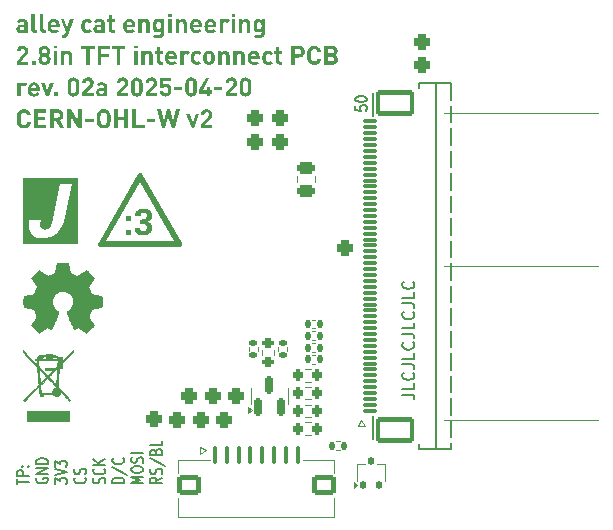
<source format=gto>
G04 #@! TF.GenerationSoftware,KiCad,Pcbnew,9.0.1-rc2*
G04 #@! TF.CreationDate,2025-04-23T19:50:41-07:00*
G04 #@! TF.ProjectId,displaypcb,64697370-6c61-4797-9063-622e6b696361,2*
G04 #@! TF.SameCoordinates,Original*
G04 #@! TF.FileFunction,Legend,Top*
G04 #@! TF.FilePolarity,Positive*
%FSLAX46Y46*%
G04 Gerber Fmt 4.6, Leading zero omitted, Abs format (unit mm)*
G04 Created by KiCad (PCBNEW 9.0.1-rc2) date 2025-04-23 19:50:41*
%MOMM*%
%LPD*%
G01*
G04 APERTURE LIST*
G04 Aperture macros list*
%AMRoundRect*
0 Rectangle with rounded corners*
0 $1 Rounding radius*
0 $2 $3 $4 $5 $6 $7 $8 $9 X,Y pos of 4 corners*
0 Add a 4 corners polygon primitive as box body*
4,1,4,$2,$3,$4,$5,$6,$7,$8,$9,$2,$3,0*
0 Add four circle primitives for the rounded corners*
1,1,$1+$1,$2,$3*
1,1,$1+$1,$4,$5*
1,1,$1+$1,$6,$7*
1,1,$1+$1,$8,$9*
0 Add four rect primitives between the rounded corners*
20,1,$1+$1,$2,$3,$4,$5,0*
20,1,$1+$1,$4,$5,$6,$7,0*
20,1,$1+$1,$6,$7,$8,$9,0*
20,1,$1+$1,$8,$9,$2,$3,0*%
G04 Aperture macros list end*
%ADD10C,0.000000*%
%ADD11C,0.400000*%
%ADD12C,0.300000*%
%ADD13C,0.150000*%
%ADD14C,0.120000*%
%ADD15C,0.127000*%
%ADD16C,0.010000*%
%ADD17C,0.100000*%
%ADD18RoundRect,0.075000X0.525000X-0.075000X0.525000X0.075000X-0.525000X0.075000X-0.525000X-0.075000X0*%
%ADD19RoundRect,0.200000X1.450000X-0.900000X1.450000X0.900000X-1.450000X0.900000X-1.450000X-0.900000X0*%
%ADD20RoundRect,0.135000X-0.135000X-0.185000X0.135000X-0.185000X0.135000X0.185000X-0.135000X0.185000X0*%
%ADD21RoundRect,0.325000X-0.325000X-0.325000X0.325000X-0.325000X0.325000X0.325000X-0.325000X0.325000X0*%
%ADD22RoundRect,0.135000X0.185000X-0.135000X0.185000X0.135000X-0.185000X0.135000X-0.185000X-0.135000X0*%
%ADD23RoundRect,0.200000X0.200000X0.275000X-0.200000X0.275000X-0.200000X-0.275000X0.200000X-0.275000X0*%
%ADD24RoundRect,0.250000X0.475000X-0.250000X0.475000X0.250000X-0.475000X0.250000X-0.475000X-0.250000X0*%
%ADD25RoundRect,0.100000X-0.100000X-0.650000X0.100000X-0.650000X0.100000X0.650000X-0.100000X0.650000X0*%
%ADD26RoundRect,0.200000X-0.800000X-0.650000X0.800000X-0.650000X0.800000X0.650000X-0.800000X0.650000X0*%
%ADD27RoundRect,0.150000X0.150000X-0.587500X0.150000X0.587500X-0.150000X0.587500X-0.150000X-0.587500X0*%
%ADD28RoundRect,0.200000X0.275000X-0.200000X0.275000X0.200000X-0.275000X0.200000X-0.275000X-0.200000X0*%
%ADD29RoundRect,0.112500X-0.112500X-0.237500X0.112500X-0.237500X0.112500X0.237500X-0.112500X0.237500X0*%
G04 APERTURE END LIST*
D10*
G36*
X88485502Y-95135185D02*
G01*
X88525581Y-95137169D01*
X88564633Y-95140480D01*
X88602660Y-95145124D01*
X88639661Y-95151106D01*
X88675636Y-95158429D01*
X88710585Y-95167098D01*
X88744509Y-95177119D01*
X88777407Y-95188494D01*
X88809279Y-95201230D01*
X88840125Y-95215331D01*
X88869946Y-95230800D01*
X88898741Y-95247644D01*
X88926510Y-95265866D01*
X88953253Y-95285470D01*
X88978970Y-95306463D01*
X89003370Y-95327894D01*
X89026162Y-95349985D01*
X89047351Y-95372735D01*
X89066942Y-95396144D01*
X89084940Y-95420213D01*
X89101348Y-95444942D01*
X89116172Y-95470329D01*
X89129416Y-95496377D01*
X89141085Y-95523083D01*
X89151183Y-95550449D01*
X89159715Y-95578475D01*
X89166686Y-95607159D01*
X89172099Y-95636504D01*
X89175960Y-95666507D01*
X89178273Y-95697170D01*
X89179044Y-95728493D01*
X89178641Y-95751098D01*
X89177432Y-95773200D01*
X89175417Y-95794806D01*
X89172596Y-95815928D01*
X89168969Y-95836573D01*
X89164536Y-95856751D01*
X89159298Y-95876471D01*
X89153253Y-95895742D01*
X89146402Y-95914574D01*
X89138746Y-95932975D01*
X89130283Y-95950955D01*
X89121014Y-95968523D01*
X89110940Y-95985688D01*
X89100060Y-96002459D01*
X89088373Y-96018845D01*
X89075881Y-96034856D01*
X89062547Y-96049876D01*
X89048338Y-96064457D01*
X89033259Y-96078598D01*
X89017314Y-96092299D01*
X89000509Y-96105561D01*
X88982847Y-96118383D01*
X88964334Y-96130765D01*
X88944973Y-96142708D01*
X88924770Y-96154211D01*
X88903729Y-96165275D01*
X88881854Y-96175899D01*
X88859151Y-96186083D01*
X88835623Y-96195828D01*
X88811275Y-96205133D01*
X88786113Y-96213999D01*
X88760140Y-96222425D01*
X88786150Y-96230888D01*
X88811422Y-96239869D01*
X88835953Y-96249372D01*
X88859737Y-96259402D01*
X88882770Y-96269962D01*
X88905048Y-96281059D01*
X88926565Y-96292695D01*
X88947318Y-96304877D01*
X88967301Y-96317608D01*
X88986511Y-96330894D01*
X89004942Y-96344738D01*
X89022590Y-96359145D01*
X89039450Y-96374120D01*
X89055518Y-96389668D01*
X89070789Y-96405792D01*
X89085259Y-96422499D01*
X89098887Y-96439717D01*
X89111636Y-96457375D01*
X89123506Y-96475472D01*
X89134496Y-96494009D01*
X89144607Y-96512986D01*
X89153839Y-96532402D01*
X89162192Y-96552258D01*
X89169665Y-96572554D01*
X89176260Y-96593289D01*
X89181975Y-96614464D01*
X89186810Y-96636078D01*
X89190767Y-96658132D01*
X89193844Y-96680626D01*
X89196042Y-96703559D01*
X89197361Y-96726932D01*
X89197801Y-96750744D01*
X89196921Y-96784961D01*
X89194278Y-96818445D01*
X89189867Y-96851197D01*
X89183684Y-96883215D01*
X89175725Y-96914501D01*
X89165984Y-96945054D01*
X89154457Y-96974875D01*
X89141139Y-97003963D01*
X89126027Y-97032318D01*
X89109115Y-97059940D01*
X89090398Y-97086830D01*
X89069873Y-97112987D01*
X89047534Y-97138412D01*
X89023378Y-97163103D01*
X88997398Y-97187062D01*
X88969592Y-97210288D01*
X88940981Y-97232417D01*
X88911422Y-97253084D01*
X88880920Y-97272295D01*
X88849479Y-97290054D01*
X88817104Y-97306367D01*
X88783799Y-97321236D01*
X88749570Y-97334668D01*
X88714420Y-97346667D01*
X88678354Y-97357237D01*
X88641376Y-97366382D01*
X88603492Y-97374108D01*
X88564706Y-97380420D01*
X88525023Y-97385320D01*
X88484446Y-97388815D01*
X88442981Y-97390908D01*
X88400632Y-97391605D01*
X88358430Y-97390982D01*
X88317405Y-97389114D01*
X88277561Y-97386000D01*
X88238903Y-97381641D01*
X88201436Y-97376036D01*
X88165164Y-97369185D01*
X88130091Y-97361089D01*
X88096223Y-97351747D01*
X88063564Y-97341159D01*
X88032119Y-97329326D01*
X88001892Y-97316248D01*
X87972887Y-97301924D01*
X87945110Y-97286354D01*
X87918564Y-97269539D01*
X87893255Y-97251478D01*
X87869187Y-97232171D01*
X87846473Y-97211656D01*
X87825225Y-97189968D01*
X87805443Y-97167108D01*
X87787125Y-97143076D01*
X87770273Y-97117872D01*
X87754887Y-97091495D01*
X87740966Y-97063946D01*
X87728510Y-97035224D01*
X87717520Y-97005330D01*
X87707995Y-96974264D01*
X87699935Y-96942026D01*
X87693341Y-96908615D01*
X87688212Y-96874032D01*
X87684548Y-96838277D01*
X87682350Y-96801349D01*
X87681618Y-96763249D01*
X87681618Y-96750744D01*
X88156792Y-96750744D01*
X88157635Y-96768073D01*
X88158990Y-96784888D01*
X88160859Y-96801190D01*
X88163240Y-96816980D01*
X88166134Y-96832256D01*
X88169541Y-96847020D01*
X88173461Y-96861271D01*
X88177894Y-96875009D01*
X88182840Y-96888234D01*
X88188298Y-96900946D01*
X88194270Y-96913146D01*
X88200754Y-96924832D01*
X88207751Y-96936006D01*
X88215261Y-96946666D01*
X88223284Y-96956814D01*
X88231820Y-96966449D01*
X88241418Y-96975534D01*
X88251456Y-96984033D01*
X88261934Y-96991946D01*
X88272851Y-96999273D01*
X88284208Y-97006014D01*
X88296004Y-97012169D01*
X88308240Y-97017737D01*
X88320915Y-97022720D01*
X88334031Y-97027116D01*
X88347585Y-97030926D01*
X88361580Y-97034150D01*
X88376014Y-97036787D01*
X88390887Y-97038839D01*
X88406201Y-97040304D01*
X88421954Y-97041184D01*
X88438146Y-97041477D01*
X88453239Y-97041148D01*
X88468034Y-97040164D01*
X88482527Y-97038530D01*
X88496713Y-97036250D01*
X88510587Y-97033329D01*
X88524146Y-97029772D01*
X88537384Y-97025583D01*
X88550297Y-97020766D01*
X88562880Y-97015326D01*
X88575129Y-97009269D01*
X88587039Y-97002597D01*
X88598606Y-96995317D01*
X88609824Y-96987432D01*
X88620690Y-96978947D01*
X88631199Y-96969867D01*
X88641346Y-96960197D01*
X88650982Y-96949463D01*
X88659962Y-96938362D01*
X88668293Y-96926896D01*
X88675978Y-96915063D01*
X88683022Y-96902863D01*
X88689429Y-96890298D01*
X88695204Y-96877366D01*
X88700352Y-96864067D01*
X88704877Y-96850403D01*
X88708784Y-96836372D01*
X88712077Y-96821974D01*
X88714762Y-96807210D01*
X88716841Y-96792080D01*
X88718321Y-96776584D01*
X88719206Y-96760721D01*
X88719500Y-96744492D01*
X88719061Y-96723757D01*
X88717747Y-96703755D01*
X88715564Y-96684485D01*
X88712515Y-96665948D01*
X88708605Y-96648143D01*
X88703838Y-96631072D01*
X88698220Y-96614733D01*
X88691755Y-96599126D01*
X88684447Y-96584253D01*
X88676301Y-96570112D01*
X88667322Y-96556703D01*
X88657514Y-96544028D01*
X88646882Y-96532085D01*
X88635429Y-96520875D01*
X88623162Y-96510397D01*
X88610084Y-96500653D01*
X88595357Y-96491017D01*
X88579305Y-96482036D01*
X88561926Y-96473706D01*
X88543214Y-96466021D01*
X88523165Y-96458977D01*
X88501774Y-96452570D01*
X88479037Y-96446794D01*
X88454949Y-96441646D01*
X88429506Y-96437121D01*
X88402702Y-96433214D01*
X88374534Y-96429921D01*
X88344997Y-96427237D01*
X88314085Y-96425157D01*
X88281796Y-96423677D01*
X88248123Y-96422792D01*
X88213063Y-96422499D01*
X88181802Y-96422499D01*
X88181802Y-96056739D01*
X88255071Y-96055420D01*
X88289508Y-96053772D01*
X88322479Y-96051464D01*
X88353984Y-96048496D01*
X88384025Y-96044869D01*
X88412600Y-96040583D01*
X88439709Y-96035637D01*
X88465353Y-96030032D01*
X88489532Y-96023768D01*
X88512246Y-96016844D01*
X88533494Y-96009261D01*
X88553276Y-96001018D01*
X88571594Y-95992116D01*
X88588446Y-95982554D01*
X88603832Y-95972333D01*
X88618046Y-95962039D01*
X88631375Y-95951091D01*
X88637707Y-95945373D01*
X88643817Y-95939492D01*
X88649703Y-95933451D01*
X88655365Y-95927248D01*
X88660803Y-95920885D01*
X88666016Y-95914363D01*
X88671003Y-95907681D01*
X88675764Y-95900841D01*
X88680299Y-95893843D01*
X88684606Y-95886687D01*
X88688686Y-95879374D01*
X88692537Y-95871906D01*
X88696159Y-95864281D01*
X88699552Y-95856502D01*
X88702714Y-95848567D01*
X88705646Y-95840479D01*
X88710815Y-95823843D01*
X88715055Y-95806598D01*
X88718360Y-95788749D01*
X88720727Y-95770300D01*
X88722151Y-95751255D01*
X88722626Y-95731620D01*
X88722333Y-95717183D01*
X88721454Y-95703173D01*
X88719988Y-95689575D01*
X88717937Y-95676375D01*
X88715299Y-95663559D01*
X88712075Y-95651115D01*
X88708265Y-95639028D01*
X88703869Y-95627284D01*
X88698887Y-95615870D01*
X88693318Y-95604772D01*
X88687164Y-95593977D01*
X88680423Y-95583469D01*
X88673096Y-95573237D01*
X88665183Y-95563266D01*
X88656684Y-95553541D01*
X88647598Y-95544051D01*
X88638037Y-95535516D01*
X88628115Y-95527498D01*
X88617835Y-95520002D01*
X88607202Y-95513033D01*
X88596222Y-95506595D01*
X88584898Y-95500693D01*
X88573235Y-95495332D01*
X88561238Y-95490515D01*
X88548912Y-95486248D01*
X88536260Y-95482535D01*
X88523287Y-95479381D01*
X88509999Y-95476789D01*
X88496399Y-95474766D01*
X88482492Y-95473315D01*
X88468283Y-95472441D01*
X88453777Y-95472149D01*
X88439305Y-95472441D01*
X88425196Y-95473315D01*
X88411443Y-95474766D01*
X88398044Y-95476789D01*
X88384992Y-95479381D01*
X88372283Y-95482535D01*
X88359914Y-95486248D01*
X88347879Y-95490515D01*
X88336173Y-95495332D01*
X88324793Y-95500693D01*
X88313733Y-95506595D01*
X88302989Y-95513033D01*
X88292556Y-95520002D01*
X88282431Y-95527498D01*
X88272607Y-95535516D01*
X88263082Y-95544051D01*
X88254546Y-95553613D01*
X88246523Y-95563546D01*
X88239013Y-95573855D01*
X88232016Y-95584544D01*
X88225531Y-95595617D01*
X88219560Y-95607080D01*
X88214101Y-95618937D01*
X88209156Y-95631192D01*
X88204723Y-95643850D01*
X88200803Y-95656915D01*
X88197396Y-95670393D01*
X88194502Y-95684288D01*
X88192120Y-95698603D01*
X88190252Y-95713345D01*
X88188897Y-95728517D01*
X88188054Y-95744124D01*
X87709753Y-95744124D01*
X87711658Y-95708880D01*
X87715028Y-95674653D01*
X87719864Y-95641433D01*
X87726165Y-95609211D01*
X87733932Y-95577979D01*
X87743164Y-95547726D01*
X87753861Y-95518444D01*
X87766024Y-95490124D01*
X87779652Y-95462757D01*
X87794745Y-95436333D01*
X87811304Y-95410843D01*
X87829328Y-95386278D01*
X87848818Y-95362628D01*
X87869773Y-95339886D01*
X87892193Y-95318041D01*
X87916079Y-95297085D01*
X87940696Y-95277228D01*
X87966476Y-95258685D01*
X87993410Y-95241453D01*
X88021489Y-95225525D01*
X88050703Y-95210898D01*
X88081044Y-95197567D01*
X88112503Y-95185527D01*
X88145069Y-95174774D01*
X88178735Y-95165303D01*
X88213491Y-95157110D01*
X88249327Y-95150190D01*
X88286235Y-95144538D01*
X88324205Y-95140150D01*
X88363228Y-95137022D01*
X88403296Y-95135148D01*
X88444398Y-95134525D01*
X88485502Y-95135185D01*
G37*
G36*
X87375776Y-97344713D02*
G01*
X86981881Y-97344713D01*
X86981881Y-96925809D01*
X87375776Y-96925809D01*
X87375776Y-97344713D01*
G37*
G36*
X87375776Y-96188037D02*
G01*
X86981881Y-96188037D01*
X86981881Y-95766007D01*
X87375776Y-95766007D01*
X87375776Y-96188037D01*
G37*
G36*
X88169237Y-92097945D02*
G01*
X88175567Y-92098257D01*
X88181861Y-92098774D01*
X88188114Y-92099495D01*
X88194321Y-92100417D01*
X88200479Y-92101538D01*
X88206582Y-92102855D01*
X88212627Y-92104367D01*
X88218609Y-92106071D01*
X88224523Y-92107965D01*
X88230366Y-92110048D01*
X88236133Y-92112316D01*
X88241819Y-92114767D01*
X88247421Y-92117400D01*
X88252933Y-92120212D01*
X88258352Y-92123201D01*
X88263673Y-92126365D01*
X88268892Y-92129702D01*
X88274004Y-92133209D01*
X88279005Y-92136884D01*
X88283890Y-92140726D01*
X88288656Y-92144731D01*
X88293298Y-92148898D01*
X88297811Y-92153225D01*
X88302192Y-92157709D01*
X88306435Y-92162348D01*
X88310536Y-92167140D01*
X88314492Y-92172083D01*
X88318297Y-92177174D01*
X88321948Y-92182412D01*
X88325439Y-92187794D01*
X88328767Y-92193318D01*
X91715857Y-98060457D01*
X91721941Y-98071583D01*
X91727214Y-98083005D01*
X91731675Y-98094681D01*
X91735326Y-98106573D01*
X91738165Y-98118640D01*
X91740193Y-98130842D01*
X91741410Y-98143137D01*
X91741815Y-98155487D01*
X91741410Y-98167851D01*
X91740193Y-98180189D01*
X91738165Y-98192460D01*
X91735326Y-98204625D01*
X91731675Y-98216643D01*
X91727214Y-98228474D01*
X91721941Y-98240077D01*
X91715857Y-98251413D01*
X91709038Y-98262122D01*
X91701582Y-98272306D01*
X91693525Y-98281940D01*
X91684902Y-98291003D01*
X91675747Y-98299471D01*
X91666095Y-98307323D01*
X91655982Y-98314534D01*
X91645443Y-98321083D01*
X91634511Y-98326946D01*
X91623224Y-98332101D01*
X91611614Y-98336526D01*
X91599718Y-98340197D01*
X91587570Y-98343092D01*
X91575205Y-98345188D01*
X91562658Y-98346462D01*
X91549964Y-98346892D01*
X84775783Y-98346892D01*
X84769420Y-98346787D01*
X84763089Y-98346475D01*
X84756795Y-98345957D01*
X84750542Y-98345237D01*
X84744335Y-98344315D01*
X84738178Y-98343194D01*
X84732074Y-98341877D01*
X84726029Y-98340365D01*
X84720048Y-98338661D01*
X84714133Y-98336766D01*
X84708290Y-98334684D01*
X84702524Y-98332416D01*
X84696837Y-98329964D01*
X84691236Y-98327331D01*
X84685723Y-98324519D01*
X84680304Y-98321530D01*
X84674983Y-98318366D01*
X84669765Y-98315029D01*
X84664653Y-98311522D01*
X84659652Y-98307847D01*
X84654766Y-98304005D01*
X84650000Y-98300000D01*
X84645358Y-98295833D01*
X84640845Y-98291506D01*
X84636465Y-98287022D01*
X84632221Y-98282383D01*
X84628120Y-98277591D01*
X84624164Y-98272648D01*
X84620359Y-98267557D01*
X84616709Y-98262319D01*
X84613217Y-98256937D01*
X84609889Y-98251413D01*
X84603805Y-98240287D01*
X84598532Y-98228865D01*
X84594071Y-98217188D01*
X84590421Y-98205296D01*
X84587581Y-98193230D01*
X84585553Y-98181028D01*
X84584337Y-98168732D01*
X84583931Y-98156383D01*
X84584337Y-98144019D01*
X84585553Y-98131681D01*
X84587581Y-98119410D01*
X84590421Y-98107245D01*
X84594071Y-98095227D01*
X84598532Y-98083396D01*
X84603805Y-98071793D01*
X84609889Y-98060457D01*
X84727369Y-97856957D01*
X85293084Y-97856957D01*
X91032651Y-97856957D01*
X88162874Y-92885893D01*
X85293084Y-97856957D01*
X84727369Y-97856957D01*
X87996980Y-92193318D01*
X88003800Y-92182609D01*
X88011255Y-92172425D01*
X88019312Y-92162791D01*
X88027936Y-92153728D01*
X88037091Y-92145260D01*
X88046743Y-92137409D01*
X88056856Y-92130198D01*
X88067395Y-92123649D01*
X88078327Y-92117786D01*
X88089615Y-92112630D01*
X88101224Y-92108206D01*
X88113121Y-92104535D01*
X88125269Y-92101640D01*
X88137634Y-92099544D01*
X88150180Y-92098270D01*
X88162874Y-92097840D01*
X88169237Y-92097945D01*
G37*
D11*
G36*
X82879978Y-98118791D02*
G01*
X78243535Y-98118791D01*
X78243535Y-96493507D01*
X78743535Y-96493507D01*
X78755309Y-96800566D01*
X78814102Y-97043835D01*
X78913164Y-97236857D01*
X79059615Y-97395789D01*
X79253959Y-97513827D01*
X79507886Y-97590570D01*
X79838051Y-97618791D01*
X80217950Y-97595379D01*
X80526389Y-97530850D01*
X80775852Y-97431671D01*
X81002934Y-97288070D01*
X81210921Y-97099514D01*
X81401235Y-96860692D01*
X81553506Y-96594569D01*
X81684720Y-96264679D01*
X81791413Y-95859693D01*
X82379978Y-93028980D01*
X81414699Y-93028980D01*
X80790140Y-96033900D01*
X80697558Y-96387920D01*
X80604477Y-96609377D01*
X80514542Y-96737044D01*
X80395155Y-96831521D01*
X80254143Y-96888756D01*
X80085072Y-96908778D01*
X79920677Y-96885149D01*
X79808814Y-96821673D01*
X79735011Y-96718909D01*
X79699297Y-96588490D01*
X79692523Y-96392443D01*
X79728691Y-96106440D01*
X78790615Y-96106440D01*
X78743535Y-96493507D01*
X78243535Y-96493507D01*
X78243535Y-92528980D01*
X82879978Y-92528980D01*
X82879978Y-98118791D01*
G37*
D12*
G36*
X78259242Y-79075490D02*
G01*
X78380809Y-79100130D01*
X78474852Y-79141014D01*
X78546685Y-79197022D01*
X78575548Y-79231288D01*
X78599491Y-79269599D01*
X78619226Y-79313912D01*
X78633564Y-79362616D01*
X78642920Y-79419655D01*
X78646043Y-79481709D01*
X78646043Y-80250000D01*
X78361549Y-80251367D01*
X78361549Y-80148981D01*
X78352231Y-80158127D01*
X78279142Y-80214869D01*
X78240046Y-80234244D01*
X78197148Y-80248230D01*
X78140545Y-80258046D01*
X78074808Y-80261235D01*
X78048547Y-80260748D01*
X77936741Y-80245486D01*
X77847696Y-80211046D01*
X77810079Y-80186868D01*
X77776929Y-80158164D01*
X77728136Y-80091853D01*
X77707726Y-80048086D01*
X77692909Y-80000811D01*
X77683701Y-79949643D01*
X77680600Y-79896140D01*
X77680663Y-79890767D01*
X77960600Y-79890767D01*
X77968294Y-79938220D01*
X77979782Y-79961355D01*
X77996549Y-79981198D01*
X78020165Y-79998350D01*
X78049927Y-80011251D01*
X78089868Y-80020182D01*
X78137529Y-80023244D01*
X78183557Y-80021522D01*
X78251348Y-80006511D01*
X78281324Y-79991026D01*
X78310062Y-79968632D01*
X78339707Y-79926432D01*
X78351357Y-79879980D01*
X78354808Y-79819351D01*
X78354808Y-79756043D01*
X78133035Y-79756043D01*
X78059913Y-79764017D01*
X78006158Y-79788261D01*
X77987090Y-79806332D01*
X77973196Y-79828259D01*
X77963737Y-79857208D01*
X77960600Y-79890767D01*
X77680663Y-79890767D01*
X77680710Y-79886702D01*
X77694331Y-79795433D01*
X77729154Y-79717142D01*
X77784167Y-79652538D01*
X77819475Y-79625619D01*
X77860123Y-79602677D01*
X77906811Y-79583863D01*
X77959108Y-79569881D01*
X78018452Y-79560972D01*
X78083796Y-79557913D01*
X78354808Y-79557913D01*
X78354808Y-79499685D01*
X78353470Y-79469096D01*
X78337596Y-79404802D01*
X78323085Y-79380201D01*
X78303867Y-79359744D01*
X78277083Y-79341917D01*
X78244131Y-79328840D01*
X78195737Y-79319181D01*
X78137529Y-79316015D01*
X78066119Y-79321837D01*
X78028196Y-79331920D01*
X77994301Y-79347358D01*
X77953194Y-79376661D01*
X77913510Y-79416741D01*
X77729839Y-79235317D01*
X77794271Y-79173422D01*
X77879882Y-79118139D01*
X77929814Y-79097972D01*
X77984073Y-79083626D01*
X78060924Y-79072936D01*
X78148764Y-79069623D01*
X78259242Y-79075490D01*
G37*
G36*
X79454291Y-80250000D02*
G01*
X79454291Y-80003607D01*
X79342330Y-80003607D01*
X79308296Y-80000491D01*
X79281633Y-79991184D01*
X79264422Y-79978457D01*
X79251906Y-79961343D01*
X79239702Y-79912613D01*
X79239260Y-79898387D01*
X79239260Y-78655582D01*
X78948122Y-78655582D01*
X78948122Y-79916364D01*
X78951289Y-79966815D01*
X78960950Y-80016332D01*
X78976234Y-80061218D01*
X78997714Y-80103414D01*
X79023225Y-80139203D01*
X79054351Y-80171221D01*
X79088604Y-80197071D01*
X79128017Y-80218441D01*
X79170831Y-80234206D01*
X79218635Y-80244800D01*
X79288597Y-80250000D01*
X79454291Y-80250000D01*
G37*
G36*
X80181158Y-80250000D02*
G01*
X80181158Y-80003607D01*
X80069197Y-80003607D01*
X80035163Y-80000491D01*
X80008500Y-79991184D01*
X79991289Y-79978457D01*
X79978773Y-79961343D01*
X79966569Y-79912613D01*
X79966127Y-79898387D01*
X79966127Y-78655582D01*
X79674989Y-78655582D01*
X79674989Y-79916364D01*
X79678156Y-79966815D01*
X79687817Y-80016332D01*
X79703100Y-80061218D01*
X79724581Y-80103414D01*
X79750091Y-80139203D01*
X79781217Y-80171221D01*
X79815471Y-80197071D01*
X79854883Y-80218441D01*
X79897697Y-80234206D01*
X79945502Y-80244800D01*
X80015464Y-80250000D01*
X80181158Y-80250000D01*
G37*
G36*
X80871787Y-79068950D02*
G01*
X80988750Y-79086241D01*
X81041401Y-79103148D01*
X81090168Y-79125266D01*
X81135489Y-79152719D01*
X81176684Y-79185039D01*
X81214576Y-79223003D01*
X81247969Y-79265588D01*
X81277705Y-79314256D01*
X81302447Y-79367320D01*
X81322732Y-79426685D01*
X81337451Y-79490160D01*
X81346703Y-79559653D01*
X81349811Y-79632847D01*
X81349811Y-79756043D01*
X80619623Y-79756043D01*
X80619756Y-79766182D01*
X80633233Y-79851955D01*
X80666312Y-79920161D01*
X80717105Y-79971110D01*
X80749375Y-79990052D01*
X80786052Y-80004085D01*
X80828275Y-80013046D01*
X80875003Y-80016113D01*
X80940001Y-80012181D01*
X80985718Y-80003054D01*
X81025879Y-79988715D01*
X81084111Y-79954169D01*
X81139274Y-79906301D01*
X81316203Y-80078834D01*
X81220238Y-80163165D01*
X81127200Y-80216816D01*
X81075179Y-80236035D01*
X81018206Y-80250072D01*
X80949641Y-80259387D01*
X80872756Y-80262505D01*
X80782339Y-80257632D01*
X80667663Y-80234150D01*
X80571716Y-80192814D01*
X80492113Y-80133896D01*
X80427376Y-80055750D01*
X80400495Y-80008329D01*
X80377634Y-79954890D01*
X80358838Y-79894044D01*
X80344885Y-79826368D01*
X80335945Y-79749234D01*
X80332882Y-79664207D01*
X80334846Y-79601086D01*
X80341367Y-79556741D01*
X80619623Y-79556741D01*
X81063168Y-79556741D01*
X81059666Y-79510681D01*
X81051676Y-79471192D01*
X81036203Y-79431200D01*
X81022545Y-79405531D01*
X80977495Y-79354507D01*
X80917359Y-79321984D01*
X80881422Y-79313281D01*
X80841395Y-79310251D01*
X80820529Y-79311046D01*
X80781893Y-79317201D01*
X80747494Y-79328928D01*
X80715722Y-79346719D01*
X80688690Y-79369334D01*
X80664827Y-79398333D01*
X80646489Y-79431200D01*
X80626352Y-79490600D01*
X80619623Y-79556741D01*
X80341367Y-79556741D01*
X80355364Y-79461557D01*
X80395694Y-79344311D01*
X80453412Y-79248138D01*
X80488321Y-79207611D01*
X80527088Y-79172073D01*
X80569897Y-79141376D01*
X80616246Y-79115924D01*
X80666976Y-79095455D01*
X80720985Y-79080627D01*
X80779678Y-79071365D01*
X80841395Y-79068255D01*
X80871787Y-79068950D01*
G37*
G36*
X82530383Y-79080760D02*
G01*
X82223517Y-79080760D01*
X81990607Y-79801863D01*
X81748611Y-79080760D01*
X81441744Y-79080760D01*
X81840446Y-80164612D01*
X81791207Y-80307934D01*
X81772545Y-80352103D01*
X81750525Y-80382457D01*
X81731416Y-80396972D01*
X81708598Y-80406372D01*
X81645638Y-80413154D01*
X81578422Y-80413154D01*
X81578422Y-80675177D01*
X81692630Y-80675177D01*
X81753633Y-80671825D01*
X81811451Y-80660865D01*
X81855199Y-80645606D01*
X81896102Y-80623839D01*
X81943517Y-80585589D01*
X81992342Y-80519859D01*
X82030858Y-80435526D01*
X82530383Y-79080760D01*
G37*
G36*
X84069406Y-80103551D02*
G01*
X83872254Y-79908548D01*
X83831257Y-79947755D01*
X83790641Y-79975510D01*
X83757720Y-79989715D01*
X83722329Y-79997906D01*
X83684089Y-80000481D01*
X83643212Y-79997334D01*
X83606060Y-79987812D01*
X83574810Y-79973215D01*
X83546387Y-79952957D01*
X83518394Y-79924277D01*
X83480503Y-79856468D01*
X83458820Y-79762940D01*
X83453426Y-79664305D01*
X83456606Y-79586840D01*
X83466364Y-79521725D01*
X83479700Y-79475899D01*
X83497983Y-79436595D01*
X83518394Y-79406580D01*
X83545374Y-79378771D01*
X83575295Y-79357360D01*
X83640535Y-79333973D01*
X83684089Y-79330376D01*
X83726494Y-79333589D01*
X83764692Y-79343574D01*
X83827605Y-79380133D01*
X83872254Y-79422309D01*
X84069406Y-79225059D01*
X84024992Y-79183306D01*
X83978103Y-79148249D01*
X83931300Y-79121199D01*
X83881659Y-79099849D01*
X83773221Y-79073843D01*
X83684089Y-79068255D01*
X83618697Y-79071557D01*
X83552070Y-79082166D01*
X83494306Y-79098176D01*
X83437888Y-79121220D01*
X83390003Y-79147995D01*
X83344731Y-79181287D01*
X83306321Y-79217758D01*
X83271252Y-79260419D01*
X83241687Y-79306752D01*
X83216072Y-79359246D01*
X83195365Y-79416609D01*
X83179288Y-79480397D01*
X83168306Y-79550626D01*
X83162782Y-79627800D01*
X83162191Y-79664305D01*
X83165242Y-79745779D01*
X83174098Y-79820023D01*
X83188104Y-79886537D01*
X83206903Y-79946558D01*
X83230073Y-80000385D01*
X83257176Y-80048269D01*
X83322874Y-80128714D01*
X83403256Y-80190230D01*
X83498286Y-80233573D01*
X83607261Y-80257859D01*
X83684089Y-80262505D01*
X83750546Y-80259365D01*
X83812492Y-80249896D01*
X83866781Y-80235211D01*
X83917770Y-80214837D01*
X84009597Y-80157969D01*
X84069406Y-80103551D01*
G37*
G36*
X84779158Y-79075490D02*
G01*
X84900725Y-79100130D01*
X84994768Y-79141014D01*
X85066601Y-79197022D01*
X85095464Y-79231288D01*
X85119407Y-79269599D01*
X85139142Y-79313912D01*
X85153481Y-79362616D01*
X85162836Y-79419655D01*
X85165959Y-79481709D01*
X85165959Y-80250000D01*
X84881465Y-80251367D01*
X84881465Y-80148981D01*
X84872148Y-80158127D01*
X84799058Y-80214869D01*
X84759963Y-80234244D01*
X84717064Y-80248230D01*
X84660461Y-80258046D01*
X84594724Y-80261235D01*
X84568463Y-80260748D01*
X84456658Y-80245486D01*
X84367612Y-80211046D01*
X84329995Y-80186868D01*
X84296845Y-80158164D01*
X84248052Y-80091853D01*
X84227643Y-80048086D01*
X84212825Y-80000811D01*
X84203618Y-79949643D01*
X84200516Y-79896140D01*
X84200579Y-79890767D01*
X84480516Y-79890767D01*
X84488210Y-79938220D01*
X84499698Y-79961355D01*
X84516466Y-79981198D01*
X84540082Y-79998350D01*
X84569843Y-80011251D01*
X84609784Y-80020182D01*
X84657445Y-80023244D01*
X84703474Y-80021522D01*
X84771265Y-80006511D01*
X84801241Y-79991026D01*
X84829979Y-79968632D01*
X84859624Y-79926432D01*
X84871273Y-79879980D01*
X84874724Y-79819351D01*
X84874724Y-79756043D01*
X84652951Y-79756043D01*
X84579830Y-79764017D01*
X84526074Y-79788261D01*
X84507006Y-79806332D01*
X84493112Y-79828259D01*
X84483654Y-79857208D01*
X84480516Y-79890767D01*
X84200579Y-79890767D01*
X84200626Y-79886702D01*
X84214247Y-79795433D01*
X84249070Y-79717142D01*
X84304084Y-79652538D01*
X84339391Y-79625619D01*
X84380039Y-79602677D01*
X84426727Y-79583863D01*
X84479024Y-79569881D01*
X84538368Y-79560972D01*
X84603712Y-79557913D01*
X84874724Y-79557913D01*
X84874724Y-79499685D01*
X84873386Y-79469096D01*
X84857512Y-79404802D01*
X84843001Y-79380201D01*
X84823783Y-79359744D01*
X84797000Y-79341917D01*
X84764047Y-79328840D01*
X84715653Y-79319181D01*
X84657445Y-79316015D01*
X84586035Y-79321837D01*
X84548112Y-79331920D01*
X84514217Y-79347358D01*
X84473111Y-79376661D01*
X84433426Y-79416741D01*
X84249755Y-79235317D01*
X84314187Y-79173422D01*
X84399799Y-79118139D01*
X84449730Y-79097972D01*
X84503990Y-79083626D01*
X84580840Y-79072936D01*
X84668681Y-79069623D01*
X84779158Y-79075490D01*
G37*
G36*
X86003321Y-80250000D02*
G01*
X86003321Y-80003607D01*
X85898101Y-80003607D01*
X85866734Y-80000521D01*
X85841436Y-79991424D01*
X85823857Y-79978445D01*
X85810823Y-79961054D01*
X85797760Y-79912167D01*
X85797278Y-79898192D01*
X85797278Y-79337117D01*
X86003321Y-79337117D01*
X86003321Y-79115443D01*
X85797278Y-79115443D01*
X85797278Y-78774382D01*
X85506043Y-78774382D01*
X85506043Y-79115443D01*
X85382847Y-79115443D01*
X85382847Y-79337117D01*
X85506043Y-79337117D01*
X85506043Y-79916168D01*
X85509207Y-79966649D01*
X85518849Y-80016186D01*
X85534124Y-80061178D01*
X85555580Y-80103464D01*
X85581068Y-80139348D01*
X85612149Y-80171433D01*
X85646317Y-80197310D01*
X85685605Y-80218677D01*
X85728214Y-80234397D01*
X85775753Y-80244923D01*
X85844270Y-80250000D01*
X86003321Y-80250000D01*
G37*
G36*
X87266651Y-79068950D02*
G01*
X87383614Y-79086241D01*
X87436265Y-79103148D01*
X87485032Y-79125266D01*
X87530353Y-79152719D01*
X87571548Y-79185039D01*
X87609440Y-79223003D01*
X87642833Y-79265588D01*
X87672569Y-79314256D01*
X87697311Y-79367320D01*
X87717595Y-79426685D01*
X87732315Y-79490160D01*
X87741567Y-79559653D01*
X87744675Y-79632847D01*
X87744675Y-79756043D01*
X87014487Y-79756043D01*
X87014620Y-79766182D01*
X87028097Y-79851955D01*
X87061176Y-79920161D01*
X87111968Y-79971110D01*
X87144239Y-79990052D01*
X87180916Y-80004085D01*
X87223139Y-80013046D01*
X87269867Y-80016113D01*
X87334865Y-80012181D01*
X87380581Y-80003054D01*
X87420742Y-79988715D01*
X87478975Y-79954169D01*
X87534138Y-79906301D01*
X87711067Y-80078834D01*
X87615102Y-80163165D01*
X87522064Y-80216816D01*
X87470043Y-80236035D01*
X87413070Y-80250072D01*
X87344504Y-80259387D01*
X87267620Y-80262505D01*
X87177203Y-80257632D01*
X87062527Y-80234150D01*
X86966580Y-80192814D01*
X86886976Y-80133896D01*
X86822240Y-80055750D01*
X86795359Y-80008329D01*
X86772498Y-79954890D01*
X86753702Y-79894044D01*
X86739749Y-79826368D01*
X86730809Y-79749234D01*
X86727745Y-79664207D01*
X86729710Y-79601086D01*
X86736231Y-79556741D01*
X87014487Y-79556741D01*
X87458032Y-79556741D01*
X87454530Y-79510681D01*
X87446540Y-79471192D01*
X87431067Y-79431200D01*
X87417409Y-79405531D01*
X87372359Y-79354507D01*
X87312223Y-79321984D01*
X87276286Y-79313281D01*
X87236259Y-79310251D01*
X87215393Y-79311046D01*
X87176756Y-79317201D01*
X87142358Y-79328928D01*
X87110586Y-79346719D01*
X87083554Y-79369334D01*
X87059691Y-79398333D01*
X87041353Y-79431200D01*
X87021215Y-79490600D01*
X87014487Y-79556741D01*
X86736231Y-79556741D01*
X86750228Y-79461557D01*
X86790558Y-79344311D01*
X86848276Y-79248138D01*
X86883184Y-79207611D01*
X86921952Y-79172073D01*
X86964761Y-79141376D01*
X87011110Y-79115924D01*
X87061840Y-79095455D01*
X87115849Y-79080627D01*
X87174542Y-79071365D01*
X87236259Y-79068255D01*
X87266651Y-79068950D01*
G37*
G36*
X88982986Y-80250000D02*
G01*
X88982986Y-79504180D01*
X88979469Y-79427619D01*
X88967357Y-79355487D01*
X88951676Y-79305394D01*
X88929204Y-79257573D01*
X88902599Y-79216689D01*
X88869167Y-79177556D01*
X88864284Y-79172595D01*
X88830421Y-79143172D01*
X88792139Y-79118282D01*
X88749687Y-79098238D01*
X88703175Y-79083276D01*
X88652358Y-79073620D01*
X88597766Y-79069699D01*
X88588778Y-79069623D01*
X88536993Y-79072750D01*
X88486002Y-79082134D01*
X88437356Y-79097483D01*
X88390975Y-79118900D01*
X88349236Y-79145200D01*
X88310931Y-79177111D01*
X88297543Y-79190572D01*
X88297543Y-79081737D01*
X88013049Y-79081737D01*
X88013049Y-80250000D01*
X88304284Y-80250000D01*
X88304284Y-79543454D01*
X88307294Y-79498428D01*
X88315860Y-79459510D01*
X88329163Y-79426615D01*
X88346568Y-79399110D01*
X88392806Y-79357895D01*
X88453209Y-79334543D01*
X88499190Y-79329888D01*
X88537744Y-79333153D01*
X88575559Y-79343507D01*
X88606415Y-79358890D01*
X88634220Y-79380791D01*
X88655341Y-79406031D01*
X88672366Y-79437174D01*
X88683982Y-79472431D01*
X88690532Y-79513635D01*
X88691751Y-79543063D01*
X88691751Y-80250000D01*
X88982986Y-80250000D01*
G37*
G36*
X89677370Y-79068170D02*
G01*
X89770282Y-79083312D01*
X89810941Y-79098769D01*
X89849055Y-79120101D01*
X89890271Y-79152045D01*
X89930355Y-79192819D01*
X89930355Y-79083007D01*
X90212602Y-79083007D01*
X90212602Y-80206817D01*
X90212564Y-80213648D01*
X90199237Y-80329380D01*
X90163445Y-80432138D01*
X90107057Y-80520406D01*
X90071598Y-80558648D01*
X90031504Y-80592679D01*
X89986819Y-80622315D01*
X89937829Y-80647195D01*
X89884359Y-80667169D01*
X89826891Y-80681794D01*
X89765088Y-80690854D01*
X89699595Y-80693935D01*
X89583190Y-80687591D01*
X89471414Y-80663282D01*
X89421425Y-80643533D01*
X89373582Y-80617907D01*
X89324439Y-80583683D01*
X89276273Y-80541625D01*
X89457697Y-80356782D01*
X89510020Y-80399831D01*
X89545694Y-80420029D01*
X89583971Y-80434500D01*
X89631990Y-80444350D01*
X89686210Y-80447543D01*
X89746664Y-80441904D01*
X89784565Y-80431143D01*
X89817245Y-80415456D01*
X89847024Y-80393630D01*
X89871302Y-80367514D01*
X89892751Y-80333343D01*
X89907890Y-80295713D01*
X89918119Y-80249664D01*
X89921367Y-80202323D01*
X89921367Y-80083524D01*
X89914073Y-80091487D01*
X89842827Y-80150408D01*
X89802139Y-80171471D01*
X89758767Y-80186370D01*
X89703586Y-80196714D01*
X89643614Y-80199979D01*
X89631017Y-80199823D01*
X89576626Y-80195440D01*
X89525363Y-80185244D01*
X89435932Y-80149602D01*
X89365861Y-80097006D01*
X89337282Y-80064656D01*
X89309880Y-80023523D01*
X89288638Y-79979133D01*
X89266417Y-79905208D01*
X89253907Y-79823102D01*
X89247159Y-79632749D01*
X89538297Y-79632749D01*
X89538599Y-79664725D01*
X89547909Y-79773160D01*
X89570022Y-79845960D01*
X89604585Y-79895072D01*
X89627383Y-79912781D01*
X89654791Y-79926123D01*
X89688775Y-79934913D01*
X89728709Y-79937955D01*
X89735285Y-79937881D01*
X89772881Y-79934192D01*
X89805111Y-79925265D01*
X89833715Y-79910680D01*
X89857282Y-79891295D01*
X89879764Y-79862135D01*
X89896393Y-79827626D01*
X89909073Y-79783942D01*
X89916682Y-79736042D01*
X89921367Y-79632749D01*
X89921062Y-79602058D01*
X89911527Y-79494433D01*
X89889068Y-79421879D01*
X89854067Y-79372800D01*
X89830998Y-79355075D01*
X89803299Y-79341725D01*
X89768986Y-79332931D01*
X89728709Y-79329888D01*
X89659531Y-79339910D01*
X89630257Y-79352998D01*
X89606050Y-79370841D01*
X89583185Y-79397611D01*
X89566042Y-79429607D01*
X89551760Y-79474343D01*
X89543328Y-79524099D01*
X89538297Y-79632749D01*
X89247159Y-79632749D01*
X89253924Y-79442828D01*
X89274227Y-79330269D01*
X89310063Y-79243554D01*
X89335055Y-79205779D01*
X89365861Y-79170544D01*
X89369335Y-79167123D01*
X89403923Y-79138362D01*
X89443447Y-79114088D01*
X89488589Y-79094120D01*
X89537741Y-79079478D01*
X89590398Y-79070452D01*
X89645861Y-79067376D01*
X89677370Y-79068170D01*
G37*
G36*
X90830341Y-80250000D02*
G01*
X90830341Y-79114075D01*
X90539106Y-79114075D01*
X90539106Y-80250000D01*
X90830341Y-80250000D01*
G37*
G36*
X90832588Y-78880579D02*
G01*
X90832588Y-78643077D01*
X90534612Y-78643077D01*
X90534612Y-78880579D01*
X90832588Y-78880579D01*
G37*
G36*
X92124926Y-80250000D02*
G01*
X92124926Y-79504180D01*
X92121409Y-79427619D01*
X92109297Y-79355487D01*
X92093616Y-79305394D01*
X92071144Y-79257573D01*
X92044539Y-79216689D01*
X92011107Y-79177556D01*
X92006224Y-79172595D01*
X91972361Y-79143172D01*
X91934079Y-79118282D01*
X91891627Y-79098238D01*
X91845115Y-79083276D01*
X91794298Y-79073620D01*
X91739706Y-79069699D01*
X91730718Y-79069623D01*
X91678933Y-79072750D01*
X91627942Y-79082134D01*
X91579296Y-79097483D01*
X91532915Y-79118900D01*
X91491176Y-79145200D01*
X91452871Y-79177111D01*
X91439483Y-79190572D01*
X91439483Y-79081737D01*
X91154989Y-79081737D01*
X91154989Y-80250000D01*
X91446224Y-80250000D01*
X91446224Y-79543454D01*
X91449234Y-79498428D01*
X91457800Y-79459510D01*
X91471103Y-79426615D01*
X91488508Y-79399110D01*
X91534746Y-79357895D01*
X91595149Y-79334543D01*
X91641130Y-79329888D01*
X91679684Y-79333153D01*
X91717499Y-79343507D01*
X91748355Y-79358890D01*
X91776160Y-79380791D01*
X91797281Y-79406031D01*
X91814306Y-79437174D01*
X91825922Y-79472431D01*
X91832472Y-79513635D01*
X91833691Y-79543063D01*
X91833691Y-80250000D01*
X92124926Y-80250000D01*
G37*
G36*
X92919016Y-79068950D02*
G01*
X93035980Y-79086241D01*
X93088631Y-79103148D01*
X93137398Y-79125266D01*
X93182718Y-79152719D01*
X93223914Y-79185039D01*
X93261806Y-79223003D01*
X93295199Y-79265588D01*
X93324935Y-79314256D01*
X93349676Y-79367320D01*
X93369961Y-79426685D01*
X93384681Y-79490160D01*
X93393933Y-79559653D01*
X93397041Y-79632847D01*
X93397041Y-79756043D01*
X92666852Y-79756043D01*
X92666986Y-79766182D01*
X92680463Y-79851955D01*
X92713541Y-79920161D01*
X92764334Y-79971110D01*
X92796604Y-79990052D01*
X92833282Y-80004085D01*
X92875504Y-80013046D01*
X92922233Y-80016113D01*
X92987231Y-80012181D01*
X93032947Y-80003054D01*
X93073108Y-79988715D01*
X93131340Y-79954169D01*
X93186503Y-79906301D01*
X93363433Y-80078834D01*
X93267467Y-80163165D01*
X93174430Y-80216816D01*
X93122408Y-80236035D01*
X93065435Y-80250072D01*
X92996870Y-80259387D01*
X92919986Y-80262505D01*
X92829568Y-80257632D01*
X92714892Y-80234150D01*
X92618946Y-80192814D01*
X92539342Y-80133896D01*
X92474605Y-80055750D01*
X92447725Y-80008329D01*
X92424864Y-79954890D01*
X92406067Y-79894044D01*
X92392115Y-79826368D01*
X92383175Y-79749234D01*
X92380111Y-79664207D01*
X92382075Y-79601086D01*
X92388596Y-79556741D01*
X92666852Y-79556741D01*
X93110397Y-79556741D01*
X93106895Y-79510681D01*
X93098905Y-79471192D01*
X93083433Y-79431200D01*
X93069775Y-79405531D01*
X93024724Y-79354507D01*
X92964589Y-79321984D01*
X92928652Y-79313281D01*
X92888625Y-79310251D01*
X92867758Y-79311046D01*
X92829122Y-79317201D01*
X92794724Y-79328928D01*
X92762951Y-79346719D01*
X92735920Y-79369334D01*
X92712056Y-79398333D01*
X92693719Y-79431200D01*
X92673581Y-79490600D01*
X92666852Y-79556741D01*
X92388596Y-79556741D01*
X92402594Y-79461557D01*
X92442924Y-79344311D01*
X92500641Y-79248138D01*
X92535550Y-79207611D01*
X92574318Y-79172073D01*
X92617127Y-79141376D01*
X92663476Y-79115924D01*
X92714206Y-79095455D01*
X92768215Y-79080627D01*
X92826908Y-79071365D01*
X92888625Y-79068255D01*
X92919016Y-79068950D01*
G37*
G36*
X94146092Y-79068950D02*
G01*
X94263056Y-79086241D01*
X94315707Y-79103148D01*
X94364474Y-79125266D01*
X94409794Y-79152719D01*
X94450990Y-79185039D01*
X94488882Y-79223003D01*
X94522275Y-79265588D01*
X94552011Y-79314256D01*
X94576752Y-79367320D01*
X94597037Y-79426685D01*
X94611757Y-79490160D01*
X94621009Y-79559653D01*
X94624117Y-79632847D01*
X94624117Y-79756043D01*
X93893928Y-79756043D01*
X93894062Y-79766182D01*
X93907539Y-79851955D01*
X93940617Y-79920161D01*
X93991410Y-79971110D01*
X94023680Y-79990052D01*
X94060358Y-80004085D01*
X94102580Y-80013046D01*
X94149309Y-80016113D01*
X94214307Y-80012181D01*
X94260023Y-80003054D01*
X94300184Y-79988715D01*
X94358416Y-79954169D01*
X94413579Y-79906301D01*
X94590509Y-80078834D01*
X94494543Y-80163165D01*
X94401506Y-80216816D01*
X94349485Y-80236035D01*
X94292511Y-80250072D01*
X94223946Y-80259387D01*
X94147062Y-80262505D01*
X94056644Y-80257632D01*
X93941969Y-80234150D01*
X93846022Y-80192814D01*
X93766418Y-80133896D01*
X93701681Y-80055750D01*
X93674801Y-80008329D01*
X93651940Y-79954890D01*
X93633143Y-79894044D01*
X93619191Y-79826368D01*
X93610251Y-79749234D01*
X93607187Y-79664207D01*
X93609151Y-79601086D01*
X93615672Y-79556741D01*
X93893928Y-79556741D01*
X94337473Y-79556741D01*
X94333971Y-79510681D01*
X94325982Y-79471192D01*
X94310509Y-79431200D01*
X94296851Y-79405531D01*
X94251800Y-79354507D01*
X94191665Y-79321984D01*
X94155728Y-79313281D01*
X94115701Y-79310251D01*
X94094834Y-79311046D01*
X94056198Y-79317201D01*
X94021800Y-79328928D01*
X93990027Y-79346719D01*
X93962996Y-79369334D01*
X93939132Y-79398333D01*
X93920795Y-79431200D01*
X93900657Y-79490600D01*
X93893928Y-79556741D01*
X93615672Y-79556741D01*
X93629670Y-79461557D01*
X93670000Y-79344311D01*
X93727717Y-79248138D01*
X93762626Y-79207611D01*
X93801394Y-79172073D01*
X93844203Y-79141376D01*
X93890552Y-79115924D01*
X93941282Y-79095455D01*
X93995291Y-79080627D01*
X94053984Y-79071365D01*
X94115701Y-79068255D01*
X94146092Y-79068950D01*
G37*
G36*
X95745973Y-79179337D02*
G01*
X95704832Y-79142719D01*
X95662727Y-79114304D01*
X95622667Y-79094995D01*
X95580245Y-79081469D01*
X95482109Y-79069726D01*
X95470467Y-79069623D01*
X95373469Y-79081185D01*
X95280550Y-79115378D01*
X95238587Y-79140199D01*
X95202794Y-79168296D01*
X95176985Y-79195066D01*
X95176985Y-79081737D01*
X94892491Y-79081737D01*
X94892491Y-80250000D01*
X95183726Y-80250000D01*
X95183726Y-79545701D01*
X95186735Y-79502455D01*
X95195296Y-79464269D01*
X95208892Y-79430686D01*
X95226726Y-79402097D01*
X95274353Y-79358142D01*
X95334652Y-79333753D01*
X95371891Y-79329888D01*
X95412113Y-79332974D01*
X95445949Y-79342075D01*
X95500121Y-79375071D01*
X95526448Y-79399448D01*
X95745973Y-79179337D01*
G37*
G36*
X96202903Y-80250000D02*
G01*
X96202903Y-79114075D01*
X95911667Y-79114075D01*
X95911667Y-80250000D01*
X96202903Y-80250000D01*
G37*
G36*
X96205150Y-78880579D02*
G01*
X96205150Y-78643077D01*
X95907173Y-78643077D01*
X95907173Y-78880579D01*
X96205150Y-78880579D01*
G37*
G36*
X97497487Y-80250000D02*
G01*
X97497487Y-79504180D01*
X97493970Y-79427619D01*
X97481858Y-79355487D01*
X97466177Y-79305394D01*
X97443705Y-79257573D01*
X97417100Y-79216689D01*
X97383668Y-79177556D01*
X97378785Y-79172595D01*
X97344922Y-79143172D01*
X97306640Y-79118282D01*
X97264188Y-79098238D01*
X97217676Y-79083276D01*
X97166859Y-79073620D01*
X97112267Y-79069699D01*
X97103279Y-79069623D01*
X97051494Y-79072750D01*
X97000503Y-79082134D01*
X96951857Y-79097483D01*
X96905477Y-79118900D01*
X96863737Y-79145200D01*
X96825432Y-79177111D01*
X96812044Y-79190572D01*
X96812044Y-79081737D01*
X96527550Y-79081737D01*
X96527550Y-80250000D01*
X96818785Y-80250000D01*
X96818785Y-79543454D01*
X96821795Y-79498428D01*
X96830361Y-79459510D01*
X96843664Y-79426615D01*
X96861069Y-79399110D01*
X96907307Y-79357895D01*
X96967710Y-79334543D01*
X97013691Y-79329888D01*
X97052245Y-79333153D01*
X97090060Y-79343507D01*
X97120916Y-79358890D01*
X97148721Y-79380791D01*
X97169842Y-79406031D01*
X97186867Y-79437174D01*
X97198483Y-79472431D01*
X97205033Y-79513635D01*
X97206252Y-79543063D01*
X97206252Y-80250000D01*
X97497487Y-80250000D01*
G37*
G36*
X98191871Y-79068170D02*
G01*
X98284783Y-79083312D01*
X98325442Y-79098769D01*
X98363556Y-79120101D01*
X98404772Y-79152045D01*
X98444856Y-79192819D01*
X98444856Y-79083007D01*
X98727103Y-79083007D01*
X98727103Y-80206817D01*
X98727065Y-80213648D01*
X98713738Y-80329380D01*
X98677946Y-80432138D01*
X98621558Y-80520406D01*
X98586099Y-80558648D01*
X98546005Y-80592679D01*
X98501320Y-80622315D01*
X98452330Y-80647195D01*
X98398860Y-80667169D01*
X98341392Y-80681794D01*
X98279589Y-80690854D01*
X98214096Y-80693935D01*
X98097691Y-80687591D01*
X97985915Y-80663282D01*
X97935926Y-80643533D01*
X97888083Y-80617907D01*
X97838940Y-80583683D01*
X97790774Y-80541625D01*
X97972198Y-80356782D01*
X98024521Y-80399831D01*
X98060195Y-80420029D01*
X98098472Y-80434500D01*
X98146491Y-80444350D01*
X98200711Y-80447543D01*
X98261165Y-80441904D01*
X98299066Y-80431143D01*
X98331746Y-80415456D01*
X98361525Y-80393630D01*
X98385803Y-80367514D01*
X98407252Y-80333343D01*
X98422391Y-80295713D01*
X98432620Y-80249664D01*
X98435868Y-80202323D01*
X98435868Y-80083524D01*
X98428574Y-80091487D01*
X98357328Y-80150408D01*
X98316640Y-80171471D01*
X98273268Y-80186370D01*
X98218087Y-80196714D01*
X98158115Y-80199979D01*
X98145518Y-80199823D01*
X98091127Y-80195440D01*
X98039864Y-80185244D01*
X97950433Y-80149602D01*
X97880362Y-80097006D01*
X97851783Y-80064656D01*
X97824381Y-80023523D01*
X97803139Y-79979133D01*
X97780918Y-79905208D01*
X97768408Y-79823102D01*
X97761660Y-79632749D01*
X98052798Y-79632749D01*
X98053100Y-79664725D01*
X98062410Y-79773160D01*
X98084523Y-79845960D01*
X98119086Y-79895072D01*
X98141884Y-79912781D01*
X98169292Y-79926123D01*
X98203276Y-79934913D01*
X98243210Y-79937955D01*
X98249786Y-79937881D01*
X98287382Y-79934192D01*
X98319612Y-79925265D01*
X98348216Y-79910680D01*
X98371783Y-79891295D01*
X98394265Y-79862135D01*
X98410894Y-79827626D01*
X98423574Y-79783942D01*
X98431183Y-79736042D01*
X98435868Y-79632749D01*
X98435564Y-79602058D01*
X98426028Y-79494433D01*
X98403569Y-79421879D01*
X98368568Y-79372800D01*
X98345499Y-79355075D01*
X98317800Y-79341725D01*
X98283487Y-79332931D01*
X98243210Y-79329888D01*
X98174032Y-79339910D01*
X98144758Y-79352998D01*
X98120552Y-79370841D01*
X98097686Y-79397611D01*
X98080543Y-79429607D01*
X98066261Y-79474343D01*
X98057829Y-79524099D01*
X98052798Y-79632749D01*
X97761660Y-79632749D01*
X97768425Y-79442828D01*
X97788728Y-79330269D01*
X97824564Y-79243554D01*
X97849556Y-79205779D01*
X97880362Y-79170544D01*
X97883836Y-79167123D01*
X97918424Y-79138362D01*
X97957948Y-79114088D01*
X98003090Y-79094120D01*
X98052242Y-79079478D01*
X98104899Y-79070452D01*
X98160362Y-79067376D01*
X98191871Y-79068170D01*
G37*
G36*
X78702023Y-82938000D02*
G01*
X78702023Y-82675976D01*
X78086043Y-82675976D01*
X78531737Y-82159158D01*
X78629951Y-82034460D01*
X78663970Y-81975017D01*
X78687423Y-81912222D01*
X78697427Y-81863606D01*
X78701818Y-81809922D01*
X78702023Y-81794552D01*
X78698942Y-81734497D01*
X78689878Y-81677985D01*
X78675264Y-81625639D01*
X78655305Y-81577067D01*
X78630327Y-81532510D01*
X78600551Y-81492000D01*
X78527104Y-81423307D01*
X78435932Y-81372182D01*
X78327976Y-81340622D01*
X78218227Y-81331077D01*
X78156058Y-81334176D01*
X78096476Y-81343366D01*
X78040621Y-81358250D01*
X77988100Y-81378752D01*
X77940302Y-81404116D01*
X77896465Y-81434570D01*
X77857881Y-81469045D01*
X77823779Y-81508088D01*
X77795099Y-81550567D01*
X77771375Y-81597161D01*
X77753161Y-81646988D01*
X77740396Y-81700566D01*
X77732086Y-81796799D01*
X78023321Y-81796799D01*
X78026338Y-81752459D01*
X78034950Y-81714422D01*
X78048183Y-81682912D01*
X78065539Y-81656763D01*
X78111683Y-81618304D01*
X78173265Y-81597023D01*
X78218227Y-81593198D01*
X78258164Y-81596262D01*
X78293782Y-81605204D01*
X78324024Y-81619109D01*
X78349965Y-81637832D01*
X78388364Y-81688214D01*
X78408500Y-81756167D01*
X78410788Y-81792305D01*
X78407583Y-81835145D01*
X78397657Y-81874055D01*
X78359973Y-81943636D01*
X78327941Y-81984671D01*
X77732086Y-82675976D01*
X77732086Y-82938000D01*
X78702023Y-82938000D01*
G37*
G36*
X79302177Y-82938000D02*
G01*
X79302177Y-82606611D01*
X78968443Y-82606611D01*
X78968443Y-82938000D01*
X79302177Y-82938000D01*
G37*
G36*
X80171310Y-81340925D02*
G01*
X80280508Y-81373511D01*
X80373987Y-81425914D01*
X80449220Y-81495075D01*
X80504753Y-81578666D01*
X80524715Y-81625276D01*
X80539381Y-81675366D01*
X80548361Y-81728433D01*
X80551430Y-81784685D01*
X80547614Y-81841106D01*
X80536842Y-81892674D01*
X80520228Y-81939287D01*
X80494495Y-81988327D01*
X80463971Y-82030847D01*
X80418507Y-82078285D01*
X80372254Y-82114901D01*
X80407430Y-82140133D01*
X80477872Y-82206471D01*
X80529753Y-82283036D01*
X80562281Y-82371121D01*
X80570799Y-82419890D01*
X80573803Y-82473352D01*
X80563468Y-82582476D01*
X80549679Y-82635954D01*
X80530549Y-82685418D01*
X80505855Y-82731708D01*
X80476280Y-82773714D01*
X80440952Y-82812568D01*
X80401157Y-82846733D01*
X80355452Y-82877221D01*
X80305754Y-82902511D01*
X80250480Y-82923171D01*
X80191849Y-82938104D01*
X80128753Y-82947391D01*
X80063140Y-82950505D01*
X80052206Y-82950420D01*
X79927554Y-82936686D01*
X79818241Y-82901510D01*
X79726447Y-82847767D01*
X79653083Y-82777597D01*
X79598722Y-82691990D01*
X79578973Y-82643402D01*
X79564454Y-82590842D01*
X79555452Y-82534054D01*
X79552379Y-82473352D01*
X79552705Y-82468858D01*
X79843614Y-82468858D01*
X79849231Y-82519500D01*
X79860674Y-82555389D01*
X79877721Y-82588129D01*
X79926686Y-82642182D01*
X79990371Y-82676600D01*
X80063140Y-82688481D01*
X80113747Y-82682864D01*
X80149616Y-82671419D01*
X80182340Y-82654369D01*
X80236374Y-82605389D01*
X80270785Y-82541676D01*
X80282665Y-82468858D01*
X80276735Y-82416757D01*
X80265040Y-82380659D01*
X80247732Y-82347661D01*
X80198495Y-82293312D01*
X80135095Y-82258849D01*
X80063140Y-82246988D01*
X80012606Y-82252716D01*
X79976845Y-82264339D01*
X79944204Y-82281615D01*
X79914985Y-82304187D01*
X79890025Y-82331349D01*
X79855494Y-82395827D01*
X79843614Y-82468858D01*
X79552705Y-82468858D01*
X79557409Y-82404056D01*
X79568919Y-82351060D01*
X79585995Y-82303604D01*
X79611936Y-82254261D01*
X79642534Y-82211673D01*
X79696788Y-82156433D01*
X79751779Y-82114901D01*
X79740213Y-82106607D01*
X79669718Y-82042240D01*
X79616958Y-81966583D01*
X79584095Y-81881058D01*
X79573662Y-81793575D01*
X79863740Y-81793575D01*
X79866295Y-81827679D01*
X79874875Y-81863027D01*
X79889031Y-81895125D01*
X79908382Y-81923636D01*
X79932384Y-81947942D01*
X79991954Y-81981932D01*
X80026243Y-81990801D01*
X80063140Y-81993854D01*
X80095687Y-81991481D01*
X80130583Y-81983127D01*
X80162268Y-81969193D01*
X80190447Y-81950011D01*
X80214482Y-81926112D01*
X80233886Y-81898023D01*
X80248271Y-81866161D01*
X80257141Y-81831273D01*
X80260195Y-81793575D01*
X80257624Y-81759472D01*
X80249032Y-81724096D01*
X80234846Y-81691820D01*
X80191795Y-81638941D01*
X80133143Y-81605071D01*
X80099473Y-81596246D01*
X80063140Y-81593198D01*
X80029838Y-81595739D01*
X79994724Y-81604414D01*
X79962742Y-81618748D01*
X79934155Y-81638406D01*
X79909741Y-81662759D01*
X79875637Y-81722807D01*
X79863740Y-81793575D01*
X79573662Y-81793575D01*
X79572602Y-81784685D01*
X79580035Y-81698474D01*
X79592525Y-81646377D01*
X79610616Y-81597777D01*
X79634647Y-81551625D01*
X79663799Y-81509441D01*
X79698847Y-81470203D01*
X79738488Y-81435502D01*
X79783610Y-81404694D01*
X79832649Y-81379023D01*
X79886091Y-81358345D01*
X79942591Y-81343342D01*
X80001836Y-81334173D01*
X80063140Y-81331077D01*
X80171310Y-81340925D01*
G37*
G36*
X81124717Y-82938000D02*
G01*
X81124717Y-81802075D01*
X80833482Y-81802075D01*
X80833482Y-82938000D01*
X81124717Y-82938000D01*
G37*
G36*
X81126964Y-81568579D02*
G01*
X81126964Y-81331077D01*
X80828988Y-81331077D01*
X80828988Y-81568579D01*
X81126964Y-81568579D01*
G37*
G36*
X82419302Y-82938000D02*
G01*
X82419302Y-82192180D01*
X82415785Y-82115619D01*
X82403672Y-82043487D01*
X82387991Y-81993394D01*
X82365519Y-81945573D01*
X82338915Y-81904689D01*
X82305482Y-81865556D01*
X82300600Y-81860595D01*
X82266736Y-81831172D01*
X82228455Y-81806282D01*
X82186003Y-81786238D01*
X82139490Y-81771276D01*
X82088674Y-81761620D01*
X82034082Y-81757699D01*
X82025094Y-81757623D01*
X81973309Y-81760750D01*
X81922318Y-81770134D01*
X81873671Y-81785483D01*
X81827291Y-81806900D01*
X81785551Y-81833200D01*
X81747247Y-81865111D01*
X81733859Y-81878572D01*
X81733859Y-81769737D01*
X81449364Y-81769737D01*
X81449364Y-82938000D01*
X81740600Y-82938000D01*
X81740600Y-82231454D01*
X81743610Y-82186428D01*
X81752175Y-82147510D01*
X81765478Y-82114615D01*
X81782884Y-82087110D01*
X81829122Y-82045895D01*
X81889524Y-82022543D01*
X81935505Y-82017888D01*
X81974059Y-82021153D01*
X82011874Y-82031507D01*
X82042731Y-82046890D01*
X82070536Y-82068791D01*
X82091656Y-82094031D01*
X82108681Y-82125174D01*
X82120298Y-82160431D01*
X82126848Y-82201635D01*
X82128066Y-82231063D01*
X82128066Y-82938000D01*
X82419302Y-82938000D01*
G37*
G36*
X84299972Y-81621433D02*
G01*
X84299972Y-81343582D01*
X83155352Y-81343582D01*
X83155352Y-81621433D01*
X83572030Y-81621433D01*
X83572030Y-82938000D01*
X83883391Y-82938000D01*
X83883391Y-81621433D01*
X84299972Y-81621433D01*
G37*
G36*
X85603349Y-81621433D02*
G01*
X85603349Y-81343582D01*
X84552812Y-81343582D01*
X84552812Y-82938000D01*
X84864075Y-82938000D01*
X84864075Y-82290463D01*
X85493538Y-82290463D01*
X85493538Y-82012612D01*
X84864075Y-82012612D01*
X84864075Y-81621433D01*
X85603349Y-81621433D01*
G37*
G36*
X86899497Y-81621433D02*
G01*
X86899497Y-81343582D01*
X85754877Y-81343582D01*
X85754877Y-81621433D01*
X86171556Y-81621433D01*
X86171556Y-82938000D01*
X86482916Y-82938000D01*
X86482916Y-81621433D01*
X86899497Y-81621433D01*
G37*
G36*
X87940069Y-82938000D02*
G01*
X87940069Y-81802075D01*
X87648834Y-81802075D01*
X87648834Y-82938000D01*
X87940069Y-82938000D01*
G37*
G36*
X87942316Y-81568579D02*
G01*
X87942316Y-81331077D01*
X87644340Y-81331077D01*
X87644340Y-81568579D01*
X87942316Y-81568579D01*
G37*
G36*
X89234654Y-82938000D02*
G01*
X89234654Y-82192180D01*
X89231137Y-82115619D01*
X89219025Y-82043487D01*
X89203343Y-81993394D01*
X89180872Y-81945573D01*
X89154267Y-81904689D01*
X89120835Y-81865556D01*
X89115952Y-81860595D01*
X89082089Y-81831172D01*
X89043807Y-81806282D01*
X89001355Y-81786238D01*
X88954843Y-81771276D01*
X88904026Y-81761620D01*
X88849434Y-81757699D01*
X88840446Y-81757623D01*
X88788661Y-81760750D01*
X88737670Y-81770134D01*
X88689024Y-81785483D01*
X88642643Y-81806900D01*
X88600904Y-81833200D01*
X88562599Y-81865111D01*
X88549211Y-81878572D01*
X88549211Y-81769737D01*
X88264717Y-81769737D01*
X88264717Y-82938000D01*
X88555952Y-82938000D01*
X88555952Y-82231454D01*
X88558962Y-82186428D01*
X88567528Y-82147510D01*
X88580831Y-82114615D01*
X88598236Y-82087110D01*
X88644474Y-82045895D01*
X88704877Y-82022543D01*
X88750858Y-82017888D01*
X88789412Y-82021153D01*
X88827227Y-82031507D01*
X88858083Y-82046890D01*
X88885888Y-82068791D01*
X88907009Y-82094031D01*
X88924034Y-82125174D01*
X88935650Y-82160431D01*
X88942200Y-82201635D01*
X88943419Y-82231063D01*
X88943419Y-82938000D01*
X89234654Y-82938000D01*
G37*
G36*
X90072212Y-82938000D02*
G01*
X90072212Y-82691607D01*
X89966992Y-82691607D01*
X89935625Y-82688521D01*
X89910327Y-82679424D01*
X89892747Y-82666445D01*
X89879714Y-82649054D01*
X89866651Y-82600167D01*
X89866168Y-82586192D01*
X89866168Y-82025117D01*
X90072212Y-82025117D01*
X90072212Y-81803443D01*
X89866168Y-81803443D01*
X89866168Y-81462382D01*
X89574933Y-81462382D01*
X89574933Y-81803443D01*
X89451737Y-81803443D01*
X89451737Y-82025117D01*
X89574933Y-82025117D01*
X89574933Y-82604168D01*
X89578097Y-82654649D01*
X89587739Y-82704186D01*
X89603014Y-82749178D01*
X89624470Y-82791464D01*
X89649959Y-82827348D01*
X89681039Y-82859433D01*
X89715208Y-82885310D01*
X89754496Y-82906677D01*
X89797105Y-82922397D01*
X89844644Y-82932923D01*
X89913161Y-82938000D01*
X90072212Y-82938000D01*
G37*
G36*
X90805632Y-81756950D02*
G01*
X90922595Y-81774241D01*
X90975246Y-81791148D01*
X91024013Y-81813266D01*
X91069334Y-81840719D01*
X91110529Y-81873039D01*
X91148421Y-81911003D01*
X91181814Y-81953588D01*
X91211550Y-82002256D01*
X91236292Y-82055320D01*
X91256577Y-82114685D01*
X91271297Y-82178160D01*
X91280548Y-82247653D01*
X91283656Y-82320847D01*
X91283656Y-82444043D01*
X90553468Y-82444043D01*
X90553601Y-82454182D01*
X90567079Y-82539955D01*
X90600157Y-82608161D01*
X90650950Y-82659110D01*
X90683220Y-82678052D01*
X90719898Y-82692085D01*
X90762120Y-82701046D01*
X90808848Y-82704113D01*
X90873846Y-82700181D01*
X90919563Y-82691054D01*
X90959724Y-82676715D01*
X91017956Y-82642169D01*
X91073119Y-82594301D01*
X91250048Y-82766834D01*
X91154083Y-82851165D01*
X91061045Y-82904816D01*
X91009024Y-82924035D01*
X90952051Y-82938072D01*
X90883486Y-82947387D01*
X90806601Y-82950505D01*
X90716184Y-82945632D01*
X90601508Y-82922150D01*
X90505561Y-82880814D01*
X90425958Y-82821896D01*
X90361221Y-82743750D01*
X90334340Y-82696329D01*
X90311479Y-82642890D01*
X90292683Y-82582044D01*
X90278731Y-82514368D01*
X90269790Y-82437234D01*
X90266727Y-82352207D01*
X90268691Y-82289086D01*
X90275212Y-82244741D01*
X90553468Y-82244741D01*
X90997013Y-82244741D01*
X90993511Y-82198681D01*
X90985521Y-82159192D01*
X90970048Y-82119200D01*
X90956390Y-82093531D01*
X90911340Y-82042507D01*
X90851204Y-82009984D01*
X90815267Y-82001281D01*
X90775240Y-81998251D01*
X90754374Y-81999046D01*
X90715738Y-82005201D01*
X90681339Y-82016928D01*
X90649567Y-82034719D01*
X90622535Y-82057334D01*
X90598672Y-82086333D01*
X90580334Y-82119200D01*
X90560197Y-82178600D01*
X90553468Y-82244741D01*
X90275212Y-82244741D01*
X90289210Y-82149557D01*
X90329539Y-82032311D01*
X90387257Y-81936138D01*
X90422166Y-81895611D01*
X90460933Y-81860073D01*
X90503742Y-81829376D01*
X90550091Y-81803924D01*
X90600821Y-81783455D01*
X90654831Y-81768627D01*
X90713523Y-81759365D01*
X90775240Y-81756255D01*
X90805632Y-81756950D01*
G37*
G36*
X92405512Y-81867337D02*
G01*
X92364372Y-81830719D01*
X92322267Y-81802304D01*
X92282206Y-81782995D01*
X92239784Y-81769469D01*
X92141648Y-81757726D01*
X92130006Y-81757623D01*
X92033008Y-81769185D01*
X91940090Y-81803378D01*
X91898127Y-81828199D01*
X91862334Y-81856296D01*
X91836524Y-81883066D01*
X91836524Y-81769737D01*
X91552030Y-81769737D01*
X91552030Y-82938000D01*
X91843265Y-82938000D01*
X91843265Y-82233701D01*
X91846275Y-82190455D01*
X91854835Y-82152269D01*
X91868431Y-82118686D01*
X91886266Y-82090097D01*
X91933893Y-82046142D01*
X91994191Y-82021753D01*
X92031430Y-82017888D01*
X92071653Y-82020974D01*
X92105489Y-82030075D01*
X92159660Y-82063071D01*
X92185987Y-82087448D01*
X92405512Y-81867337D01*
G37*
G36*
X93352979Y-82791551D02*
G01*
X93155826Y-82596548D01*
X93114830Y-82635755D01*
X93074214Y-82663510D01*
X93041293Y-82677715D01*
X93005902Y-82685906D01*
X92967662Y-82688481D01*
X92926785Y-82685334D01*
X92889633Y-82675812D01*
X92858382Y-82661215D01*
X92829960Y-82640957D01*
X92801967Y-82612277D01*
X92764076Y-82544468D01*
X92742393Y-82450940D01*
X92736999Y-82352305D01*
X92740179Y-82274840D01*
X92749937Y-82209725D01*
X92763273Y-82163899D01*
X92781556Y-82124595D01*
X92801967Y-82094580D01*
X92828947Y-82066771D01*
X92858868Y-82045360D01*
X92924108Y-82021973D01*
X92967662Y-82018376D01*
X93010067Y-82021589D01*
X93048265Y-82031574D01*
X93111178Y-82068133D01*
X93155826Y-82110309D01*
X93352979Y-81913059D01*
X93308565Y-81871306D01*
X93261676Y-81836249D01*
X93214873Y-81809199D01*
X93165232Y-81787849D01*
X93056794Y-81761843D01*
X92967662Y-81756255D01*
X92902270Y-81759557D01*
X92835642Y-81770166D01*
X92777879Y-81786176D01*
X92721461Y-81809220D01*
X92673576Y-81835995D01*
X92628304Y-81869287D01*
X92589894Y-81905758D01*
X92554825Y-81948419D01*
X92525260Y-81994752D01*
X92499645Y-82047246D01*
X92478938Y-82104609D01*
X92462861Y-82168397D01*
X92451879Y-82238626D01*
X92446355Y-82315800D01*
X92445764Y-82352305D01*
X92448815Y-82433779D01*
X92457671Y-82508023D01*
X92471677Y-82574537D01*
X92490476Y-82634558D01*
X92513646Y-82688385D01*
X92540749Y-82736269D01*
X92606447Y-82816714D01*
X92686829Y-82878230D01*
X92781859Y-82921573D01*
X92890834Y-82945859D01*
X92967662Y-82950505D01*
X93034119Y-82947365D01*
X93096065Y-82937896D01*
X93150354Y-82923211D01*
X93201343Y-82902837D01*
X93293170Y-82845969D01*
X93352979Y-82791551D01*
G37*
G36*
X94050088Y-81759144D02*
G01*
X94110841Y-81768285D01*
X94165977Y-81782960D01*
X94219282Y-81804107D01*
X94266528Y-81829899D01*
X94312460Y-81863100D01*
X94351444Y-81899674D01*
X94379049Y-81931705D01*
X94408849Y-81974755D01*
X94432777Y-82020546D01*
X94453365Y-82076200D01*
X94467971Y-82137097D01*
X94480108Y-82236755D01*
X94483628Y-82352305D01*
X94476126Y-82516429D01*
X94453403Y-82633391D01*
X94413920Y-82725700D01*
X94385790Y-82767699D01*
X94351444Y-82807183D01*
X94297732Y-82854513D01*
X94209916Y-82906122D01*
X94107307Y-82938898D01*
X94050478Y-82947491D01*
X93988597Y-82950505D01*
X93938838Y-82948571D01*
X93877691Y-82940389D01*
X93822256Y-82926547D01*
X93767575Y-82905752D01*
X93719167Y-82880171D01*
X93669734Y-82845365D01*
X93627997Y-82807183D01*
X93600356Y-82775051D01*
X93570616Y-82731877D01*
X93546724Y-82685861D01*
X93526097Y-82629708D01*
X93511470Y-82568285D01*
X93499333Y-82468082D01*
X93495812Y-82352305D01*
X93786950Y-82352305D01*
X93787433Y-82400356D01*
X93796967Y-82513184D01*
X93819038Y-82586801D01*
X93854166Y-82636897D01*
X93860156Y-82642613D01*
X93886040Y-82662015D01*
X93915484Y-82676238D01*
X93950100Y-82685387D01*
X93988597Y-82688481D01*
X94001747Y-82688165D01*
X94070431Y-82673594D01*
X94099785Y-82657908D01*
X94125275Y-82636897D01*
X94156435Y-82594760D01*
X94175465Y-82544812D01*
X94186335Y-82486780D01*
X94192393Y-82352305D01*
X94191926Y-82305529D01*
X94182439Y-82193455D01*
X94160375Y-82119998D01*
X94125275Y-82069960D01*
X94118825Y-82063827D01*
X94093082Y-82044682D01*
X94063643Y-82030620D01*
X94028358Y-82021470D01*
X93988597Y-82018376D01*
X93976648Y-82018656D01*
X93908779Y-82033263D01*
X93879627Y-82048949D01*
X93854166Y-82069960D01*
X93822305Y-82113400D01*
X93803624Y-82163075D01*
X93792933Y-82220472D01*
X93786950Y-82352305D01*
X93495812Y-82352305D01*
X93502371Y-82201266D01*
X93524532Y-82081437D01*
X93563987Y-81986086D01*
X93592748Y-81941723D01*
X93627997Y-81899674D01*
X93681795Y-81852057D01*
X93768722Y-81800539D01*
X93870273Y-81767861D01*
X93926826Y-81759269D01*
X93988597Y-81756255D01*
X94050088Y-81759144D01*
G37*
G36*
X95731123Y-82938000D02*
G01*
X95731123Y-82192180D01*
X95727606Y-82115619D01*
X95715494Y-82043487D01*
X95699812Y-81993394D01*
X95677341Y-81945573D01*
X95650736Y-81904689D01*
X95617304Y-81865556D01*
X95612421Y-81860595D01*
X95578558Y-81831172D01*
X95540276Y-81806282D01*
X95497824Y-81786238D01*
X95451312Y-81771276D01*
X95400495Y-81761620D01*
X95345903Y-81757699D01*
X95336915Y-81757623D01*
X95285130Y-81760750D01*
X95234139Y-81770134D01*
X95185493Y-81785483D01*
X95139112Y-81806900D01*
X95097373Y-81833200D01*
X95059068Y-81865111D01*
X95045680Y-81878572D01*
X95045680Y-81769737D01*
X94761186Y-81769737D01*
X94761186Y-82938000D01*
X95052421Y-82938000D01*
X95052421Y-82231454D01*
X95055431Y-82186428D01*
X95063997Y-82147510D01*
X95077300Y-82114615D01*
X95094705Y-82087110D01*
X95140943Y-82045895D01*
X95201346Y-82022543D01*
X95247327Y-82017888D01*
X95285881Y-82021153D01*
X95323695Y-82031507D01*
X95354552Y-82046890D01*
X95382357Y-82068791D01*
X95403478Y-82094031D01*
X95420503Y-82125174D01*
X95432119Y-82160431D01*
X95438669Y-82201635D01*
X95439888Y-82231063D01*
X95439888Y-82938000D01*
X95731123Y-82938000D01*
G37*
G36*
X97014473Y-82938000D02*
G01*
X97014473Y-82192180D01*
X97010956Y-82115619D01*
X96998843Y-82043487D01*
X96983162Y-81993394D01*
X96960690Y-81945573D01*
X96934086Y-81904689D01*
X96900653Y-81865556D01*
X96895771Y-81860595D01*
X96861907Y-81831172D01*
X96823626Y-81806282D01*
X96781174Y-81786238D01*
X96734661Y-81771276D01*
X96683845Y-81761620D01*
X96629253Y-81757699D01*
X96620265Y-81757623D01*
X96568480Y-81760750D01*
X96517489Y-81770134D01*
X96468842Y-81785483D01*
X96422462Y-81806900D01*
X96380722Y-81833200D01*
X96342418Y-81865111D01*
X96329030Y-81878572D01*
X96329030Y-81769737D01*
X96044535Y-81769737D01*
X96044535Y-82938000D01*
X96335771Y-82938000D01*
X96335771Y-82231454D01*
X96338781Y-82186428D01*
X96347346Y-82147510D01*
X96360649Y-82114615D01*
X96378055Y-82087110D01*
X96424293Y-82045895D01*
X96484695Y-82022543D01*
X96530676Y-82017888D01*
X96569230Y-82021153D01*
X96607045Y-82031507D01*
X96637901Y-82046890D01*
X96665707Y-82068791D01*
X96686827Y-82094031D01*
X96703852Y-82125174D01*
X96715469Y-82160431D01*
X96722019Y-82201635D01*
X96723237Y-82231063D01*
X96723237Y-82938000D01*
X97014473Y-82938000D01*
G37*
G36*
X97808563Y-81756950D02*
G01*
X97925526Y-81774241D01*
X97978177Y-81791148D01*
X98026944Y-81813266D01*
X98072265Y-81840719D01*
X98113460Y-81873039D01*
X98151352Y-81911003D01*
X98184745Y-81953588D01*
X98214481Y-82002256D01*
X98239223Y-82055320D01*
X98259508Y-82114685D01*
X98274227Y-82178160D01*
X98283479Y-82247653D01*
X98286587Y-82320847D01*
X98286587Y-82444043D01*
X97556399Y-82444043D01*
X97556532Y-82454182D01*
X97570009Y-82539955D01*
X97603088Y-82608161D01*
X97653881Y-82659110D01*
X97686151Y-82678052D01*
X97722828Y-82692085D01*
X97765051Y-82701046D01*
X97811779Y-82704113D01*
X97876777Y-82700181D01*
X97922494Y-82691054D01*
X97962655Y-82676715D01*
X98020887Y-82642169D01*
X98076050Y-82594301D01*
X98252979Y-82766834D01*
X98157014Y-82851165D01*
X98063976Y-82904816D01*
X98011955Y-82924035D01*
X97954982Y-82938072D01*
X97886417Y-82947387D01*
X97809532Y-82950505D01*
X97719115Y-82945632D01*
X97604439Y-82922150D01*
X97508492Y-82880814D01*
X97428889Y-82821896D01*
X97364152Y-82743750D01*
X97337271Y-82696329D01*
X97314410Y-82642890D01*
X97295614Y-82582044D01*
X97281661Y-82514368D01*
X97272721Y-82437234D01*
X97269658Y-82352207D01*
X97271622Y-82289086D01*
X97278143Y-82244741D01*
X97556399Y-82244741D01*
X97999944Y-82244741D01*
X97996442Y-82198681D01*
X97988452Y-82159192D01*
X97972979Y-82119200D01*
X97959321Y-82093531D01*
X97914271Y-82042507D01*
X97854135Y-82009984D01*
X97818198Y-82001281D01*
X97778171Y-81998251D01*
X97757305Y-81999046D01*
X97718669Y-82005201D01*
X97684270Y-82016928D01*
X97652498Y-82034719D01*
X97625466Y-82057334D01*
X97601603Y-82086333D01*
X97583265Y-82119200D01*
X97563128Y-82178600D01*
X97556399Y-82244741D01*
X97278143Y-82244741D01*
X97292140Y-82149557D01*
X97332470Y-82032311D01*
X97390188Y-81936138D01*
X97425097Y-81895611D01*
X97463864Y-81860073D01*
X97506673Y-81829376D01*
X97553022Y-81803924D01*
X97603752Y-81783455D01*
X97657761Y-81768627D01*
X97716454Y-81759365D01*
X97778171Y-81756255D01*
X97808563Y-81756950D01*
G37*
G36*
X99403949Y-82791551D02*
G01*
X99206796Y-82596548D01*
X99165800Y-82635755D01*
X99125184Y-82663510D01*
X99092263Y-82677715D01*
X99056872Y-82685906D01*
X99018632Y-82688481D01*
X98977755Y-82685334D01*
X98940603Y-82675812D01*
X98909352Y-82661215D01*
X98880930Y-82640957D01*
X98852937Y-82612277D01*
X98815046Y-82544468D01*
X98793363Y-82450940D01*
X98787969Y-82352305D01*
X98791149Y-82274840D01*
X98800907Y-82209725D01*
X98814243Y-82163899D01*
X98832526Y-82124595D01*
X98852937Y-82094580D01*
X98879917Y-82066771D01*
X98909838Y-82045360D01*
X98975078Y-82021973D01*
X99018632Y-82018376D01*
X99061037Y-82021589D01*
X99099235Y-82031574D01*
X99162148Y-82068133D01*
X99206796Y-82110309D01*
X99403949Y-81913059D01*
X99359535Y-81871306D01*
X99312646Y-81836249D01*
X99265843Y-81809199D01*
X99216202Y-81787849D01*
X99107764Y-81761843D01*
X99018632Y-81756255D01*
X98953240Y-81759557D01*
X98886612Y-81770166D01*
X98828849Y-81786176D01*
X98772431Y-81809220D01*
X98724546Y-81835995D01*
X98679274Y-81869287D01*
X98640864Y-81905758D01*
X98605795Y-81948419D01*
X98576230Y-81994752D01*
X98550615Y-82047246D01*
X98529908Y-82104609D01*
X98513831Y-82168397D01*
X98502849Y-82238626D01*
X98497325Y-82315800D01*
X98496734Y-82352305D01*
X98499785Y-82433779D01*
X98508641Y-82508023D01*
X98522647Y-82574537D01*
X98541446Y-82634558D01*
X98564616Y-82688385D01*
X98591719Y-82736269D01*
X98657417Y-82816714D01*
X98737799Y-82878230D01*
X98832829Y-82921573D01*
X98941804Y-82945859D01*
X99018632Y-82950505D01*
X99085089Y-82947365D01*
X99147035Y-82937896D01*
X99201324Y-82923211D01*
X99252313Y-82902837D01*
X99344140Y-82845969D01*
X99403949Y-82791551D01*
G37*
G36*
X100152993Y-82938000D02*
G01*
X100152993Y-82691607D01*
X100047773Y-82691607D01*
X100016406Y-82688521D01*
X99991108Y-82679424D01*
X99973529Y-82666445D01*
X99960495Y-82649054D01*
X99947433Y-82600167D01*
X99946950Y-82586192D01*
X99946950Y-82025117D01*
X100152993Y-82025117D01*
X100152993Y-81803443D01*
X99946950Y-81803443D01*
X99946950Y-81462382D01*
X99655715Y-81462382D01*
X99655715Y-81803443D01*
X99532519Y-81803443D01*
X99532519Y-82025117D01*
X99655715Y-82025117D01*
X99655715Y-82604168D01*
X99658879Y-82654649D01*
X99668521Y-82704186D01*
X99683796Y-82749178D01*
X99705252Y-82791464D01*
X99730740Y-82827348D01*
X99761821Y-82859433D01*
X99795989Y-82885310D01*
X99835277Y-82906677D01*
X99877886Y-82922397D01*
X99925425Y-82932923D01*
X99993942Y-82938000D01*
X100152993Y-82938000D01*
G37*
G36*
X101588711Y-81343688D02*
G01*
X101653669Y-81347881D01*
X101714713Y-81357939D01*
X101772126Y-81373649D01*
X101825345Y-81394611D01*
X101874864Y-81420842D01*
X101919849Y-81451742D01*
X101960828Y-81487580D01*
X101996872Y-81527489D01*
X102028350Y-81571870D01*
X102054465Y-81619666D01*
X102075325Y-81671165D01*
X102090412Y-81725338D01*
X102099632Y-81782121D01*
X102102735Y-81840763D01*
X102102393Y-81860350D01*
X102086256Y-81973603D01*
X102047434Y-82075993D01*
X101988094Y-82164529D01*
X101910173Y-82236940D01*
X101864820Y-82266436D01*
X101815078Y-82291319D01*
X101761421Y-82311128D01*
X101703652Y-82325697D01*
X101641940Y-82334679D01*
X101576343Y-82337748D01*
X101269378Y-82337748D01*
X101269378Y-82938000D01*
X100958115Y-82938000D01*
X100958115Y-82057846D01*
X101269378Y-82057846D01*
X101560614Y-82057846D01*
X101622249Y-82051750D01*
X101692684Y-82025152D01*
X101721320Y-82004816D01*
X101745424Y-81980154D01*
X101764917Y-81951147D01*
X101779250Y-81918351D01*
X101788296Y-81881206D01*
X101791374Y-81840763D01*
X101785112Y-81783711D01*
X101757671Y-81717503D01*
X101736391Y-81690003D01*
X101710408Y-81666652D01*
X101679561Y-81647573D01*
X101644428Y-81633444D01*
X101604466Y-81624497D01*
X101560614Y-81621433D01*
X101269378Y-81621433D01*
X101269378Y-82057846D01*
X100958115Y-82057846D01*
X100958115Y-81343582D01*
X101576343Y-81343582D01*
X101588711Y-81343688D01*
G37*
G36*
X103483293Y-82447071D02*
G01*
X103167536Y-82447071D01*
X103152103Y-82497226D01*
X103130823Y-82542860D01*
X103106924Y-82578698D01*
X103078034Y-82609680D01*
X103047224Y-82633141D01*
X103011961Y-82651592D01*
X102973930Y-82664119D01*
X102931557Y-82671224D01*
X102898674Y-82672752D01*
X102853684Y-82669693D01*
X102812153Y-82660789D01*
X102774513Y-82646493D01*
X102740970Y-82627193D01*
X102699371Y-82590100D01*
X102672883Y-82553891D01*
X102652460Y-82509413D01*
X102631275Y-82406859D01*
X102621329Y-82210468D01*
X102620921Y-82140889D01*
X102624255Y-81966233D01*
X102635090Y-81846327D01*
X102646801Y-81790415D01*
X102662586Y-81747224D01*
X102699371Y-81691579D01*
X102726022Y-81665737D01*
X102757201Y-81644241D01*
X102792723Y-81627433D01*
X102832155Y-81615800D01*
X102898674Y-81608928D01*
X102944597Y-81611983D01*
X102985878Y-81620868D01*
X103022119Y-81634886D01*
X103054187Y-81653731D01*
X103107631Y-81705869D01*
X103147822Y-81778894D01*
X103165289Y-81834608D01*
X103483293Y-81834608D01*
X103467866Y-81764260D01*
X103447237Y-81699136D01*
X103422132Y-81640265D01*
X103392456Y-81586467D01*
X103358797Y-81538229D01*
X103321093Y-81494994D01*
X103234351Y-81423554D01*
X103132615Y-81371807D01*
X103015838Y-81340458D01*
X102898674Y-81331077D01*
X102828886Y-81334172D01*
X102763849Y-81343335D01*
X102704854Y-81357886D01*
X102649731Y-81377827D01*
X102549472Y-81433487D01*
X102470858Y-81499116D01*
X102431076Y-81543256D01*
X102398439Y-81588871D01*
X102352434Y-81684557D01*
X102324717Y-81798805D01*
X102311588Y-81955634D01*
X102309560Y-82140889D01*
X102312396Y-82347020D01*
X102318658Y-82435573D01*
X102330565Y-82516094D01*
X102349927Y-82589820D01*
X102378555Y-82657984D01*
X102418262Y-82721821D01*
X102470858Y-82782563D01*
X102519560Y-82825782D01*
X102571732Y-82862986D01*
X102623234Y-82891733D01*
X102678384Y-82914990D01*
X102735500Y-82932085D01*
X102796648Y-82943704D01*
X102898674Y-82950505D01*
X102966850Y-82947382D01*
X103032328Y-82938027D01*
X103092852Y-82923053D01*
X103150278Y-82902277D01*
X103202759Y-82876595D01*
X103251804Y-82845487D01*
X103296172Y-82809860D01*
X103336775Y-82769083D01*
X103372965Y-82723747D01*
X103405017Y-82673415D01*
X103432694Y-82618114D01*
X103455776Y-82557849D01*
X103483293Y-82447071D01*
G37*
G36*
X104504156Y-81351860D02*
G01*
X104616983Y-81381113D01*
X104709572Y-81428896D01*
X104783075Y-81493721D01*
X104812923Y-81532593D01*
X104837765Y-81575375D01*
X104857893Y-81623054D01*
X104872531Y-81674474D01*
X104881753Y-81731298D01*
X104884856Y-81791719D01*
X104884779Y-81799614D01*
X104880241Y-81851775D01*
X104869426Y-81899826D01*
X104850915Y-81949047D01*
X104827112Y-81992790D01*
X104795148Y-82036065D01*
X104760290Y-82071779D01*
X104723149Y-82100802D01*
X104687704Y-82121154D01*
X104746411Y-82154459D01*
X104813241Y-82212573D01*
X104863496Y-82285035D01*
X104895658Y-82372987D01*
X104904220Y-82423399D01*
X104907229Y-82479214D01*
X104899619Y-82574721D01*
X104887598Y-82628420D01*
X104870290Y-82678009D01*
X104847812Y-82723667D01*
X104820497Y-82765071D01*
X104787829Y-82802954D01*
X104750640Y-82836278D01*
X104707618Y-82865949D01*
X104660335Y-82890602D01*
X104606851Y-82910892D01*
X104549412Y-82925597D01*
X104485932Y-82934886D01*
X104418939Y-82938000D01*
X103751472Y-82938000D01*
X103751472Y-82660247D01*
X104062735Y-82660247D01*
X104387578Y-82660247D01*
X104422871Y-82658247D01*
X104461233Y-82650721D01*
X104494688Y-82638087D01*
X104524043Y-82620295D01*
X104548305Y-82598197D01*
X104568614Y-82570534D01*
X104583260Y-82539293D01*
X104592729Y-82502683D01*
X104595868Y-82463582D01*
X104592609Y-82423825D01*
X104570564Y-82360556D01*
X104529684Y-82312475D01*
X104502085Y-82294383D01*
X104469571Y-82280774D01*
X104431195Y-82272008D01*
X104387578Y-82268969D01*
X104062735Y-82268969D01*
X104062735Y-82660247D01*
X103751472Y-82660247D01*
X103751472Y-81989067D01*
X104062735Y-81989067D01*
X104367452Y-81989067D01*
X104401895Y-81987274D01*
X104474531Y-81968195D01*
X104503346Y-81951740D01*
X104527398Y-81931044D01*
X104546924Y-81905835D01*
X104561202Y-81876853D01*
X104570396Y-81842731D01*
X104573496Y-81805201D01*
X104571706Y-81776419D01*
X104552154Y-81713626D01*
X104534736Y-81687667D01*
X104512368Y-81665538D01*
X104484397Y-81647134D01*
X104451487Y-81633428D01*
X104412006Y-81624495D01*
X104367452Y-81621433D01*
X104062735Y-81621433D01*
X104062735Y-81989067D01*
X103751472Y-81989067D01*
X103751472Y-81343582D01*
X104392072Y-81343582D01*
X104504156Y-81351860D01*
G37*
G36*
X78616929Y-84555337D02*
G01*
X78575788Y-84518719D01*
X78533683Y-84490304D01*
X78493623Y-84470995D01*
X78451201Y-84457469D01*
X78353065Y-84445726D01*
X78341423Y-84445623D01*
X78244425Y-84457185D01*
X78151506Y-84491378D01*
X78109543Y-84516199D01*
X78073750Y-84544296D01*
X78047941Y-84571066D01*
X78047941Y-84457737D01*
X77763447Y-84457737D01*
X77763447Y-85626000D01*
X78054682Y-85626000D01*
X78054682Y-84921701D01*
X78057691Y-84878455D01*
X78066252Y-84840269D01*
X78079848Y-84806686D01*
X78097682Y-84778097D01*
X78145309Y-84734142D01*
X78205608Y-84709753D01*
X78242847Y-84705888D01*
X78283069Y-84708974D01*
X78316905Y-84718075D01*
X78371077Y-84751071D01*
X78397404Y-84775448D01*
X78616929Y-84555337D01*
G37*
G36*
X79196085Y-84444950D02*
G01*
X79313049Y-84462241D01*
X79365700Y-84479148D01*
X79414467Y-84501266D01*
X79459787Y-84528719D01*
X79500983Y-84561039D01*
X79538875Y-84599003D01*
X79572268Y-84641588D01*
X79602004Y-84690256D01*
X79626745Y-84743320D01*
X79647030Y-84802685D01*
X79661750Y-84866160D01*
X79671002Y-84935653D01*
X79674110Y-85008847D01*
X79674110Y-85132043D01*
X78943921Y-85132043D01*
X78944055Y-85142182D01*
X78957532Y-85227955D01*
X78990610Y-85296161D01*
X79041403Y-85347110D01*
X79073673Y-85366052D01*
X79110351Y-85380085D01*
X79152573Y-85389046D01*
X79199302Y-85392113D01*
X79264300Y-85388181D01*
X79310016Y-85379054D01*
X79350177Y-85364715D01*
X79408409Y-85330169D01*
X79463572Y-85282301D01*
X79640502Y-85454834D01*
X79544536Y-85539165D01*
X79451499Y-85592816D01*
X79399478Y-85612035D01*
X79342505Y-85626072D01*
X79273939Y-85635387D01*
X79197055Y-85638505D01*
X79106637Y-85633632D01*
X78991962Y-85610150D01*
X78896015Y-85568814D01*
X78816411Y-85509896D01*
X78751674Y-85431750D01*
X78724794Y-85384329D01*
X78701933Y-85330890D01*
X78683136Y-85270044D01*
X78669184Y-85202368D01*
X78660244Y-85125234D01*
X78657180Y-85040207D01*
X78659144Y-84977086D01*
X78665665Y-84932741D01*
X78943921Y-84932741D01*
X79387466Y-84932741D01*
X79383964Y-84886681D01*
X79375975Y-84847192D01*
X79360502Y-84807200D01*
X79346844Y-84781531D01*
X79301793Y-84730507D01*
X79241658Y-84697984D01*
X79205721Y-84689281D01*
X79165694Y-84686251D01*
X79144827Y-84687046D01*
X79106191Y-84693201D01*
X79071793Y-84704928D01*
X79040020Y-84722719D01*
X79012989Y-84745334D01*
X78989125Y-84774333D01*
X78970788Y-84807200D01*
X78950650Y-84866600D01*
X78943921Y-84932741D01*
X78665665Y-84932741D01*
X78679663Y-84837557D01*
X78719993Y-84720311D01*
X78777711Y-84624138D01*
X78812619Y-84583611D01*
X78851387Y-84548073D01*
X78894196Y-84517376D01*
X78940545Y-84491924D01*
X78991275Y-84471455D01*
X79045284Y-84456627D01*
X79103977Y-84447365D01*
X79165694Y-84444255D01*
X79196085Y-84444950D01*
G37*
G36*
X80852435Y-84456760D02*
G01*
X80545568Y-84456760D01*
X80310411Y-85179426D01*
X80072909Y-84456760D01*
X79766043Y-84456760D01*
X80196106Y-85626000D01*
X80424619Y-85626000D01*
X80852435Y-84456760D01*
G37*
G36*
X81234235Y-85626000D02*
G01*
X81234235Y-85294611D01*
X80900502Y-85294611D01*
X80900502Y-85626000D01*
X81234235Y-85626000D01*
G37*
G36*
X82627866Y-84030418D02*
G01*
X82733661Y-84064264D01*
X82824166Y-84117811D01*
X82897283Y-84188581D01*
X82951679Y-84275024D01*
X82971405Y-84323832D01*
X82985934Y-84376600D01*
X82994895Y-84433144D01*
X82997962Y-84493494D01*
X82997962Y-85164087D01*
X82989567Y-85262513D01*
X82976701Y-85317111D01*
X82958416Y-85367690D01*
X82934496Y-85415191D01*
X82905693Y-85458337D01*
X82871276Y-85498209D01*
X82832520Y-85533280D01*
X82788365Y-85564395D01*
X82740521Y-85590199D01*
X82688081Y-85611065D01*
X82632783Y-85626138D01*
X82574402Y-85635396D01*
X82514166Y-85638505D01*
X82399047Y-85626913D01*
X82292946Y-85592802D01*
X82202168Y-85539034D01*
X82128881Y-85468160D01*
X82074414Y-85381788D01*
X82054681Y-85333105D01*
X82040146Y-85280491D01*
X82031188Y-85224176D01*
X82028122Y-85164087D01*
X82028122Y-84497988D01*
X82319260Y-84497988D01*
X82319260Y-85161840D01*
X82322326Y-85206051D01*
X82344185Y-85277648D01*
X82384244Y-85330492D01*
X82410768Y-85349988D01*
X82441047Y-85364292D01*
X82475952Y-85373394D01*
X82514166Y-85376481D01*
X82549771Y-85373804D01*
X82613323Y-85352121D01*
X82639763Y-85333485D01*
X82662226Y-85309938D01*
X82680915Y-85280757D01*
X82694779Y-85246812D01*
X82703756Y-85206656D01*
X82706824Y-85161840D01*
X82706824Y-84497988D01*
X82703638Y-84452274D01*
X82681716Y-84380060D01*
X82642022Y-84327069D01*
X82615937Y-84307634D01*
X82586127Y-84293351D01*
X82551821Y-84284281D01*
X82514166Y-84281198D01*
X82476877Y-84284206D01*
X82413252Y-84306783D01*
X82386629Y-84325960D01*
X82363976Y-84350057D01*
X82345203Y-84379610D01*
X82331270Y-84413817D01*
X82322324Y-84453708D01*
X82319260Y-84497988D01*
X82028122Y-84497988D01*
X82028122Y-84493494D01*
X82036635Y-84394867D01*
X82049595Y-84340431D01*
X82067984Y-84289989D01*
X82092057Y-84242535D01*
X82121027Y-84199424D01*
X82155670Y-84159525D01*
X82194662Y-84124427D01*
X82239093Y-84093265D01*
X82287205Y-84067423D01*
X82339891Y-84046531D01*
X82395400Y-84031443D01*
X82453888Y-84022186D01*
X82514166Y-84019077D01*
X82627866Y-84030418D01*
G37*
G36*
X84223084Y-85626000D02*
G01*
X84223084Y-85363976D01*
X83607103Y-85363976D01*
X84052798Y-84847158D01*
X84151012Y-84722460D01*
X84185031Y-84663017D01*
X84208483Y-84600222D01*
X84218487Y-84551606D01*
X84222878Y-84497922D01*
X84223084Y-84482552D01*
X84220003Y-84422497D01*
X84210939Y-84365985D01*
X84196325Y-84313639D01*
X84176366Y-84265067D01*
X84151388Y-84220510D01*
X84121612Y-84180000D01*
X84048165Y-84111307D01*
X83956993Y-84060182D01*
X83849037Y-84028622D01*
X83739288Y-84019077D01*
X83677118Y-84022176D01*
X83617537Y-84031366D01*
X83561682Y-84046250D01*
X83509161Y-84066752D01*
X83461362Y-84092116D01*
X83417526Y-84122570D01*
X83378941Y-84157045D01*
X83344840Y-84196088D01*
X83316160Y-84238567D01*
X83292435Y-84285161D01*
X83274222Y-84334988D01*
X83261457Y-84388566D01*
X83253147Y-84484799D01*
X83544382Y-84484799D01*
X83547399Y-84440459D01*
X83556010Y-84402422D01*
X83569244Y-84370912D01*
X83586599Y-84344763D01*
X83632744Y-84306304D01*
X83694325Y-84285023D01*
X83739288Y-84281198D01*
X83779225Y-84284262D01*
X83814843Y-84293204D01*
X83845085Y-84307109D01*
X83871026Y-84325832D01*
X83909424Y-84376214D01*
X83929561Y-84444167D01*
X83931849Y-84480305D01*
X83928644Y-84523145D01*
X83918717Y-84562055D01*
X83881034Y-84631636D01*
X83849002Y-84672671D01*
X83253147Y-85363976D01*
X83253147Y-85626000D01*
X84223084Y-85626000D01*
G37*
G36*
X84996437Y-84451490D02*
G01*
X85118003Y-84476130D01*
X85212047Y-84517014D01*
X85283880Y-84573022D01*
X85312743Y-84607288D01*
X85336686Y-84645599D01*
X85356420Y-84689912D01*
X85370759Y-84738616D01*
X85380114Y-84795655D01*
X85383237Y-84857709D01*
X85383237Y-85626000D01*
X85098743Y-85627367D01*
X85098743Y-85524981D01*
X85089426Y-85534127D01*
X85016337Y-85590869D01*
X84977241Y-85610244D01*
X84934342Y-85624230D01*
X84877740Y-85634046D01*
X84812002Y-85637235D01*
X84785742Y-85636748D01*
X84673936Y-85621486D01*
X84584891Y-85587046D01*
X84547274Y-85562868D01*
X84514124Y-85534164D01*
X84465331Y-85467853D01*
X84444921Y-85424086D01*
X84430103Y-85376811D01*
X84420896Y-85325643D01*
X84417794Y-85272140D01*
X84417857Y-85266767D01*
X84697794Y-85266767D01*
X84705488Y-85314220D01*
X84716976Y-85337355D01*
X84733744Y-85357198D01*
X84757360Y-85374350D01*
X84787122Y-85387251D01*
X84827063Y-85396182D01*
X84874724Y-85399244D01*
X84920752Y-85397522D01*
X84988543Y-85382511D01*
X85018519Y-85367026D01*
X85047257Y-85344632D01*
X85076902Y-85302432D01*
X85088552Y-85255980D01*
X85092002Y-85195351D01*
X85092002Y-85132043D01*
X84870230Y-85132043D01*
X84797108Y-85140017D01*
X84743353Y-85164261D01*
X84724285Y-85182332D01*
X84710391Y-85204259D01*
X84700932Y-85233208D01*
X84697794Y-85266767D01*
X84417857Y-85266767D01*
X84417905Y-85262702D01*
X84431526Y-85171433D01*
X84466349Y-85093142D01*
X84521362Y-85028538D01*
X84556669Y-85001619D01*
X84597318Y-84978677D01*
X84644006Y-84959863D01*
X84696303Y-84945881D01*
X84755647Y-84936972D01*
X84820990Y-84933913D01*
X85092002Y-84933913D01*
X85092002Y-84875685D01*
X85090665Y-84845096D01*
X85074791Y-84780802D01*
X85060280Y-84756201D01*
X85041061Y-84735744D01*
X85014278Y-84717917D01*
X84981326Y-84704840D01*
X84932932Y-84695181D01*
X84874724Y-84692015D01*
X84803313Y-84697837D01*
X84765391Y-84707920D01*
X84731495Y-84723358D01*
X84690389Y-84752661D01*
X84650704Y-84792741D01*
X84467034Y-84611317D01*
X84531465Y-84549422D01*
X84617077Y-84494139D01*
X84667008Y-84473972D01*
X84721268Y-84459626D01*
X84798119Y-84448936D01*
X84885959Y-84445623D01*
X84996437Y-84451490D01*
G37*
G36*
X87153998Y-85626000D02*
G01*
X87153998Y-85363976D01*
X86538018Y-85363976D01*
X86983712Y-84847158D01*
X87081926Y-84722460D01*
X87115945Y-84663017D01*
X87139398Y-84600222D01*
X87149402Y-84551606D01*
X87153792Y-84497922D01*
X87153998Y-84482552D01*
X87150917Y-84422497D01*
X87141853Y-84365985D01*
X87127239Y-84313639D01*
X87107280Y-84265067D01*
X87082302Y-84220510D01*
X87052526Y-84180000D01*
X86979079Y-84111307D01*
X86887907Y-84060182D01*
X86779951Y-84028622D01*
X86670202Y-84019077D01*
X86608033Y-84022176D01*
X86548451Y-84031366D01*
X86492596Y-84046250D01*
X86440075Y-84066752D01*
X86392277Y-84092116D01*
X86348440Y-84122570D01*
X86309855Y-84157045D01*
X86275754Y-84196088D01*
X86247074Y-84238567D01*
X86223349Y-84285161D01*
X86205136Y-84334988D01*
X86192371Y-84388566D01*
X86184061Y-84484799D01*
X86475296Y-84484799D01*
X86478313Y-84440459D01*
X86486925Y-84402422D01*
X86500158Y-84370912D01*
X86517513Y-84344763D01*
X86563658Y-84306304D01*
X86625240Y-84285023D01*
X86670202Y-84281198D01*
X86710139Y-84284262D01*
X86745757Y-84293204D01*
X86775999Y-84307109D01*
X86801940Y-84325832D01*
X86840338Y-84376214D01*
X86860475Y-84444167D01*
X86862763Y-84480305D01*
X86859558Y-84523145D01*
X86849632Y-84562055D01*
X86811948Y-84631636D01*
X86779916Y-84672671D01*
X86184061Y-85363976D01*
X86184061Y-85626000D01*
X87153998Y-85626000D01*
G37*
G36*
X87991049Y-84030418D02*
G01*
X88096843Y-84064264D01*
X88187348Y-84117811D01*
X88260465Y-84188581D01*
X88314861Y-84275024D01*
X88334587Y-84323832D01*
X88349117Y-84376600D01*
X88358077Y-84433144D01*
X88361144Y-84493494D01*
X88361144Y-85164087D01*
X88352749Y-85262513D01*
X88339883Y-85317111D01*
X88321599Y-85367690D01*
X88297678Y-85415191D01*
X88268875Y-85458337D01*
X88234458Y-85498209D01*
X88195702Y-85533280D01*
X88151547Y-85564395D01*
X88103703Y-85590199D01*
X88051263Y-85611065D01*
X87995966Y-85626138D01*
X87937584Y-85635396D01*
X87877348Y-85638505D01*
X87762229Y-85626913D01*
X87656128Y-85592802D01*
X87565350Y-85539034D01*
X87492063Y-85468160D01*
X87437596Y-85381788D01*
X87417864Y-85333105D01*
X87403328Y-85280491D01*
X87394371Y-85224176D01*
X87391304Y-85164087D01*
X87391304Y-84497988D01*
X87682442Y-84497988D01*
X87682442Y-85161840D01*
X87685508Y-85206051D01*
X87707367Y-85277648D01*
X87747426Y-85330492D01*
X87773950Y-85349988D01*
X87804229Y-85364292D01*
X87839134Y-85373394D01*
X87877348Y-85376481D01*
X87912953Y-85373804D01*
X87976505Y-85352121D01*
X88002945Y-85333485D01*
X88025408Y-85309938D01*
X88044098Y-85280757D01*
X88057961Y-85246812D01*
X88066938Y-85206656D01*
X88070006Y-85161840D01*
X88070006Y-84497988D01*
X88066820Y-84452274D01*
X88044898Y-84380060D01*
X88005205Y-84327069D01*
X87979119Y-84307634D01*
X87949309Y-84293351D01*
X87915003Y-84284281D01*
X87877348Y-84281198D01*
X87840059Y-84284206D01*
X87776434Y-84306783D01*
X87749811Y-84325960D01*
X87727158Y-84350057D01*
X87708385Y-84379610D01*
X87694452Y-84413817D01*
X87685506Y-84453708D01*
X87682442Y-84497988D01*
X87391304Y-84497988D01*
X87391304Y-84493494D01*
X87399817Y-84394867D01*
X87412777Y-84340431D01*
X87431167Y-84289989D01*
X87455239Y-84242535D01*
X87484209Y-84199424D01*
X87518852Y-84159525D01*
X87557844Y-84124427D01*
X87602275Y-84093265D01*
X87650387Y-84067423D01*
X87703073Y-84046531D01*
X87758582Y-84031443D01*
X87817070Y-84022186D01*
X87877348Y-84019077D01*
X87991049Y-84030418D01*
G37*
G36*
X89586266Y-85626000D02*
G01*
X89586266Y-85363976D01*
X88970286Y-85363976D01*
X89415980Y-84847158D01*
X89514194Y-84722460D01*
X89548213Y-84663017D01*
X89571666Y-84600222D01*
X89581670Y-84551606D01*
X89586060Y-84497922D01*
X89586266Y-84482552D01*
X89583185Y-84422497D01*
X89574121Y-84365985D01*
X89559507Y-84313639D01*
X89539548Y-84265067D01*
X89514570Y-84220510D01*
X89484794Y-84180000D01*
X89411347Y-84111307D01*
X89320175Y-84060182D01*
X89212219Y-84028622D01*
X89102470Y-84019077D01*
X89040301Y-84022176D01*
X88980719Y-84031366D01*
X88924864Y-84046250D01*
X88872343Y-84066752D01*
X88824545Y-84092116D01*
X88780708Y-84122570D01*
X88742123Y-84157045D01*
X88708022Y-84196088D01*
X88679342Y-84238567D01*
X88655617Y-84285161D01*
X88637404Y-84334988D01*
X88624639Y-84388566D01*
X88616329Y-84484799D01*
X88907564Y-84484799D01*
X88910581Y-84440459D01*
X88919193Y-84402422D01*
X88932426Y-84370912D01*
X88949781Y-84344763D01*
X88995926Y-84306304D01*
X89057508Y-84285023D01*
X89102470Y-84281198D01*
X89142407Y-84284262D01*
X89178025Y-84293204D01*
X89208267Y-84307109D01*
X89234208Y-84325832D01*
X89272606Y-84376214D01*
X89292743Y-84444167D01*
X89295031Y-84480305D01*
X89291826Y-84523145D01*
X89281899Y-84562055D01*
X89244216Y-84631636D01*
X89212184Y-84672671D01*
X88616329Y-85363976D01*
X88616329Y-85626000D01*
X89586266Y-85626000D01*
G37*
G36*
X90806894Y-85087493D02*
G01*
X90802519Y-84979389D01*
X90784396Y-84873373D01*
X90766332Y-84817910D01*
X90740951Y-84763966D01*
X90712109Y-84718659D01*
X90676122Y-84674944D01*
X90663475Y-84661826D01*
X90629836Y-84632624D01*
X90590857Y-84607300D01*
X90547048Y-84586500D01*
X90498206Y-84570467D01*
X90444747Y-84559720D01*
X90386524Y-84554624D01*
X90365596Y-84554262D01*
X90268458Y-84565427D01*
X90180789Y-84597281D01*
X90125945Y-84634960D01*
X90125945Y-84293704D01*
X90771039Y-84293704D01*
X90771039Y-84031582D01*
X89861577Y-84031582D01*
X89861577Y-84930689D01*
X90128192Y-84930689D01*
X90142945Y-84895947D01*
X90165730Y-84863001D01*
X90190364Y-84839876D01*
X90221412Y-84820941D01*
X90254642Y-84808785D01*
X90293747Y-84801884D01*
X90320753Y-84800654D01*
X90360720Y-84803758D01*
X90395589Y-84812977D01*
X90423455Y-84826815D01*
X90447304Y-84845652D01*
X90483746Y-84898187D01*
X90507336Y-84977224D01*
X90515659Y-85087493D01*
X90511694Y-85175091D01*
X90496443Y-85250805D01*
X90481199Y-85286687D01*
X90460025Y-85317410D01*
X90452937Y-85324995D01*
X90427994Y-85345521D01*
X90400024Y-85360633D01*
X90333296Y-85375834D01*
X90314110Y-85376481D01*
X90273064Y-85373386D01*
X90237269Y-85364228D01*
X90208541Y-85350454D01*
X90183994Y-85331763D01*
X90146703Y-85280086D01*
X90122883Y-85203569D01*
X90119204Y-85179328D01*
X89827969Y-85179328D01*
X89840015Y-85276613D01*
X89866569Y-85371575D01*
X89888980Y-85419501D01*
X89918781Y-85465806D01*
X89957906Y-85510912D01*
X89993494Y-85541886D01*
X90036211Y-85570265D01*
X90084395Y-85594381D01*
X90139038Y-85614150D01*
X90197056Y-85628098D01*
X90260716Y-85636429D01*
X90314110Y-85638505D01*
X90377871Y-85635486D01*
X90436239Y-85626858D01*
X90539912Y-85594202D01*
X90625924Y-85543449D01*
X90665722Y-85508665D01*
X90704084Y-85465922D01*
X90735096Y-85421923D01*
X90777183Y-85330571D01*
X90800120Y-85222299D01*
X90806894Y-85087493D01*
G37*
G36*
X91738534Y-85121785D02*
G01*
X91738534Y-84850675D01*
X91048597Y-84850675D01*
X91048597Y-85121785D01*
X91738534Y-85121785D01*
G37*
G36*
X92592975Y-84030418D02*
G01*
X92698769Y-84064264D01*
X92789274Y-84117811D01*
X92862391Y-84188581D01*
X92916787Y-84275024D01*
X92936513Y-84323832D01*
X92951043Y-84376600D01*
X92960003Y-84433144D01*
X92963070Y-84493494D01*
X92963070Y-85164087D01*
X92954676Y-85262513D01*
X92941810Y-85317111D01*
X92923525Y-85367690D01*
X92899604Y-85415191D01*
X92870801Y-85458337D01*
X92836384Y-85498209D01*
X92797628Y-85533280D01*
X92753473Y-85564395D01*
X92705629Y-85590199D01*
X92653189Y-85611065D01*
X92597892Y-85626138D01*
X92539510Y-85635396D01*
X92479274Y-85638505D01*
X92364155Y-85626913D01*
X92258054Y-85592802D01*
X92167276Y-85539034D01*
X92093989Y-85468160D01*
X92039522Y-85381788D01*
X92019790Y-85333105D01*
X92005254Y-85280491D01*
X91996297Y-85224176D01*
X91993230Y-85164087D01*
X91993230Y-84497988D01*
X92284368Y-84497988D01*
X92284368Y-85161840D01*
X92287434Y-85206051D01*
X92309293Y-85277648D01*
X92349352Y-85330492D01*
X92375876Y-85349988D01*
X92406155Y-85364292D01*
X92441060Y-85373394D01*
X92479274Y-85376481D01*
X92514879Y-85373804D01*
X92578431Y-85352121D01*
X92604871Y-85333485D01*
X92627334Y-85309938D01*
X92646024Y-85280757D01*
X92659887Y-85246812D01*
X92668864Y-85206656D01*
X92671933Y-85161840D01*
X92671933Y-84497988D01*
X92668746Y-84452274D01*
X92646824Y-84380060D01*
X92607131Y-84327069D01*
X92581045Y-84307634D01*
X92551235Y-84293351D01*
X92516929Y-84284281D01*
X92479274Y-84281198D01*
X92441985Y-84284206D01*
X92378360Y-84306783D01*
X92351738Y-84325960D01*
X92329084Y-84350057D01*
X92310311Y-84379610D01*
X92296378Y-84413817D01*
X92287432Y-84453708D01*
X92284368Y-84497988D01*
X91993230Y-84497988D01*
X91993230Y-84493494D01*
X92001743Y-84394867D01*
X92014703Y-84340431D01*
X92033093Y-84289989D01*
X92057165Y-84242535D01*
X92086135Y-84199424D01*
X92120778Y-84159525D01*
X92159770Y-84124427D01*
X92204201Y-84093265D01*
X92252313Y-84067423D01*
X92304999Y-84046531D01*
X92360508Y-84031443D01*
X92418996Y-84022186D01*
X92479274Y-84019077D01*
X92592975Y-84030418D01*
G37*
G36*
X94233035Y-85400905D02*
G01*
X94233035Y-85125399D01*
X94087369Y-85125399D01*
X94087369Y-84827325D01*
X93807369Y-84827325D01*
X93807369Y-85125399D01*
X93473635Y-85125399D01*
X94020153Y-84031582D01*
X93702149Y-84031582D01*
X93155533Y-85125399D01*
X93155533Y-85400905D01*
X93807369Y-85400905D01*
X93807369Y-85626000D01*
X94087369Y-85626000D01*
X94087369Y-85400905D01*
X94233035Y-85400905D01*
G37*
G36*
X95124326Y-85121785D02*
G01*
X95124326Y-84850675D01*
X94434389Y-84850675D01*
X94434389Y-85121785D01*
X95124326Y-85121785D01*
G37*
G36*
X96357850Y-85626000D02*
G01*
X96357850Y-85363976D01*
X95741870Y-85363976D01*
X96187564Y-84847158D01*
X96285778Y-84722460D01*
X96319797Y-84663017D01*
X96343250Y-84600222D01*
X96353254Y-84551606D01*
X96357644Y-84497922D01*
X96357850Y-84482552D01*
X96354769Y-84422497D01*
X96345705Y-84365985D01*
X96331091Y-84313639D01*
X96311132Y-84265067D01*
X96286154Y-84220510D01*
X96256378Y-84180000D01*
X96182931Y-84111307D01*
X96091759Y-84060182D01*
X95983803Y-84028622D01*
X95874054Y-84019077D01*
X95811885Y-84022176D01*
X95752303Y-84031366D01*
X95696448Y-84046250D01*
X95643927Y-84066752D01*
X95596129Y-84092116D01*
X95552292Y-84122570D01*
X95513708Y-84157045D01*
X95479606Y-84196088D01*
X95450926Y-84238567D01*
X95427201Y-84285161D01*
X95408988Y-84334988D01*
X95396223Y-84388566D01*
X95387913Y-84484799D01*
X95679148Y-84484799D01*
X95682165Y-84440459D01*
X95690777Y-84402422D01*
X95704010Y-84370912D01*
X95721365Y-84344763D01*
X95767510Y-84306304D01*
X95829092Y-84285023D01*
X95874054Y-84281198D01*
X95913991Y-84284262D01*
X95949609Y-84293204D01*
X95979851Y-84307109D01*
X96005792Y-84325832D01*
X96044190Y-84376214D01*
X96064327Y-84444167D01*
X96066615Y-84480305D01*
X96063410Y-84523145D01*
X96053484Y-84562055D01*
X96015800Y-84631636D01*
X95983768Y-84672671D01*
X95387913Y-85363976D01*
X95387913Y-85626000D01*
X96357850Y-85626000D01*
G37*
G36*
X97194901Y-84030418D02*
G01*
X97300695Y-84064264D01*
X97391200Y-84117811D01*
X97464317Y-84188581D01*
X97518713Y-84275024D01*
X97538439Y-84323832D01*
X97552969Y-84376600D01*
X97561929Y-84433144D01*
X97564996Y-84493494D01*
X97564996Y-85164087D01*
X97556602Y-85262513D01*
X97543736Y-85317111D01*
X97525451Y-85367690D01*
X97501531Y-85415191D01*
X97472727Y-85458337D01*
X97438311Y-85498209D01*
X97399554Y-85533280D01*
X97355399Y-85564395D01*
X97307555Y-85590199D01*
X97255115Y-85611065D01*
X97199818Y-85626138D01*
X97141436Y-85635396D01*
X97081200Y-85638505D01*
X96966081Y-85626913D01*
X96859980Y-85592802D01*
X96769202Y-85539034D01*
X96695915Y-85468160D01*
X96641448Y-85381788D01*
X96621716Y-85333105D01*
X96607180Y-85280491D01*
X96598223Y-85224176D01*
X96595157Y-85164087D01*
X96595157Y-84497988D01*
X96886294Y-84497988D01*
X96886294Y-85161840D01*
X96889360Y-85206051D01*
X96911219Y-85277648D01*
X96951278Y-85330492D01*
X96977802Y-85349988D01*
X97008081Y-85364292D01*
X97042986Y-85373394D01*
X97081200Y-85376481D01*
X97116805Y-85373804D01*
X97180357Y-85352121D01*
X97206797Y-85333485D01*
X97229260Y-85309938D01*
X97247950Y-85280757D01*
X97261813Y-85246812D01*
X97270790Y-85206656D01*
X97273859Y-85161840D01*
X97273859Y-84497988D01*
X97270672Y-84452274D01*
X97248750Y-84380060D01*
X97209057Y-84327069D01*
X97182971Y-84307634D01*
X97153161Y-84293351D01*
X97118855Y-84284281D01*
X97081200Y-84281198D01*
X97043911Y-84284206D01*
X96980286Y-84306783D01*
X96953664Y-84325960D01*
X96931010Y-84350057D01*
X96912238Y-84379610D01*
X96898304Y-84413817D01*
X96889358Y-84453708D01*
X96886294Y-84497988D01*
X96595157Y-84497988D01*
X96595157Y-84493494D01*
X96603669Y-84394867D01*
X96616629Y-84340431D01*
X96635019Y-84289989D01*
X96659091Y-84242535D01*
X96688061Y-84199424D01*
X96722705Y-84159525D01*
X96761696Y-84124427D01*
X96806127Y-84093265D01*
X96854239Y-84067423D01*
X96906925Y-84046531D01*
X96962434Y-84031443D01*
X97020922Y-84022186D01*
X97081200Y-84019077D01*
X97194901Y-84030418D01*
G37*
G36*
X78905819Y-87823071D02*
G01*
X78590062Y-87823071D01*
X78574629Y-87873226D01*
X78553349Y-87918860D01*
X78529450Y-87954698D01*
X78500560Y-87985680D01*
X78469750Y-88009141D01*
X78434488Y-88027592D01*
X78396456Y-88040119D01*
X78354083Y-88047224D01*
X78321200Y-88048752D01*
X78276210Y-88045693D01*
X78234679Y-88036789D01*
X78197039Y-88022493D01*
X78163497Y-88003193D01*
X78121898Y-87966100D01*
X78095409Y-87929891D01*
X78074986Y-87885413D01*
X78053801Y-87782859D01*
X78043855Y-87586468D01*
X78043447Y-87516889D01*
X78046781Y-87342233D01*
X78057616Y-87222327D01*
X78069327Y-87166415D01*
X78085112Y-87123224D01*
X78121898Y-87067579D01*
X78148548Y-87041737D01*
X78179727Y-87020241D01*
X78215249Y-87003433D01*
X78254682Y-86991800D01*
X78321200Y-86984928D01*
X78367123Y-86987983D01*
X78408404Y-86996868D01*
X78444645Y-87010886D01*
X78476713Y-87029731D01*
X78530157Y-87081869D01*
X78570348Y-87154894D01*
X78587815Y-87210608D01*
X78905819Y-87210608D01*
X78890393Y-87140260D01*
X78869763Y-87075136D01*
X78844658Y-87016265D01*
X78814982Y-86962467D01*
X78781323Y-86914229D01*
X78743619Y-86870994D01*
X78656877Y-86799554D01*
X78555142Y-86747807D01*
X78438364Y-86716458D01*
X78321200Y-86707077D01*
X78251412Y-86710172D01*
X78186376Y-86719335D01*
X78127380Y-86733886D01*
X78072257Y-86753827D01*
X77971998Y-86809487D01*
X77893384Y-86875116D01*
X77853602Y-86919256D01*
X77820966Y-86964871D01*
X77774960Y-87060557D01*
X77747243Y-87174805D01*
X77734114Y-87331634D01*
X77732086Y-87516889D01*
X77734922Y-87723020D01*
X77741184Y-87811573D01*
X77753091Y-87892094D01*
X77772453Y-87965820D01*
X77801082Y-88033984D01*
X77840788Y-88097821D01*
X77893384Y-88158563D01*
X77942086Y-88201782D01*
X77994258Y-88238986D01*
X78045760Y-88267733D01*
X78100910Y-88290990D01*
X78158026Y-88308085D01*
X78219174Y-88319704D01*
X78321200Y-88326505D01*
X78389376Y-88323382D01*
X78454854Y-88314027D01*
X78515378Y-88299053D01*
X78572804Y-88278277D01*
X78625285Y-88252595D01*
X78674331Y-88221487D01*
X78718698Y-88185860D01*
X78759301Y-88145083D01*
X78795491Y-88099747D01*
X78827543Y-88049415D01*
X78855220Y-87994114D01*
X78878302Y-87933849D01*
X78905819Y-87823071D01*
G37*
G36*
X80224535Y-88314000D02*
G01*
X80224535Y-88036247D01*
X79485261Y-88036247D01*
X79485261Y-87647705D01*
X80114724Y-87647705D01*
X80114724Y-87369854D01*
X79485261Y-87369854D01*
X79485261Y-86997433D01*
X80224535Y-86997433D01*
X80224535Y-86719582D01*
X79173998Y-86719582D01*
X79173998Y-88314000D01*
X80224535Y-88314000D01*
G37*
G36*
X81157198Y-86719597D02*
G01*
X81221926Y-86723096D01*
X81282794Y-86732497D01*
X81340049Y-86747575D01*
X81393154Y-86767938D01*
X81442561Y-86793578D01*
X81487468Y-86823916D01*
X81528363Y-86859182D01*
X81564353Y-86898546D01*
X81595771Y-86942361D01*
X81621851Y-86989619D01*
X81642678Y-87040565D01*
X81657750Y-87094217D01*
X81666960Y-87150486D01*
X81670062Y-87208654D01*
X81670042Y-87213422D01*
X81666379Y-87271076D01*
X81656760Y-87324664D01*
X81640969Y-87376114D01*
X81619842Y-87423187D01*
X81592226Y-87468358D01*
X81559918Y-87508637D01*
X81520895Y-87546353D01*
X81478099Y-87578500D01*
X81429620Y-87606478D01*
X81378827Y-87628263D01*
X81735031Y-88314000D01*
X81374333Y-88314000D01*
X81062972Y-87679750D01*
X80838953Y-87679750D01*
X80838953Y-88314000D01*
X80527690Y-88314000D01*
X80527690Y-87419875D01*
X80838953Y-87419875D01*
X81132435Y-87419875D01*
X81188389Y-87414585D01*
X81225755Y-87404139D01*
X81259153Y-87388563D01*
X81288118Y-87368363D01*
X81312544Y-87343840D01*
X81332178Y-87315265D01*
X81346623Y-87283092D01*
X81355629Y-87247322D01*
X81358702Y-87208654D01*
X81353543Y-87158970D01*
X81343004Y-87124581D01*
X81327088Y-87093501D01*
X81306043Y-87066039D01*
X81280212Y-87042656D01*
X81249580Y-87023562D01*
X81214701Y-87009402D01*
X81175413Y-87000492D01*
X81132435Y-86997433D01*
X80838953Y-86997433D01*
X80838953Y-87419875D01*
X80527690Y-87419875D01*
X80527690Y-86719582D01*
X81152561Y-86719582D01*
X81157198Y-86719597D01*
G37*
G36*
X83213091Y-88314000D02*
G01*
X83213091Y-86719582D01*
X82901730Y-86719582D01*
X82901730Y-87695967D01*
X82270118Y-86719582D01*
X81992365Y-86719582D01*
X81992365Y-88314000D01*
X82303628Y-88314000D01*
X82303628Y-87335465D01*
X82935338Y-88314000D01*
X83213091Y-88314000D01*
G37*
G36*
X84219762Y-87809785D02*
G01*
X84219762Y-87538675D01*
X83529825Y-87538675D01*
X83529825Y-87809785D01*
X84219762Y-87809785D01*
G37*
G36*
X85177333Y-86714293D02*
G01*
X85238081Y-86726141D01*
X85294763Y-86743432D01*
X85349225Y-86766771D01*
X85399963Y-86795530D01*
X85450846Y-86832396D01*
X85498129Y-86875116D01*
X85515108Y-86892805D01*
X85562257Y-86952008D01*
X85598027Y-87014378D01*
X85623986Y-87081017D01*
X85641705Y-87153031D01*
X85652754Y-87231521D01*
X85658702Y-87317591D01*
X85661577Y-87516889D01*
X85659347Y-87699882D01*
X85645775Y-87857044D01*
X85617587Y-87971901D01*
X85571089Y-88068197D01*
X85538177Y-88114129D01*
X85498129Y-88158563D01*
X85420373Y-88224389D01*
X85321145Y-88279790D01*
X85266222Y-88299708D01*
X85207350Y-88314243D01*
X85142300Y-88323409D01*
X85072463Y-88326505D01*
X84964940Y-88318946D01*
X84903968Y-88306883D01*
X84846991Y-88289376D01*
X84792458Y-88265935D01*
X84741651Y-88237121D01*
X84691315Y-88200684D01*
X84644647Y-88158563D01*
X84592051Y-88097821D01*
X84552345Y-88033984D01*
X84523716Y-87965820D01*
X84504354Y-87892094D01*
X84492448Y-87811573D01*
X84486185Y-87723020D01*
X84483349Y-87516889D01*
X84794710Y-87516889D01*
X84794974Y-87576596D01*
X84803970Y-87778291D01*
X84824001Y-87880344D01*
X84844188Y-87925053D01*
X84870914Y-87961606D01*
X84919490Y-88003361D01*
X84991040Y-88037048D01*
X85072463Y-88048752D01*
X85133662Y-88042264D01*
X85174075Y-88030040D01*
X85210521Y-88012342D01*
X85243677Y-87989084D01*
X85271863Y-87961606D01*
X85308640Y-87906649D01*
X85324351Y-87864513D01*
X85336016Y-87809896D01*
X85346878Y-87691250D01*
X85350216Y-87516889D01*
X85349891Y-87454244D01*
X85340288Y-87255046D01*
X85319445Y-87151935D01*
X85298810Y-87106644D01*
X85271863Y-87069826D01*
X85227298Y-87030311D01*
X85156272Y-86996747D01*
X85115973Y-86987968D01*
X85072463Y-86984928D01*
X85011924Y-86990917D01*
X84971116Y-87002565D01*
X84934119Y-87019691D01*
X84900207Y-87042482D01*
X84870914Y-87069826D01*
X84837467Y-87118930D01*
X84821520Y-87159546D01*
X84809702Y-87211841D01*
X84798147Y-87333880D01*
X84794710Y-87516889D01*
X84483349Y-87516889D01*
X84485377Y-87331634D01*
X84498506Y-87174805D01*
X84526223Y-87060557D01*
X84572229Y-86964871D01*
X84604866Y-86919256D01*
X84644647Y-86875116D01*
X84722631Y-86809316D01*
X84822594Y-86753867D01*
X84877995Y-86733901D01*
X84937311Y-86719335D01*
X85002579Y-86710172D01*
X85072463Y-86707077D01*
X85177333Y-86714293D01*
G37*
G36*
X87140907Y-88314000D02*
G01*
X87140907Y-86719582D01*
X86829546Y-86719582D01*
X86829546Y-87369854D01*
X86289672Y-87369854D01*
X86289672Y-86719582D01*
X85978408Y-86719582D01*
X85978408Y-88314000D01*
X86289672Y-88314000D01*
X86289672Y-87645458D01*
X86829546Y-87645458D01*
X86829546Y-88314000D01*
X87140907Y-88314000D01*
G37*
G36*
X88546671Y-88314000D02*
G01*
X88546671Y-88036247D01*
X87823126Y-88036247D01*
X87823126Y-86719582D01*
X87511863Y-86719582D01*
X87511863Y-88314000D01*
X88546671Y-88314000D01*
G37*
G36*
X89436008Y-87809785D02*
G01*
X89436008Y-87538675D01*
X88746071Y-87538675D01*
X88746071Y-87809785D01*
X89436008Y-87809785D01*
G37*
G36*
X91540893Y-86719582D02*
G01*
X91216050Y-86719582D01*
X90967411Y-87725081D01*
X90676273Y-86719582D01*
X90443265Y-86719582D01*
X90152128Y-87725081D01*
X89905736Y-86719582D01*
X89580893Y-86719582D01*
X90006461Y-88314000D01*
X90266336Y-88314000D01*
X90559720Y-87346700D01*
X90853203Y-88314000D01*
X91113077Y-88314000D01*
X91540893Y-86719582D01*
G37*
G36*
X93168527Y-87144760D02*
G01*
X92861660Y-87144760D01*
X92626503Y-87867426D01*
X92389002Y-87144760D01*
X92082135Y-87144760D01*
X92512198Y-88314000D01*
X92740711Y-88314000D01*
X93168527Y-87144760D01*
G37*
G36*
X94278855Y-88314000D02*
G01*
X94278855Y-88051976D01*
X93662875Y-88051976D01*
X94108569Y-87535158D01*
X94206783Y-87410460D01*
X94240802Y-87351017D01*
X94264254Y-87288222D01*
X94274259Y-87239606D01*
X94278649Y-87185922D01*
X94278855Y-87170552D01*
X94275774Y-87110497D01*
X94266710Y-87053985D01*
X94252096Y-87001639D01*
X94232137Y-86953067D01*
X94207159Y-86908510D01*
X94177383Y-86868000D01*
X94103936Y-86799307D01*
X94012764Y-86748182D01*
X93904808Y-86716622D01*
X93795059Y-86707077D01*
X93732890Y-86710176D01*
X93673308Y-86719366D01*
X93617453Y-86734250D01*
X93564932Y-86754752D01*
X93517134Y-86780116D01*
X93473297Y-86810570D01*
X93434712Y-86845045D01*
X93400611Y-86884088D01*
X93371931Y-86926567D01*
X93348206Y-86973161D01*
X93329993Y-87022988D01*
X93317228Y-87076566D01*
X93308918Y-87172799D01*
X93600153Y-87172799D01*
X93603170Y-87128459D01*
X93611782Y-87090422D01*
X93625015Y-87058912D01*
X93642370Y-87032763D01*
X93688515Y-86994304D01*
X93750097Y-86973023D01*
X93795059Y-86969198D01*
X93834996Y-86972262D01*
X93870614Y-86981204D01*
X93900856Y-86995109D01*
X93926797Y-87013832D01*
X93965195Y-87064214D01*
X93985332Y-87132167D01*
X93987620Y-87168305D01*
X93984415Y-87211145D01*
X93974488Y-87250055D01*
X93936805Y-87319636D01*
X93904773Y-87360671D01*
X93308918Y-88051976D01*
X93308918Y-88314000D01*
X94278855Y-88314000D01*
G37*
D13*
X106369819Y-86429887D02*
X106369819Y-86810839D01*
X106369819Y-86810839D02*
X106846009Y-86848935D01*
X106846009Y-86848935D02*
X106798390Y-86810839D01*
X106798390Y-86810839D02*
X106750771Y-86734649D01*
X106750771Y-86734649D02*
X106750771Y-86544173D01*
X106750771Y-86544173D02*
X106798390Y-86467982D01*
X106798390Y-86467982D02*
X106846009Y-86429887D01*
X106846009Y-86429887D02*
X106941247Y-86391792D01*
X106941247Y-86391792D02*
X107179342Y-86391792D01*
X107179342Y-86391792D02*
X107274580Y-86429887D01*
X107274580Y-86429887D02*
X107322200Y-86467982D01*
X107322200Y-86467982D02*
X107369819Y-86544173D01*
X107369819Y-86544173D02*
X107369819Y-86734649D01*
X107369819Y-86734649D02*
X107322200Y-86810839D01*
X107322200Y-86810839D02*
X107274580Y-86848935D01*
X106369819Y-85896553D02*
X106369819Y-85820363D01*
X106369819Y-85820363D02*
X106417438Y-85744172D01*
X106417438Y-85744172D02*
X106465057Y-85706077D01*
X106465057Y-85706077D02*
X106560295Y-85667982D01*
X106560295Y-85667982D02*
X106750771Y-85629887D01*
X106750771Y-85629887D02*
X106988866Y-85629887D01*
X106988866Y-85629887D02*
X107179342Y-85667982D01*
X107179342Y-85667982D02*
X107274580Y-85706077D01*
X107274580Y-85706077D02*
X107322200Y-85744172D01*
X107322200Y-85744172D02*
X107369819Y-85820363D01*
X107369819Y-85820363D02*
X107369819Y-85896553D01*
X107369819Y-85896553D02*
X107322200Y-85972744D01*
X107322200Y-85972744D02*
X107274580Y-86010839D01*
X107274580Y-86010839D02*
X107179342Y-86048934D01*
X107179342Y-86048934D02*
X106988866Y-86087030D01*
X106988866Y-86087030D02*
X106750771Y-86087030D01*
X106750771Y-86087030D02*
X106560295Y-86048934D01*
X106560295Y-86048934D02*
X106465057Y-86010839D01*
X106465057Y-86010839D02*
X106417438Y-85972744D01*
X106417438Y-85972744D02*
X106369819Y-85896553D01*
X77750211Y-118475125D02*
X77750211Y-118017982D01*
X78750211Y-118246554D02*
X77750211Y-118246554D01*
X78750211Y-117751315D02*
X77750211Y-117751315D01*
X77750211Y-117751315D02*
X77750211Y-117446553D01*
X77750211Y-117446553D02*
X77797830Y-117370363D01*
X77797830Y-117370363D02*
X77845449Y-117332268D01*
X77845449Y-117332268D02*
X77940687Y-117294172D01*
X77940687Y-117294172D02*
X78083544Y-117294172D01*
X78083544Y-117294172D02*
X78178782Y-117332268D01*
X78178782Y-117332268D02*
X78226401Y-117370363D01*
X78226401Y-117370363D02*
X78274020Y-117446553D01*
X78274020Y-117446553D02*
X78274020Y-117751315D01*
X78654972Y-116951315D02*
X78702592Y-116913220D01*
X78702592Y-116913220D02*
X78750211Y-116951315D01*
X78750211Y-116951315D02*
X78702592Y-116989411D01*
X78702592Y-116989411D02*
X78654972Y-116951315D01*
X78654972Y-116951315D02*
X78750211Y-116951315D01*
X78131163Y-116951315D02*
X78178782Y-116913220D01*
X78178782Y-116913220D02*
X78226401Y-116951315D01*
X78226401Y-116951315D02*
X78178782Y-116989411D01*
X78178782Y-116989411D02*
X78131163Y-116951315D01*
X78131163Y-116951315D02*
X78226401Y-116951315D01*
X79407774Y-117941792D02*
X79360155Y-118017982D01*
X79360155Y-118017982D02*
X79360155Y-118132268D01*
X79360155Y-118132268D02*
X79407774Y-118246554D01*
X79407774Y-118246554D02*
X79503012Y-118322744D01*
X79503012Y-118322744D02*
X79598250Y-118360839D01*
X79598250Y-118360839D02*
X79788726Y-118398935D01*
X79788726Y-118398935D02*
X79931583Y-118398935D01*
X79931583Y-118398935D02*
X80122059Y-118360839D01*
X80122059Y-118360839D02*
X80217297Y-118322744D01*
X80217297Y-118322744D02*
X80312536Y-118246554D01*
X80312536Y-118246554D02*
X80360155Y-118132268D01*
X80360155Y-118132268D02*
X80360155Y-118056077D01*
X80360155Y-118056077D02*
X80312536Y-117941792D01*
X80312536Y-117941792D02*
X80264916Y-117903696D01*
X80264916Y-117903696D02*
X79931583Y-117903696D01*
X79931583Y-117903696D02*
X79931583Y-118056077D01*
X80360155Y-117560839D02*
X79360155Y-117560839D01*
X79360155Y-117560839D02*
X80360155Y-117103696D01*
X80360155Y-117103696D02*
X79360155Y-117103696D01*
X80360155Y-116722744D02*
X79360155Y-116722744D01*
X79360155Y-116722744D02*
X79360155Y-116532268D01*
X79360155Y-116532268D02*
X79407774Y-116417982D01*
X79407774Y-116417982D02*
X79503012Y-116341792D01*
X79503012Y-116341792D02*
X79598250Y-116303697D01*
X79598250Y-116303697D02*
X79788726Y-116265601D01*
X79788726Y-116265601D02*
X79931583Y-116265601D01*
X79931583Y-116265601D02*
X80122059Y-116303697D01*
X80122059Y-116303697D02*
X80217297Y-116341792D01*
X80217297Y-116341792D02*
X80312536Y-116417982D01*
X80312536Y-116417982D02*
X80360155Y-116532268D01*
X80360155Y-116532268D02*
X80360155Y-116722744D01*
X80970099Y-118437030D02*
X80970099Y-117941792D01*
X80970099Y-117941792D02*
X81351051Y-118208458D01*
X81351051Y-118208458D02*
X81351051Y-118094173D01*
X81351051Y-118094173D02*
X81398670Y-118017982D01*
X81398670Y-118017982D02*
X81446289Y-117979887D01*
X81446289Y-117979887D02*
X81541527Y-117941792D01*
X81541527Y-117941792D02*
X81779622Y-117941792D01*
X81779622Y-117941792D02*
X81874860Y-117979887D01*
X81874860Y-117979887D02*
X81922480Y-118017982D01*
X81922480Y-118017982D02*
X81970099Y-118094173D01*
X81970099Y-118094173D02*
X81970099Y-118322744D01*
X81970099Y-118322744D02*
X81922480Y-118398935D01*
X81922480Y-118398935D02*
X81874860Y-118437030D01*
X80970099Y-117713220D02*
X81970099Y-117446553D01*
X81970099Y-117446553D02*
X80970099Y-117179887D01*
X80970099Y-116989411D02*
X80970099Y-116494173D01*
X80970099Y-116494173D02*
X81351051Y-116760839D01*
X81351051Y-116760839D02*
X81351051Y-116646554D01*
X81351051Y-116646554D02*
X81398670Y-116570363D01*
X81398670Y-116570363D02*
X81446289Y-116532268D01*
X81446289Y-116532268D02*
X81541527Y-116494173D01*
X81541527Y-116494173D02*
X81779622Y-116494173D01*
X81779622Y-116494173D02*
X81874860Y-116532268D01*
X81874860Y-116532268D02*
X81922480Y-116570363D01*
X81922480Y-116570363D02*
X81970099Y-116646554D01*
X81970099Y-116646554D02*
X81970099Y-116875125D01*
X81970099Y-116875125D02*
X81922480Y-116951316D01*
X81922480Y-116951316D02*
X81874860Y-116989411D01*
X83484804Y-117903696D02*
X83532424Y-117941792D01*
X83532424Y-117941792D02*
X83580043Y-118056077D01*
X83580043Y-118056077D02*
X83580043Y-118132268D01*
X83580043Y-118132268D02*
X83532424Y-118246554D01*
X83532424Y-118246554D02*
X83437185Y-118322744D01*
X83437185Y-118322744D02*
X83341947Y-118360839D01*
X83341947Y-118360839D02*
X83151471Y-118398935D01*
X83151471Y-118398935D02*
X83008614Y-118398935D01*
X83008614Y-118398935D02*
X82818138Y-118360839D01*
X82818138Y-118360839D02*
X82722900Y-118322744D01*
X82722900Y-118322744D02*
X82627662Y-118246554D01*
X82627662Y-118246554D02*
X82580043Y-118132268D01*
X82580043Y-118132268D02*
X82580043Y-118056077D01*
X82580043Y-118056077D02*
X82627662Y-117941792D01*
X82627662Y-117941792D02*
X82675281Y-117903696D01*
X83532424Y-117598935D02*
X83580043Y-117484649D01*
X83580043Y-117484649D02*
X83580043Y-117294173D01*
X83580043Y-117294173D02*
X83532424Y-117217982D01*
X83532424Y-117217982D02*
X83484804Y-117179887D01*
X83484804Y-117179887D02*
X83389566Y-117141792D01*
X83389566Y-117141792D02*
X83294328Y-117141792D01*
X83294328Y-117141792D02*
X83199090Y-117179887D01*
X83199090Y-117179887D02*
X83151471Y-117217982D01*
X83151471Y-117217982D02*
X83103852Y-117294173D01*
X83103852Y-117294173D02*
X83056233Y-117446554D01*
X83056233Y-117446554D02*
X83008614Y-117522744D01*
X83008614Y-117522744D02*
X82960995Y-117560839D01*
X82960995Y-117560839D02*
X82865757Y-117598935D01*
X82865757Y-117598935D02*
X82770519Y-117598935D01*
X82770519Y-117598935D02*
X82675281Y-117560839D01*
X82675281Y-117560839D02*
X82627662Y-117522744D01*
X82627662Y-117522744D02*
X82580043Y-117446554D01*
X82580043Y-117446554D02*
X82580043Y-117256077D01*
X82580043Y-117256077D02*
X82627662Y-117141792D01*
X85142368Y-118398935D02*
X85189987Y-118284649D01*
X85189987Y-118284649D02*
X85189987Y-118094173D01*
X85189987Y-118094173D02*
X85142368Y-118017982D01*
X85142368Y-118017982D02*
X85094748Y-117979887D01*
X85094748Y-117979887D02*
X84999510Y-117941792D01*
X84999510Y-117941792D02*
X84904272Y-117941792D01*
X84904272Y-117941792D02*
X84809034Y-117979887D01*
X84809034Y-117979887D02*
X84761415Y-118017982D01*
X84761415Y-118017982D02*
X84713796Y-118094173D01*
X84713796Y-118094173D02*
X84666177Y-118246554D01*
X84666177Y-118246554D02*
X84618558Y-118322744D01*
X84618558Y-118322744D02*
X84570939Y-118360839D01*
X84570939Y-118360839D02*
X84475701Y-118398935D01*
X84475701Y-118398935D02*
X84380463Y-118398935D01*
X84380463Y-118398935D02*
X84285225Y-118360839D01*
X84285225Y-118360839D02*
X84237606Y-118322744D01*
X84237606Y-118322744D02*
X84189987Y-118246554D01*
X84189987Y-118246554D02*
X84189987Y-118056077D01*
X84189987Y-118056077D02*
X84237606Y-117941792D01*
X85094748Y-117141791D02*
X85142368Y-117179887D01*
X85142368Y-117179887D02*
X85189987Y-117294172D01*
X85189987Y-117294172D02*
X85189987Y-117370363D01*
X85189987Y-117370363D02*
X85142368Y-117484649D01*
X85142368Y-117484649D02*
X85047129Y-117560839D01*
X85047129Y-117560839D02*
X84951891Y-117598934D01*
X84951891Y-117598934D02*
X84761415Y-117637030D01*
X84761415Y-117637030D02*
X84618558Y-117637030D01*
X84618558Y-117637030D02*
X84428082Y-117598934D01*
X84428082Y-117598934D02*
X84332844Y-117560839D01*
X84332844Y-117560839D02*
X84237606Y-117484649D01*
X84237606Y-117484649D02*
X84189987Y-117370363D01*
X84189987Y-117370363D02*
X84189987Y-117294172D01*
X84189987Y-117294172D02*
X84237606Y-117179887D01*
X84237606Y-117179887D02*
X84285225Y-117141791D01*
X85189987Y-116798934D02*
X84189987Y-116798934D01*
X85189987Y-116341791D02*
X84618558Y-116684649D01*
X84189987Y-116341791D02*
X84761415Y-116798934D01*
X86799931Y-118360839D02*
X85799931Y-118360839D01*
X85799931Y-118360839D02*
X85799931Y-118170363D01*
X85799931Y-118170363D02*
X85847550Y-118056077D01*
X85847550Y-118056077D02*
X85942788Y-117979887D01*
X85942788Y-117979887D02*
X86038026Y-117941792D01*
X86038026Y-117941792D02*
X86228502Y-117903696D01*
X86228502Y-117903696D02*
X86371359Y-117903696D01*
X86371359Y-117903696D02*
X86561835Y-117941792D01*
X86561835Y-117941792D02*
X86657073Y-117979887D01*
X86657073Y-117979887D02*
X86752312Y-118056077D01*
X86752312Y-118056077D02*
X86799931Y-118170363D01*
X86799931Y-118170363D02*
X86799931Y-118360839D01*
X85752312Y-116989411D02*
X87038026Y-117675125D01*
X86704692Y-116265601D02*
X86752312Y-116303697D01*
X86752312Y-116303697D02*
X86799931Y-116417982D01*
X86799931Y-116417982D02*
X86799931Y-116494173D01*
X86799931Y-116494173D02*
X86752312Y-116608459D01*
X86752312Y-116608459D02*
X86657073Y-116684649D01*
X86657073Y-116684649D02*
X86561835Y-116722744D01*
X86561835Y-116722744D02*
X86371359Y-116760840D01*
X86371359Y-116760840D02*
X86228502Y-116760840D01*
X86228502Y-116760840D02*
X86038026Y-116722744D01*
X86038026Y-116722744D02*
X85942788Y-116684649D01*
X85942788Y-116684649D02*
X85847550Y-116608459D01*
X85847550Y-116608459D02*
X85799931Y-116494173D01*
X85799931Y-116494173D02*
X85799931Y-116417982D01*
X85799931Y-116417982D02*
X85847550Y-116303697D01*
X85847550Y-116303697D02*
X85895169Y-116265601D01*
X88409875Y-118360839D02*
X87409875Y-118360839D01*
X87409875Y-118360839D02*
X88124160Y-118094173D01*
X88124160Y-118094173D02*
X87409875Y-117827506D01*
X87409875Y-117827506D02*
X88409875Y-117827506D01*
X87409875Y-117294172D02*
X87409875Y-117141791D01*
X87409875Y-117141791D02*
X87457494Y-117065601D01*
X87457494Y-117065601D02*
X87552732Y-116989410D01*
X87552732Y-116989410D02*
X87743208Y-116951315D01*
X87743208Y-116951315D02*
X88076541Y-116951315D01*
X88076541Y-116951315D02*
X88267017Y-116989410D01*
X88267017Y-116989410D02*
X88362256Y-117065601D01*
X88362256Y-117065601D02*
X88409875Y-117141791D01*
X88409875Y-117141791D02*
X88409875Y-117294172D01*
X88409875Y-117294172D02*
X88362256Y-117370363D01*
X88362256Y-117370363D02*
X88267017Y-117446553D01*
X88267017Y-117446553D02*
X88076541Y-117484649D01*
X88076541Y-117484649D02*
X87743208Y-117484649D01*
X87743208Y-117484649D02*
X87552732Y-117446553D01*
X87552732Y-117446553D02*
X87457494Y-117370363D01*
X87457494Y-117370363D02*
X87409875Y-117294172D01*
X88362256Y-116646554D02*
X88409875Y-116532268D01*
X88409875Y-116532268D02*
X88409875Y-116341792D01*
X88409875Y-116341792D02*
X88362256Y-116265601D01*
X88362256Y-116265601D02*
X88314636Y-116227506D01*
X88314636Y-116227506D02*
X88219398Y-116189411D01*
X88219398Y-116189411D02*
X88124160Y-116189411D01*
X88124160Y-116189411D02*
X88028922Y-116227506D01*
X88028922Y-116227506D02*
X87981303Y-116265601D01*
X87981303Y-116265601D02*
X87933684Y-116341792D01*
X87933684Y-116341792D02*
X87886065Y-116494173D01*
X87886065Y-116494173D02*
X87838446Y-116570363D01*
X87838446Y-116570363D02*
X87790827Y-116608458D01*
X87790827Y-116608458D02*
X87695589Y-116646554D01*
X87695589Y-116646554D02*
X87600351Y-116646554D01*
X87600351Y-116646554D02*
X87505113Y-116608458D01*
X87505113Y-116608458D02*
X87457494Y-116570363D01*
X87457494Y-116570363D02*
X87409875Y-116494173D01*
X87409875Y-116494173D02*
X87409875Y-116303696D01*
X87409875Y-116303696D02*
X87457494Y-116189411D01*
X88409875Y-115846553D02*
X87409875Y-115846553D01*
X90019819Y-117903696D02*
X89543628Y-118170363D01*
X90019819Y-118360839D02*
X89019819Y-118360839D01*
X89019819Y-118360839D02*
X89019819Y-118056077D01*
X89019819Y-118056077D02*
X89067438Y-117979887D01*
X89067438Y-117979887D02*
X89115057Y-117941792D01*
X89115057Y-117941792D02*
X89210295Y-117903696D01*
X89210295Y-117903696D02*
X89353152Y-117903696D01*
X89353152Y-117903696D02*
X89448390Y-117941792D01*
X89448390Y-117941792D02*
X89496009Y-117979887D01*
X89496009Y-117979887D02*
X89543628Y-118056077D01*
X89543628Y-118056077D02*
X89543628Y-118360839D01*
X89972200Y-117598935D02*
X90019819Y-117484649D01*
X90019819Y-117484649D02*
X90019819Y-117294173D01*
X90019819Y-117294173D02*
X89972200Y-117217982D01*
X89972200Y-117217982D02*
X89924580Y-117179887D01*
X89924580Y-117179887D02*
X89829342Y-117141792D01*
X89829342Y-117141792D02*
X89734104Y-117141792D01*
X89734104Y-117141792D02*
X89638866Y-117179887D01*
X89638866Y-117179887D02*
X89591247Y-117217982D01*
X89591247Y-117217982D02*
X89543628Y-117294173D01*
X89543628Y-117294173D02*
X89496009Y-117446554D01*
X89496009Y-117446554D02*
X89448390Y-117522744D01*
X89448390Y-117522744D02*
X89400771Y-117560839D01*
X89400771Y-117560839D02*
X89305533Y-117598935D01*
X89305533Y-117598935D02*
X89210295Y-117598935D01*
X89210295Y-117598935D02*
X89115057Y-117560839D01*
X89115057Y-117560839D02*
X89067438Y-117522744D01*
X89067438Y-117522744D02*
X89019819Y-117446554D01*
X89019819Y-117446554D02*
X89019819Y-117256077D01*
X89019819Y-117256077D02*
X89067438Y-117141792D01*
X88972200Y-116227506D02*
X90257914Y-116913220D01*
X89496009Y-115694173D02*
X89543628Y-115579887D01*
X89543628Y-115579887D02*
X89591247Y-115541792D01*
X89591247Y-115541792D02*
X89686485Y-115503696D01*
X89686485Y-115503696D02*
X89829342Y-115503696D01*
X89829342Y-115503696D02*
X89924580Y-115541792D01*
X89924580Y-115541792D02*
X89972200Y-115579887D01*
X89972200Y-115579887D02*
X90019819Y-115656077D01*
X90019819Y-115656077D02*
X90019819Y-115960839D01*
X90019819Y-115960839D02*
X89019819Y-115960839D01*
X89019819Y-115960839D02*
X89019819Y-115694173D01*
X89019819Y-115694173D02*
X89067438Y-115617982D01*
X89067438Y-115617982D02*
X89115057Y-115579887D01*
X89115057Y-115579887D02*
X89210295Y-115541792D01*
X89210295Y-115541792D02*
X89305533Y-115541792D01*
X89305533Y-115541792D02*
X89400771Y-115579887D01*
X89400771Y-115579887D02*
X89448390Y-115617982D01*
X89448390Y-115617982D02*
X89496009Y-115694173D01*
X89496009Y-115694173D02*
X89496009Y-115960839D01*
X90019819Y-114779887D02*
X90019819Y-115160839D01*
X90019819Y-115160839D02*
X89019819Y-115160839D01*
X110369819Y-110877506D02*
X111084104Y-110877506D01*
X111084104Y-110877506D02*
X111226961Y-110925125D01*
X111226961Y-110925125D02*
X111322200Y-111020363D01*
X111322200Y-111020363D02*
X111369819Y-111163220D01*
X111369819Y-111163220D02*
X111369819Y-111258458D01*
X111369819Y-109925125D02*
X111369819Y-110401315D01*
X111369819Y-110401315D02*
X110369819Y-110401315D01*
X111274580Y-109020363D02*
X111322200Y-109067982D01*
X111322200Y-109067982D02*
X111369819Y-109210839D01*
X111369819Y-109210839D02*
X111369819Y-109306077D01*
X111369819Y-109306077D02*
X111322200Y-109448934D01*
X111322200Y-109448934D02*
X111226961Y-109544172D01*
X111226961Y-109544172D02*
X111131723Y-109591791D01*
X111131723Y-109591791D02*
X110941247Y-109639410D01*
X110941247Y-109639410D02*
X110798390Y-109639410D01*
X110798390Y-109639410D02*
X110607914Y-109591791D01*
X110607914Y-109591791D02*
X110512676Y-109544172D01*
X110512676Y-109544172D02*
X110417438Y-109448934D01*
X110417438Y-109448934D02*
X110369819Y-109306077D01*
X110369819Y-109306077D02*
X110369819Y-109210839D01*
X110369819Y-109210839D02*
X110417438Y-109067982D01*
X110417438Y-109067982D02*
X110465057Y-109020363D01*
X110369819Y-108306077D02*
X111084104Y-108306077D01*
X111084104Y-108306077D02*
X111226961Y-108353696D01*
X111226961Y-108353696D02*
X111322200Y-108448934D01*
X111322200Y-108448934D02*
X111369819Y-108591791D01*
X111369819Y-108591791D02*
X111369819Y-108687029D01*
X111369819Y-107353696D02*
X111369819Y-107829886D01*
X111369819Y-107829886D02*
X110369819Y-107829886D01*
X111274580Y-106448934D02*
X111322200Y-106496553D01*
X111322200Y-106496553D02*
X111369819Y-106639410D01*
X111369819Y-106639410D02*
X111369819Y-106734648D01*
X111369819Y-106734648D02*
X111322200Y-106877505D01*
X111322200Y-106877505D02*
X111226961Y-106972743D01*
X111226961Y-106972743D02*
X111131723Y-107020362D01*
X111131723Y-107020362D02*
X110941247Y-107067981D01*
X110941247Y-107067981D02*
X110798390Y-107067981D01*
X110798390Y-107067981D02*
X110607914Y-107020362D01*
X110607914Y-107020362D02*
X110512676Y-106972743D01*
X110512676Y-106972743D02*
X110417438Y-106877505D01*
X110417438Y-106877505D02*
X110369819Y-106734648D01*
X110369819Y-106734648D02*
X110369819Y-106639410D01*
X110369819Y-106639410D02*
X110417438Y-106496553D01*
X110417438Y-106496553D02*
X110465057Y-106448934D01*
X110369819Y-105734648D02*
X111084104Y-105734648D01*
X111084104Y-105734648D02*
X111226961Y-105782267D01*
X111226961Y-105782267D02*
X111322200Y-105877505D01*
X111322200Y-105877505D02*
X111369819Y-106020362D01*
X111369819Y-106020362D02*
X111369819Y-106115600D01*
X111369819Y-104782267D02*
X111369819Y-105258457D01*
X111369819Y-105258457D02*
X110369819Y-105258457D01*
X111274580Y-103877505D02*
X111322200Y-103925124D01*
X111322200Y-103925124D02*
X111369819Y-104067981D01*
X111369819Y-104067981D02*
X111369819Y-104163219D01*
X111369819Y-104163219D02*
X111322200Y-104306076D01*
X111322200Y-104306076D02*
X111226961Y-104401314D01*
X111226961Y-104401314D02*
X111131723Y-104448933D01*
X111131723Y-104448933D02*
X110941247Y-104496552D01*
X110941247Y-104496552D02*
X110798390Y-104496552D01*
X110798390Y-104496552D02*
X110607914Y-104448933D01*
X110607914Y-104448933D02*
X110512676Y-104401314D01*
X110512676Y-104401314D02*
X110417438Y-104306076D01*
X110417438Y-104306076D02*
X110369819Y-104163219D01*
X110369819Y-104163219D02*
X110369819Y-104067981D01*
X110369819Y-104067981D02*
X110417438Y-103925124D01*
X110417438Y-103925124D02*
X110465057Y-103877505D01*
X110369819Y-103163219D02*
X111084104Y-103163219D01*
X111084104Y-103163219D02*
X111226961Y-103210838D01*
X111226961Y-103210838D02*
X111322200Y-103306076D01*
X111322200Y-103306076D02*
X111369819Y-103448933D01*
X111369819Y-103448933D02*
X111369819Y-103544171D01*
X111369819Y-102210838D02*
X111369819Y-102687028D01*
X111369819Y-102687028D02*
X110369819Y-102687028D01*
X111274580Y-101306076D02*
X111322200Y-101353695D01*
X111322200Y-101353695D02*
X111369819Y-101496552D01*
X111369819Y-101496552D02*
X111369819Y-101591790D01*
X111369819Y-101591790D02*
X111322200Y-101734647D01*
X111322200Y-101734647D02*
X111226961Y-101829885D01*
X111226961Y-101829885D02*
X111131723Y-101877504D01*
X111131723Y-101877504D02*
X110941247Y-101925123D01*
X110941247Y-101925123D02*
X110798390Y-101925123D01*
X110798390Y-101925123D02*
X110607914Y-101877504D01*
X110607914Y-101877504D02*
X110512676Y-101829885D01*
X110512676Y-101829885D02*
X110417438Y-101734647D01*
X110417438Y-101734647D02*
X110369819Y-101591790D01*
X110369819Y-101591790D02*
X110369819Y-101496552D01*
X110369819Y-101496552D02*
X110417438Y-101353695D01*
X110417438Y-101353695D02*
X110465057Y-101306076D01*
D14*
X106600000Y-113500000D02*
X107200000Y-113500000D01*
X106900000Y-112999999D02*
X106600000Y-113500000D01*
X107200000Y-113500000D02*
X106900000Y-112999999D01*
D15*
X107850000Y-87280000D02*
X107850000Y-85350000D01*
X107850000Y-114650000D02*
X107850000Y-112720000D01*
X111800000Y-84500000D02*
X111800000Y-84900000D01*
X111800000Y-115500000D02*
X111800000Y-115100000D01*
X113200000Y-84500000D02*
X111800000Y-84500000D01*
X113200000Y-84500000D02*
X113200000Y-115500000D01*
X113200000Y-115500000D02*
X111800000Y-115500000D01*
X114500000Y-84500000D02*
X113160000Y-84500000D01*
X114500000Y-84500000D02*
X114500000Y-85897000D01*
X114500000Y-86405000D02*
X114500000Y-87802000D01*
X114500000Y-88310000D02*
X114500000Y-89707000D01*
X114500000Y-90215000D02*
X114500000Y-91612000D01*
X114500000Y-92120000D02*
X114500000Y-93517000D01*
X114500000Y-94025000D02*
X114500000Y-95422000D01*
X114500000Y-95930000D02*
X114500000Y-97327000D01*
X114500000Y-97835000D02*
X114500000Y-99232000D01*
X114500000Y-99740000D02*
X114500000Y-101137000D01*
X114500000Y-101645000D02*
X114500000Y-103042000D01*
X114500000Y-103550000D02*
X114500000Y-104947000D01*
X114500000Y-105455000D02*
X114500000Y-106852000D01*
X114500000Y-107360000D02*
X114500000Y-108757000D01*
X114500000Y-109265000D02*
X114500000Y-110662000D01*
X114500000Y-111170000D02*
X114500000Y-112567000D01*
X114500000Y-113075000D02*
X114500000Y-114472000D01*
X114500000Y-114980000D02*
X114500000Y-115500000D01*
X114500000Y-115500000D02*
X113200000Y-115500000D01*
D14*
X102696359Y-105520000D02*
X103003641Y-105520000D01*
X102696359Y-106280000D02*
X103003641Y-106280000D01*
X99870000Y-107153641D02*
X99870000Y-106846359D01*
X100630000Y-107153641D02*
X100630000Y-106846359D01*
X104746359Y-114820000D02*
X105053641Y-114820000D01*
X104746359Y-115580000D02*
X105053641Y-115580000D01*
X102587258Y-113227500D02*
X102112742Y-113227500D01*
X102587258Y-114272500D02*
X102112742Y-114272500D01*
X101465000Y-92911252D02*
X101465000Y-92388746D01*
X102935000Y-92911252D02*
X102935000Y-92388746D01*
X102696359Y-104520000D02*
X103003641Y-104520000D01*
X102696359Y-105280000D02*
X103003641Y-105280000D01*
X102587258Y-111727500D02*
X102112742Y-111727500D01*
X102587258Y-112772500D02*
X102112742Y-112772500D01*
X102696359Y-106520000D02*
X103003641Y-106520000D01*
X102696359Y-107280000D02*
X103003641Y-107280000D01*
X91400000Y-116400000D02*
X94040000Y-116400000D01*
X91400000Y-117500000D02*
X91400000Y-116400000D01*
X91400000Y-119610000D02*
X91400000Y-121200000D01*
X91400000Y-121200000D02*
X104600000Y-121210552D01*
X93250000Y-115300000D02*
X93250000Y-115900000D01*
X93250000Y-115900000D02*
X93750001Y-115600000D01*
X93750001Y-115600000D02*
X93250000Y-115300000D01*
X104600000Y-116400000D02*
X101960000Y-116400000D01*
X104600000Y-117500000D02*
X104600000Y-116400000D01*
X104600000Y-121200000D02*
X104600000Y-119610000D01*
X97539999Y-111000000D02*
X97540000Y-110350000D01*
X97539999Y-111000000D02*
X97540000Y-111650000D01*
X100660001Y-111000000D02*
X100660000Y-110350000D01*
X100660001Y-111000000D02*
X100660000Y-111650000D01*
X97590000Y-112162500D02*
X97260000Y-112402500D01*
X97260001Y-111922500D01*
X97590000Y-112162500D01*
G36*
X97590000Y-112162500D02*
G01*
X97260000Y-112402500D01*
X97260001Y-111922500D01*
X97590000Y-112162500D01*
G37*
X102587258Y-110227500D02*
X102112742Y-110227500D01*
X102587258Y-111272500D02*
X102112742Y-111272500D01*
X98477500Y-107537258D02*
X98477500Y-107062742D01*
X99522500Y-107537258D02*
X99522500Y-107062742D01*
X102696359Y-107520000D02*
X103003641Y-107520000D01*
X102696359Y-108280000D02*
X103003641Y-108280000D01*
X97370000Y-107153641D02*
X97370000Y-106846359D01*
X98130000Y-107153641D02*
X98130000Y-106846359D01*
X102587258Y-108727500D02*
X102112742Y-108727500D01*
X102587258Y-109772500D02*
X102112742Y-109772500D01*
X106540000Y-116770000D02*
X107200001Y-116770000D01*
X106540001Y-118180000D02*
X106540000Y-116770000D01*
X108199999Y-116770000D02*
X108860000Y-116770000D01*
X108859999Y-118180000D02*
X108860000Y-116770000D01*
X106560000Y-118550000D02*
X106230000Y-118790000D01*
X106230001Y-118310000D01*
X106560000Y-118550000D01*
G36*
X106560000Y-118550000D02*
G01*
X106230000Y-118790000D01*
X106230001Y-118310000D01*
X106560000Y-118550000D01*
G37*
D16*
X82097822Y-113117822D02*
X78577029Y-113117822D01*
X78577029Y-112250198D01*
X82097822Y-112250198D01*
X82097822Y-113117822D01*
G36*
X82097822Y-113117822D02*
G01*
X78577029Y-113117822D01*
X78577029Y-112250198D01*
X82097822Y-112250198D01*
X82097822Y-113117822D01*
G37*
X82474430Y-107164848D02*
X82473811Y-107251931D01*
X82022086Y-107710891D01*
X81570361Y-108169852D01*
X81570032Y-108380470D01*
X81569703Y-108591089D01*
X81294610Y-108591089D01*
X81287522Y-108644530D01*
X81284838Y-108668888D01*
X81280313Y-108714759D01*
X81274191Y-108779405D01*
X81266712Y-108860091D01*
X81258119Y-108954081D01*
X81248654Y-109058637D01*
X81238558Y-109171025D01*
X81228074Y-109288507D01*
X81217444Y-109408348D01*
X81206909Y-109527811D01*
X81196713Y-109644159D01*
X81187095Y-109754657D01*
X81178300Y-109856569D01*
X81170568Y-109947158D01*
X81164142Y-110023687D01*
X81159262Y-110083421D01*
X81156175Y-110123624D01*
X81155117Y-110141559D01*
X81155118Y-110141644D01*
X81162827Y-110156035D01*
X81185981Y-110185748D01*
X81224895Y-110231131D01*
X81279884Y-110292529D01*
X81351264Y-110370288D01*
X81439349Y-110464754D01*
X81544454Y-110576272D01*
X81666895Y-110705188D01*
X81701310Y-110741287D01*
X82247137Y-111313416D01*
X82158881Y-111401436D01*
X82087485Y-111323758D01*
X82061366Y-111295686D01*
X82020566Y-111252274D01*
X81967777Y-111196366D01*
X81905691Y-111130808D01*
X81837000Y-111058441D01*
X81764396Y-110982111D01*
X81720960Y-110936524D01*
X81639416Y-110851119D01*
X81573504Y-110782710D01*
X81521544Y-110730053D01*
X81481855Y-110691905D01*
X81452757Y-110667020D01*
X81432568Y-110654156D01*
X81419610Y-110652069D01*
X81412200Y-110659513D01*
X81408658Y-110675246D01*
X81407303Y-110698023D01*
X81407121Y-110704239D01*
X81397703Y-110747061D01*
X81374497Y-110798819D01*
X81342136Y-110851328D01*
X81305252Y-110896403D01*
X81290493Y-110910327D01*
X81214768Y-110959047D01*
X81126308Y-110986306D01*
X81048100Y-110992773D01*
X80959468Y-110980576D01*
X80877612Y-110944813D01*
X80805164Y-110886722D01*
X80791797Y-110872262D01*
X80742918Y-110816733D01*
X79897326Y-110816733D01*
X79897326Y-110992773D01*
X79670990Y-110992773D01*
X79670989Y-110910531D01*
X79668150Y-110854386D01*
X79658607Y-110815416D01*
X79647009Y-110794219D01*
X79638723Y-110779052D01*
X79631628Y-110757062D01*
X79625252Y-110724987D01*
X79619128Y-110679569D01*
X79612784Y-110617548D01*
X79605750Y-110535662D01*
X79600934Y-110474746D01*
X79578839Y-110189343D01*
X79036435Y-110738805D01*
X78938363Y-110838228D01*
X78844216Y-110933815D01*
X78755715Y-111023810D01*
X78674580Y-111106457D01*
X78602531Y-111180001D01*
X78541288Y-111242684D01*
X78492573Y-111292752D01*
X78458104Y-111328447D01*
X78439621Y-111347995D01*
X78409256Y-111378944D01*
X78383928Y-111400530D01*
X78370305Y-111407723D01*
X78352905Y-111399297D01*
X78327540Y-111378245D01*
X78318942Y-111369671D01*
X78282486Y-111331620D01*
X78483198Y-111127658D01*
X78534404Y-111075699D01*
X78600431Y-111008820D01*
X78678382Y-110929950D01*
X78765362Y-110842014D01*
X78858474Y-110747941D01*
X78954820Y-110650658D01*
X79051508Y-110553094D01*
X79120866Y-110483144D01*
X79226297Y-110376549D01*
X79314871Y-110286307D01*
X79387719Y-110211192D01*
X79445977Y-110149986D01*
X79490775Y-110101466D01*
X79512979Y-110076129D01*
X79691276Y-110076129D01*
X79713599Y-110361555D01*
X79720331Y-110445219D01*
X79726842Y-110521727D01*
X79732766Y-110587081D01*
X79737732Y-110637281D01*
X79741371Y-110668329D01*
X79742542Y-110675273D01*
X79749161Y-110703565D01*
X80698636Y-110703565D01*
X80704974Y-110624606D01*
X80724110Y-110531315D01*
X80764155Y-110448791D01*
X80822582Y-110380038D01*
X80896871Y-110328063D01*
X80980252Y-110296863D01*
X81007302Y-110282228D01*
X81020844Y-110250819D01*
X81021128Y-110249434D01*
X81022753Y-110236174D01*
X81020744Y-110222595D01*
X81013142Y-110206181D01*
X80997983Y-110184411D01*
X80973312Y-110154767D01*
X80937165Y-110114732D01*
X80887580Y-110061784D01*
X80822599Y-109993409D01*
X80818401Y-109989005D01*
X80748507Y-109915611D01*
X80674200Y-109837437D01*
X80600587Y-109759864D01*
X80532771Y-109688275D01*
X80475860Y-109628051D01*
X80463168Y-109614587D01*
X80414513Y-109563820D01*
X80371291Y-109520375D01*
X80336605Y-109487241D01*
X80313556Y-109467405D01*
X80305818Y-109463046D01*
X80294278Y-109472170D01*
X80267290Y-109497200D01*
X80226979Y-109536053D01*
X80175471Y-109586643D01*
X80114891Y-109646888D01*
X80047364Y-109714705D01*
X79992174Y-109770565D01*
X79691276Y-110076129D01*
X79512979Y-110076129D01*
X79523249Y-110064411D01*
X79544529Y-110037599D01*
X79555749Y-110019808D01*
X79558246Y-110011570D01*
X79557300Y-109993590D01*
X79554427Y-109952892D01*
X79549813Y-109891819D01*
X79543642Y-109812713D01*
X79536102Y-109717914D01*
X79527379Y-109609767D01*
X79517657Y-109490612D01*
X79507124Y-109362791D01*
X79498635Y-109260635D01*
X79450604Y-108684673D01*
X79574195Y-108684673D01*
X79574727Y-108697104D01*
X79577231Y-108732110D01*
X79581504Y-108787215D01*
X79587347Y-108859943D01*
X79594558Y-108947814D01*
X79602934Y-109048350D01*
X79612277Y-109159077D01*
X79621242Y-109264205D01*
X79631398Y-109383483D01*
X79640858Y-109496080D01*
X79649404Y-109599305D01*
X79656821Y-109690473D01*
X79662892Y-109766895D01*
X79667399Y-109825883D01*
X79670127Y-109864749D01*
X79670884Y-109879844D01*
X79672065Y-109889238D01*
X79676744Y-109892966D01*
X79686725Y-109889471D01*
X79703810Y-109877199D01*
X79729804Y-109854594D01*
X79766510Y-109820100D01*
X79815733Y-109772162D01*
X79879274Y-109709224D01*
X79946695Y-109641968D01*
X80222399Y-109366476D01*
X80220467Y-109364406D01*
X80402710Y-109364406D01*
X80411016Y-109375780D01*
X80434267Y-109402563D01*
X80470135Y-109442292D01*
X80516287Y-109492507D01*
X80570394Y-109550746D01*
X80630126Y-109614547D01*
X80693152Y-109681449D01*
X80757141Y-109748990D01*
X80819764Y-109814710D01*
X80878690Y-109876146D01*
X80931588Y-109930837D01*
X80976128Y-109976322D01*
X81009980Y-110010138D01*
X81030812Y-110029826D01*
X81036494Y-110033837D01*
X81038366Y-110020891D01*
X81042254Y-109985134D01*
X81047943Y-109928804D01*
X81055219Y-109854140D01*
X81063869Y-109763380D01*
X81073678Y-109658762D01*
X81084434Y-109542526D01*
X81095921Y-109416908D01*
X81105093Y-109315618D01*
X81116825Y-109184279D01*
X81127665Y-109060552D01*
X81137430Y-108946681D01*
X81145937Y-108844912D01*
X81153005Y-108757487D01*
X81158451Y-108686653D01*
X81162092Y-108634653D01*
X81163747Y-108603732D01*
X81163558Y-108595703D01*
X81153666Y-108602854D01*
X81128476Y-108625841D01*
X81090189Y-108662439D01*
X81041012Y-108710422D01*
X80983139Y-108767566D01*
X80918778Y-108831647D01*
X80850129Y-108900438D01*
X80779395Y-108971716D01*
X80708778Y-109043255D01*
X80640480Y-109112830D01*
X80576704Y-109178217D01*
X80519650Y-109237191D01*
X80471522Y-109287527D01*
X80434522Y-109326999D01*
X80410852Y-109353383D01*
X80402710Y-109364406D01*
X80220467Y-109364406D01*
X80119591Y-109256295D01*
X80067232Y-109200377D01*
X80008465Y-109137948D01*
X79945615Y-109071443D01*
X79881005Y-109003298D01*
X79816957Y-108935948D01*
X79755797Y-108871828D01*
X79699847Y-108813372D01*
X79651429Y-108763018D01*
X79612869Y-108723198D01*
X79586491Y-108696350D01*
X79574616Y-108684908D01*
X79574195Y-108684673D01*
X79450604Y-108684673D01*
X79438599Y-108540726D01*
X78838062Y-107909158D01*
X78237526Y-107277589D01*
X78237966Y-107189314D01*
X78238408Y-107101040D01*
X78335417Y-107204666D01*
X78389709Y-107262463D01*
X78453808Y-107330368D01*
X78525984Y-107406572D01*
X78604508Y-107489269D01*
X78687651Y-107576653D01*
X78773681Y-107666915D01*
X78860870Y-107758250D01*
X78947487Y-107848848D01*
X79031803Y-107936907D01*
X79112088Y-108020615D01*
X79186613Y-108098167D01*
X79253646Y-108167757D01*
X79311459Y-108227576D01*
X79358322Y-108275818D01*
X79392504Y-108310676D01*
X79412276Y-108330344D01*
X79416610Y-108334116D01*
X79416908Y-108320992D01*
X79415269Y-108287389D01*
X79411977Y-108237880D01*
X79407318Y-108177037D01*
X79405318Y-108152733D01*
X79390423Y-107974951D01*
X79507045Y-107974951D01*
X79513066Y-108003243D01*
X79516137Y-108025618D01*
X79520452Y-108067717D01*
X79525512Y-108124178D01*
X79530820Y-108189635D01*
X79532656Y-108213863D01*
X79538073Y-108283421D01*
X79543541Y-108348018D01*
X79548511Y-108401548D01*
X79552439Y-108437910D01*
X79553325Y-108444509D01*
X79556666Y-108458056D01*
X79563899Y-108473914D01*
X79576560Y-108493861D01*
X79596189Y-108519673D01*
X79624322Y-108553129D01*
X79662498Y-108596007D01*
X79712254Y-108650082D01*
X79775129Y-108717136D01*
X79852659Y-108798943D01*
X79931748Y-108881950D01*
X80010436Y-108964094D01*
X80083888Y-109040169D01*
X80150276Y-109108325D01*
X80207773Y-109166712D01*
X80254549Y-109213480D01*
X80288776Y-109246782D01*
X80308627Y-109264767D01*
X80312860Y-109267443D01*
X80323997Y-109257741D01*
X80350029Y-109232441D01*
X80388430Y-109194082D01*
X80436672Y-109145200D01*
X80492230Y-109088334D01*
X80532408Y-109046906D01*
X80742169Y-108830000D01*
X80123663Y-108830000D01*
X80123663Y-108591089D01*
X80878119Y-108591089D01*
X80878119Y-108697542D01*
X81016435Y-108559654D01*
X81114554Y-108461840D01*
X81305644Y-108461840D01*
X81307471Y-108477270D01*
X81316723Y-108485867D01*
X81339050Y-108489612D01*
X81380105Y-108490489D01*
X81387377Y-108490495D01*
X81469109Y-108490496D01*
X81469109Y-108271172D01*
X81387377Y-108352179D01*
X81341270Y-108401428D01*
X81313694Y-108439160D01*
X81305644Y-108461840D01*
X81114554Y-108461840D01*
X81154752Y-108421766D01*
X81154752Y-108298952D01*
X81155137Y-108242450D01*
X81156900Y-108206505D01*
X81160950Y-108186530D01*
X81168199Y-108177937D01*
X81179130Y-108176139D01*
X81191288Y-108173498D01*
X81200273Y-108162912D01*
X81207174Y-108140382D01*
X81213076Y-108101909D01*
X81219065Y-108043498D01*
X81220987Y-108022104D01*
X81225149Y-107974951D01*
X79507045Y-107974951D01*
X79390423Y-107974951D01*
X79230891Y-107974951D01*
X79230891Y-107861781D01*
X79298686Y-107861782D01*
X79338338Y-107860696D01*
X79359884Y-107855454D01*
X79362520Y-107852334D01*
X79501384Y-107852334D01*
X79508692Y-107859462D01*
X79534007Y-107861662D01*
X79551092Y-107861782D01*
X79608119Y-107861782D01*
X79820779Y-107861782D01*
X81235302Y-107861782D01*
X81187458Y-107812786D01*
X81113150Y-107752324D01*
X81021184Y-107705691D01*
X80910002Y-107672249D01*
X80799529Y-107653753D01*
X80727227Y-107645122D01*
X80727227Y-107736040D01*
X80148812Y-107736040D01*
X80148813Y-107635446D01*
X80249406Y-107635446D01*
X80626633Y-107635446D01*
X80626633Y-107572576D01*
X80249406Y-107572575D01*
X80249406Y-107635446D01*
X80148813Y-107635446D01*
X80148813Y-107632893D01*
X80063935Y-107641496D01*
X80004632Y-107648756D01*
X79941449Y-107658379D01*
X79903614Y-107665252D01*
X79828168Y-107680406D01*
X79824474Y-107771094D01*
X79820779Y-107861782D01*
X79608119Y-107861782D01*
X79608118Y-107811485D01*
X79606456Y-107779976D01*
X79602303Y-107762463D01*
X79600629Y-107761188D01*
X79582013Y-107769254D01*
X79554817Y-107788820D01*
X79527552Y-107812944D01*
X79508733Y-107834682D01*
X79507057Y-107837508D01*
X79501384Y-107852334D01*
X79362520Y-107852334D01*
X79370338Y-107843081D01*
X79374558Y-107829604D01*
X79391781Y-107794627D01*
X79424862Y-107752579D01*
X79468107Y-107709356D01*
X79515826Y-107670853D01*
X79547170Y-107650801D01*
X79582877Y-107628851D01*
X79601181Y-107610411D01*
X79607612Y-107588669D01*
X79608106Y-107575718D01*
X79608106Y-107572575D01*
X79608118Y-107534852D01*
X79713953Y-107534852D01*
X79762645Y-107536029D01*
X79800595Y-107539165D01*
X79821692Y-107543671D01*
X79823977Y-107545495D01*
X79837359Y-107548295D01*
X79869925Y-107547148D01*
X79916084Y-107542393D01*
X79947624Y-107538003D01*
X80004812Y-107529378D01*
X80057114Y-107521591D01*
X80096418Y-107515846D01*
X80107945Y-107514215D01*
X80138063Y-107504888D01*
X80148812Y-107490272D01*
X80152079Y-107484320D01*
X80163770Y-107479778D01*
X80186712Y-107476470D01*
X80223735Y-107474215D01*
X80277668Y-107472835D01*
X80351340Y-107472150D01*
X80438020Y-107471980D01*
X80530529Y-107472077D01*
X80600906Y-107472530D01*
X80652164Y-107473590D01*
X80687320Y-107475503D01*
X80709388Y-107478519D01*
X80721385Y-107482885D01*
X80726324Y-107488849D01*
X80727227Y-107495784D01*
X80734921Y-107517795D01*
X80760121Y-107530321D01*
X80806009Y-107534788D01*
X80814264Y-107534852D01*
X80891973Y-107542868D01*
X80980233Y-107564936D01*
X81071085Y-107598084D01*
X81156570Y-107639339D01*
X81228726Y-107685731D01*
X81238072Y-107693082D01*
X81268533Y-107716998D01*
X81286572Y-107726576D01*
X81299169Y-107723480D01*
X81312100Y-107710704D01*
X81350293Y-107685679D01*
X81399998Y-107676071D01*
X81453524Y-107681067D01*
X81503178Y-107699850D01*
X81541267Y-107731607D01*
X81544025Y-107735297D01*
X81572526Y-107794575D01*
X81577828Y-107855934D01*
X81560518Y-107914427D01*
X81521180Y-107965104D01*
X81516370Y-107969289D01*
X81488440Y-107989167D01*
X81460102Y-107997921D01*
X81420263Y-107998553D01*
X81410311Y-107997992D01*
X81371332Y-107996562D01*
X81351254Y-107999838D01*
X81343985Y-108009728D01*
X81343240Y-108018961D01*
X81341716Y-108045744D01*
X81337935Y-108086025D01*
X81335218Y-108110124D01*
X81331278Y-108148401D01*
X81332916Y-108167995D01*
X81342421Y-108175158D01*
X81359351Y-108176139D01*
X81369392Y-108172901D01*
X81385590Y-108162420D01*
X81409145Y-108143548D01*
X81441257Y-108115135D01*
X81483128Y-108076035D01*
X81535957Y-108025097D01*
X81600945Y-107961173D01*
X81679291Y-107883114D01*
X81772197Y-107789772D01*
X81880863Y-107679998D01*
X81933230Y-107626952D01*
X82475049Y-107077767D01*
X82474430Y-107164848D01*
G36*
X82474430Y-107164848D02*
G01*
X82473811Y-107251931D01*
X82022086Y-107710891D01*
X81570361Y-108169852D01*
X81570032Y-108380470D01*
X81569703Y-108591089D01*
X81294610Y-108591089D01*
X81287522Y-108644530D01*
X81284838Y-108668888D01*
X81280313Y-108714759D01*
X81274191Y-108779405D01*
X81266712Y-108860091D01*
X81258119Y-108954081D01*
X81248654Y-109058637D01*
X81238558Y-109171025D01*
X81228074Y-109288507D01*
X81217444Y-109408348D01*
X81206909Y-109527811D01*
X81196713Y-109644159D01*
X81187095Y-109754657D01*
X81178300Y-109856569D01*
X81170568Y-109947158D01*
X81164142Y-110023687D01*
X81159262Y-110083421D01*
X81156175Y-110123624D01*
X81155117Y-110141559D01*
X81155118Y-110141644D01*
X81162827Y-110156035D01*
X81185981Y-110185748D01*
X81224895Y-110231131D01*
X81279884Y-110292529D01*
X81351264Y-110370288D01*
X81439349Y-110464754D01*
X81544454Y-110576272D01*
X81666895Y-110705188D01*
X81701310Y-110741287D01*
X82247137Y-111313416D01*
X82158881Y-111401436D01*
X82087485Y-111323758D01*
X82061366Y-111295686D01*
X82020566Y-111252274D01*
X81967777Y-111196366D01*
X81905691Y-111130808D01*
X81837000Y-111058441D01*
X81764396Y-110982111D01*
X81720960Y-110936524D01*
X81639416Y-110851119D01*
X81573504Y-110782710D01*
X81521544Y-110730053D01*
X81481855Y-110691905D01*
X81452757Y-110667020D01*
X81432568Y-110654156D01*
X81419610Y-110652069D01*
X81412200Y-110659513D01*
X81408658Y-110675246D01*
X81407303Y-110698023D01*
X81407121Y-110704239D01*
X81397703Y-110747061D01*
X81374497Y-110798819D01*
X81342136Y-110851328D01*
X81305252Y-110896403D01*
X81290493Y-110910327D01*
X81214768Y-110959047D01*
X81126308Y-110986306D01*
X81048100Y-110992773D01*
X80959468Y-110980576D01*
X80877612Y-110944813D01*
X80805164Y-110886722D01*
X80791797Y-110872262D01*
X80742918Y-110816733D01*
X79897326Y-110816733D01*
X79897326Y-110992773D01*
X79670990Y-110992773D01*
X79670989Y-110910531D01*
X79668150Y-110854386D01*
X79658607Y-110815416D01*
X79647009Y-110794219D01*
X79638723Y-110779052D01*
X79631628Y-110757062D01*
X79625252Y-110724987D01*
X79619128Y-110679569D01*
X79612784Y-110617548D01*
X79605750Y-110535662D01*
X79600934Y-110474746D01*
X79578839Y-110189343D01*
X79036435Y-110738805D01*
X78938363Y-110838228D01*
X78844216Y-110933815D01*
X78755715Y-111023810D01*
X78674580Y-111106457D01*
X78602531Y-111180001D01*
X78541288Y-111242684D01*
X78492573Y-111292752D01*
X78458104Y-111328447D01*
X78439621Y-111347995D01*
X78409256Y-111378944D01*
X78383928Y-111400530D01*
X78370305Y-111407723D01*
X78352905Y-111399297D01*
X78327540Y-111378245D01*
X78318942Y-111369671D01*
X78282486Y-111331620D01*
X78483198Y-111127658D01*
X78534404Y-111075699D01*
X78600431Y-111008820D01*
X78678382Y-110929950D01*
X78765362Y-110842014D01*
X78858474Y-110747941D01*
X78954820Y-110650658D01*
X79051508Y-110553094D01*
X79120866Y-110483144D01*
X79226297Y-110376549D01*
X79314871Y-110286307D01*
X79387719Y-110211192D01*
X79445977Y-110149986D01*
X79490775Y-110101466D01*
X79512979Y-110076129D01*
X79691276Y-110076129D01*
X79713599Y-110361555D01*
X79720331Y-110445219D01*
X79726842Y-110521727D01*
X79732766Y-110587081D01*
X79737732Y-110637281D01*
X79741371Y-110668329D01*
X79742542Y-110675273D01*
X79749161Y-110703565D01*
X80698636Y-110703565D01*
X80704974Y-110624606D01*
X80724110Y-110531315D01*
X80764155Y-110448791D01*
X80822582Y-110380038D01*
X80896871Y-110328063D01*
X80980252Y-110296863D01*
X81007302Y-110282228D01*
X81020844Y-110250819D01*
X81021128Y-110249434D01*
X81022753Y-110236174D01*
X81020744Y-110222595D01*
X81013142Y-110206181D01*
X80997983Y-110184411D01*
X80973312Y-110154767D01*
X80937165Y-110114732D01*
X80887580Y-110061784D01*
X80822599Y-109993409D01*
X80818401Y-109989005D01*
X80748507Y-109915611D01*
X80674200Y-109837437D01*
X80600587Y-109759864D01*
X80532771Y-109688275D01*
X80475860Y-109628051D01*
X80463168Y-109614587D01*
X80414513Y-109563820D01*
X80371291Y-109520375D01*
X80336605Y-109487241D01*
X80313556Y-109467405D01*
X80305818Y-109463046D01*
X80294278Y-109472170D01*
X80267290Y-109497200D01*
X80226979Y-109536053D01*
X80175471Y-109586643D01*
X80114891Y-109646888D01*
X80047364Y-109714705D01*
X79992174Y-109770565D01*
X79691276Y-110076129D01*
X79512979Y-110076129D01*
X79523249Y-110064411D01*
X79544529Y-110037599D01*
X79555749Y-110019808D01*
X79558246Y-110011570D01*
X79557300Y-109993590D01*
X79554427Y-109952892D01*
X79549813Y-109891819D01*
X79543642Y-109812713D01*
X79536102Y-109717914D01*
X79527379Y-109609767D01*
X79517657Y-109490612D01*
X79507124Y-109362791D01*
X79498635Y-109260635D01*
X79450604Y-108684673D01*
X79574195Y-108684673D01*
X79574727Y-108697104D01*
X79577231Y-108732110D01*
X79581504Y-108787215D01*
X79587347Y-108859943D01*
X79594558Y-108947814D01*
X79602934Y-109048350D01*
X79612277Y-109159077D01*
X79621242Y-109264205D01*
X79631398Y-109383483D01*
X79640858Y-109496080D01*
X79649404Y-109599305D01*
X79656821Y-109690473D01*
X79662892Y-109766895D01*
X79667399Y-109825883D01*
X79670127Y-109864749D01*
X79670884Y-109879844D01*
X79672065Y-109889238D01*
X79676744Y-109892966D01*
X79686725Y-109889471D01*
X79703810Y-109877199D01*
X79729804Y-109854594D01*
X79766510Y-109820100D01*
X79815733Y-109772162D01*
X79879274Y-109709224D01*
X79946695Y-109641968D01*
X80222399Y-109366476D01*
X80220467Y-109364406D01*
X80402710Y-109364406D01*
X80411016Y-109375780D01*
X80434267Y-109402563D01*
X80470135Y-109442292D01*
X80516287Y-109492507D01*
X80570394Y-109550746D01*
X80630126Y-109614547D01*
X80693152Y-109681449D01*
X80757141Y-109748990D01*
X80819764Y-109814710D01*
X80878690Y-109876146D01*
X80931588Y-109930837D01*
X80976128Y-109976322D01*
X81009980Y-110010138D01*
X81030812Y-110029826D01*
X81036494Y-110033837D01*
X81038366Y-110020891D01*
X81042254Y-109985134D01*
X81047943Y-109928804D01*
X81055219Y-109854140D01*
X81063869Y-109763380D01*
X81073678Y-109658762D01*
X81084434Y-109542526D01*
X81095921Y-109416908D01*
X81105093Y-109315618D01*
X81116825Y-109184279D01*
X81127665Y-109060552D01*
X81137430Y-108946681D01*
X81145937Y-108844912D01*
X81153005Y-108757487D01*
X81158451Y-108686653D01*
X81162092Y-108634653D01*
X81163747Y-108603732D01*
X81163558Y-108595703D01*
X81153666Y-108602854D01*
X81128476Y-108625841D01*
X81090189Y-108662439D01*
X81041012Y-108710422D01*
X80983139Y-108767566D01*
X80918778Y-108831647D01*
X80850129Y-108900438D01*
X80779395Y-108971716D01*
X80708778Y-109043255D01*
X80640480Y-109112830D01*
X80576704Y-109178217D01*
X80519650Y-109237191D01*
X80471522Y-109287527D01*
X80434522Y-109326999D01*
X80410852Y-109353383D01*
X80402710Y-109364406D01*
X80220467Y-109364406D01*
X80119591Y-109256295D01*
X80067232Y-109200377D01*
X80008465Y-109137948D01*
X79945615Y-109071443D01*
X79881005Y-109003298D01*
X79816957Y-108935948D01*
X79755797Y-108871828D01*
X79699847Y-108813372D01*
X79651429Y-108763018D01*
X79612869Y-108723198D01*
X79586491Y-108696350D01*
X79574616Y-108684908D01*
X79574195Y-108684673D01*
X79450604Y-108684673D01*
X79438599Y-108540726D01*
X78838062Y-107909158D01*
X78237526Y-107277589D01*
X78237966Y-107189314D01*
X78238408Y-107101040D01*
X78335417Y-107204666D01*
X78389709Y-107262463D01*
X78453808Y-107330368D01*
X78525984Y-107406572D01*
X78604508Y-107489269D01*
X78687651Y-107576653D01*
X78773681Y-107666915D01*
X78860870Y-107758250D01*
X78947487Y-107848848D01*
X79031803Y-107936907D01*
X79112088Y-108020615D01*
X79186613Y-108098167D01*
X79253646Y-108167757D01*
X79311459Y-108227576D01*
X79358322Y-108275818D01*
X79392504Y-108310676D01*
X79412276Y-108330344D01*
X79416610Y-108334116D01*
X79416908Y-108320992D01*
X79415269Y-108287389D01*
X79411977Y-108237880D01*
X79407318Y-108177037D01*
X79405318Y-108152733D01*
X79390423Y-107974951D01*
X79507045Y-107974951D01*
X79513066Y-108003243D01*
X79516137Y-108025618D01*
X79520452Y-108067717D01*
X79525512Y-108124178D01*
X79530820Y-108189635D01*
X79532656Y-108213863D01*
X79538073Y-108283421D01*
X79543541Y-108348018D01*
X79548511Y-108401548D01*
X79552439Y-108437910D01*
X79553325Y-108444509D01*
X79556666Y-108458056D01*
X79563899Y-108473914D01*
X79576560Y-108493861D01*
X79596189Y-108519673D01*
X79624322Y-108553129D01*
X79662498Y-108596007D01*
X79712254Y-108650082D01*
X79775129Y-108717136D01*
X79852659Y-108798943D01*
X79931748Y-108881950D01*
X80010436Y-108964094D01*
X80083888Y-109040169D01*
X80150276Y-109108325D01*
X80207773Y-109166712D01*
X80254549Y-109213480D01*
X80288776Y-109246782D01*
X80308627Y-109264767D01*
X80312860Y-109267443D01*
X80323997Y-109257741D01*
X80350029Y-109232441D01*
X80388430Y-109194082D01*
X80436672Y-109145200D01*
X80492230Y-109088334D01*
X80532408Y-109046906D01*
X80742169Y-108830000D01*
X80123663Y-108830000D01*
X80123663Y-108591089D01*
X80878119Y-108591089D01*
X80878119Y-108697542D01*
X81016435Y-108559654D01*
X81114554Y-108461840D01*
X81305644Y-108461840D01*
X81307471Y-108477270D01*
X81316723Y-108485867D01*
X81339050Y-108489612D01*
X81380105Y-108490489D01*
X81387377Y-108490495D01*
X81469109Y-108490496D01*
X81469109Y-108271172D01*
X81387377Y-108352179D01*
X81341270Y-108401428D01*
X81313694Y-108439160D01*
X81305644Y-108461840D01*
X81114554Y-108461840D01*
X81154752Y-108421766D01*
X81154752Y-108298952D01*
X81155137Y-108242450D01*
X81156900Y-108206505D01*
X81160950Y-108186530D01*
X81168199Y-108177937D01*
X81179130Y-108176139D01*
X81191288Y-108173498D01*
X81200273Y-108162912D01*
X81207174Y-108140382D01*
X81213076Y-108101909D01*
X81219065Y-108043498D01*
X81220987Y-108022104D01*
X81225149Y-107974951D01*
X79507045Y-107974951D01*
X79390423Y-107974951D01*
X79230891Y-107974951D01*
X79230891Y-107861781D01*
X79298686Y-107861782D01*
X79338338Y-107860696D01*
X79359884Y-107855454D01*
X79362520Y-107852334D01*
X79501384Y-107852334D01*
X79508692Y-107859462D01*
X79534007Y-107861662D01*
X79551092Y-107861782D01*
X79608119Y-107861782D01*
X79820779Y-107861782D01*
X81235302Y-107861782D01*
X81187458Y-107812786D01*
X81113150Y-107752324D01*
X81021184Y-107705691D01*
X80910002Y-107672249D01*
X80799529Y-107653753D01*
X80727227Y-107645122D01*
X80727227Y-107736040D01*
X80148812Y-107736040D01*
X80148813Y-107635446D01*
X80249406Y-107635446D01*
X80626633Y-107635446D01*
X80626633Y-107572576D01*
X80249406Y-107572575D01*
X80249406Y-107635446D01*
X80148813Y-107635446D01*
X80148813Y-107632893D01*
X80063935Y-107641496D01*
X80004632Y-107648756D01*
X79941449Y-107658379D01*
X79903614Y-107665252D01*
X79828168Y-107680406D01*
X79824474Y-107771094D01*
X79820779Y-107861782D01*
X79608119Y-107861782D01*
X79608118Y-107811485D01*
X79606456Y-107779976D01*
X79602303Y-107762463D01*
X79600629Y-107761188D01*
X79582013Y-107769254D01*
X79554817Y-107788820D01*
X79527552Y-107812944D01*
X79508733Y-107834682D01*
X79507057Y-107837508D01*
X79501384Y-107852334D01*
X79362520Y-107852334D01*
X79370338Y-107843081D01*
X79374558Y-107829604D01*
X79391781Y-107794627D01*
X79424862Y-107752579D01*
X79468107Y-107709356D01*
X79515826Y-107670853D01*
X79547170Y-107650801D01*
X79582877Y-107628851D01*
X79601181Y-107610411D01*
X79607612Y-107588669D01*
X79608106Y-107575718D01*
X79608106Y-107572575D01*
X79608118Y-107534852D01*
X79713953Y-107534852D01*
X79762645Y-107536029D01*
X79800595Y-107539165D01*
X79821692Y-107543671D01*
X79823977Y-107545495D01*
X79837359Y-107548295D01*
X79869925Y-107547148D01*
X79916084Y-107542393D01*
X79947624Y-107538003D01*
X80004812Y-107529378D01*
X80057114Y-107521591D01*
X80096418Y-107515846D01*
X80107945Y-107514215D01*
X80138063Y-107504888D01*
X80148812Y-107490272D01*
X80152079Y-107484320D01*
X80163770Y-107479778D01*
X80186712Y-107476470D01*
X80223735Y-107474215D01*
X80277668Y-107472835D01*
X80351340Y-107472150D01*
X80438020Y-107471980D01*
X80530529Y-107472077D01*
X80600906Y-107472530D01*
X80652164Y-107473590D01*
X80687320Y-107475503D01*
X80709388Y-107478519D01*
X80721385Y-107482885D01*
X80726324Y-107488849D01*
X80727227Y-107495784D01*
X80734921Y-107517795D01*
X80760121Y-107530321D01*
X80806009Y-107534788D01*
X80814264Y-107534852D01*
X80891973Y-107542868D01*
X80980233Y-107564936D01*
X81071085Y-107598084D01*
X81156570Y-107639339D01*
X81228726Y-107685731D01*
X81238072Y-107693082D01*
X81268533Y-107716998D01*
X81286572Y-107726576D01*
X81299169Y-107723480D01*
X81312100Y-107710704D01*
X81350293Y-107685679D01*
X81399998Y-107676071D01*
X81453524Y-107681067D01*
X81503178Y-107699850D01*
X81541267Y-107731607D01*
X81544025Y-107735297D01*
X81572526Y-107794575D01*
X81577828Y-107855934D01*
X81560518Y-107914427D01*
X81521180Y-107965104D01*
X81516370Y-107969289D01*
X81488440Y-107989167D01*
X81460102Y-107997921D01*
X81420263Y-107998553D01*
X81410311Y-107997992D01*
X81371332Y-107996562D01*
X81351254Y-107999838D01*
X81343985Y-108009728D01*
X81343240Y-108018961D01*
X81341716Y-108045744D01*
X81337935Y-108086025D01*
X81335218Y-108110124D01*
X81331278Y-108148401D01*
X81332916Y-108167995D01*
X81342421Y-108175158D01*
X81359351Y-108176139D01*
X81369392Y-108172901D01*
X81385590Y-108162420D01*
X81409145Y-108143548D01*
X81441257Y-108115135D01*
X81483128Y-108076035D01*
X81535957Y-108025097D01*
X81600945Y-107961173D01*
X81679291Y-107883114D01*
X81772197Y-107789772D01*
X81880863Y-107679998D01*
X81933230Y-107626952D01*
X82475049Y-107077767D01*
X82474430Y-107164848D01*
G37*
X82137695Y-100156968D02*
X82221516Y-100601592D01*
X82530801Y-100729090D01*
X82840087Y-100856588D01*
X83211127Y-100604283D01*
X83315038Y-100534033D01*
X83408968Y-100471309D01*
X83488533Y-100418975D01*
X83549351Y-100379894D01*
X83587038Y-100356930D01*
X83597302Y-100351979D01*
X83615791Y-100364713D01*
X83655301Y-100399919D01*
X83711403Y-100453099D01*
X83779668Y-100519755D01*
X83855667Y-100595391D01*
X83934973Y-100675509D01*
X84013156Y-100755611D01*
X84085788Y-100831201D01*
X84148440Y-100897782D01*
X84196684Y-100950855D01*
X84226091Y-100985924D01*
X84233122Y-100997660D01*
X84223004Y-101019297D01*
X84194640Y-101066699D01*
X84151010Y-101135230D01*
X84095099Y-101220252D01*
X84029887Y-101317130D01*
X83992100Y-101372387D01*
X83923224Y-101473285D01*
X83862021Y-101564336D01*
X83811459Y-101641007D01*
X83774509Y-101698765D01*
X83754139Y-101733080D01*
X83751078Y-101740291D01*
X83758017Y-101760785D01*
X83776932Y-101808550D01*
X83804968Y-101876869D01*
X83839272Y-101959026D01*
X83876990Y-102048307D01*
X83915268Y-102137995D01*
X83951251Y-102221375D01*
X83982087Y-102291731D01*
X84004920Y-102342347D01*
X84016898Y-102366508D01*
X84017605Y-102367459D01*
X84036412Y-102372073D01*
X84086499Y-102382365D01*
X84162674Y-102397324D01*
X84259746Y-102415938D01*
X84372524Y-102437196D01*
X84438323Y-102449455D01*
X84558831Y-102472399D01*
X84667678Y-102494232D01*
X84759357Y-102513759D01*
X84828362Y-102529785D01*
X84869185Y-102541116D01*
X84877392Y-102544711D01*
X84885429Y-102569043D01*
X84891914Y-102623996D01*
X84896851Y-102703145D01*
X84900245Y-102800063D01*
X84902099Y-102908324D01*
X84902419Y-103021502D01*
X84901208Y-103133172D01*
X84898471Y-103236905D01*
X84894212Y-103326278D01*
X84888436Y-103394863D01*
X84881148Y-103436234D01*
X84876776Y-103444847D01*
X84850645Y-103455170D01*
X84795274Y-103469929D01*
X84717988Y-103487389D01*
X84626111Y-103505817D01*
X84594039Y-103511778D01*
X84439405Y-103540103D01*
X84317256Y-103562913D01*
X84223554Y-103581117D01*
X84154265Y-103595620D01*
X84105352Y-103607329D01*
X84072778Y-103617152D01*
X84052509Y-103625993D01*
X84040507Y-103634761D01*
X84038828Y-103636494D01*
X84022065Y-103664408D01*
X83996495Y-103718732D01*
X83964669Y-103792814D01*
X83929141Y-103880002D01*
X83892464Y-103973645D01*
X83857192Y-104067089D01*
X83825877Y-104153684D01*
X83801074Y-104226777D01*
X83785335Y-104279715D01*
X83781213Y-104305848D01*
X83781557Y-104306763D01*
X83795522Y-104328123D01*
X83827203Y-104375121D01*
X83873272Y-104442864D01*
X83930399Y-104526460D01*
X83995254Y-104621019D01*
X84013724Y-104647891D01*
X84079580Y-104745312D01*
X84137531Y-104834200D01*
X84184419Y-104909449D01*
X84217088Y-104965957D01*
X84232381Y-104998618D01*
X84233122Y-105002630D01*
X84220273Y-105023721D01*
X84184769Y-105065501D01*
X84131174Y-105123482D01*
X84064052Y-105193172D01*
X83987968Y-105270082D01*
X83907485Y-105349720D01*
X83827168Y-105427598D01*
X83751580Y-105499223D01*
X83685286Y-105560107D01*
X83632850Y-105605758D01*
X83598836Y-105631687D01*
X83589426Y-105635920D01*
X83567524Y-105625949D01*
X83522681Y-105599057D01*
X83462202Y-105559773D01*
X83415670Y-105528154D01*
X83331356Y-105470135D01*
X83231507Y-105401821D01*
X83131354Y-105333616D01*
X83077508Y-105297112D01*
X82895252Y-105173837D01*
X82742262Y-105256557D01*
X82672563Y-105292796D01*
X82613295Y-105320963D01*
X82573192Y-105337028D01*
X82562984Y-105339263D01*
X82550710Y-105322759D01*
X82526494Y-105276119D01*
X82492144Y-105203646D01*
X82449469Y-105109643D01*
X82400275Y-104998411D01*
X82346371Y-104874252D01*
X82289565Y-104741469D01*
X82231663Y-104604364D01*
X82174474Y-104467239D01*
X82119805Y-104334395D01*
X82069465Y-104210135D01*
X82025261Y-104098762D01*
X81989000Y-104004576D01*
X81962490Y-103931881D01*
X81947539Y-103884978D01*
X81945135Y-103868870D01*
X81964192Y-103848323D01*
X82005917Y-103814970D01*
X82061587Y-103775739D01*
X82066259Y-103772636D01*
X82210145Y-103657460D01*
X82326164Y-103523090D01*
X82413311Y-103373821D01*
X82470580Y-103213950D01*
X82496967Y-103047774D01*
X82491466Y-102879589D01*
X82453071Y-102713692D01*
X82380776Y-102554379D01*
X82359507Y-102519524D01*
X82248877Y-102378774D01*
X82118183Y-102265751D01*
X81971945Y-102181040D01*
X81814689Y-102125231D01*
X81650938Y-102098911D01*
X81485214Y-102102667D01*
X81322043Y-102137087D01*
X81165946Y-102202760D01*
X81021448Y-102300272D01*
X80976750Y-102339850D01*
X80862993Y-102463740D01*
X80780099Y-102594161D01*
X80723237Y-102740352D01*
X80691568Y-102885125D01*
X80683750Y-103047897D01*
X80709819Y-103211477D01*
X80767126Y-103370335D01*
X80853025Y-103518943D01*
X80964867Y-103651772D01*
X81100004Y-103763293D01*
X81117764Y-103775048D01*
X81174031Y-103813545D01*
X81216804Y-103846900D01*
X81237253Y-103868197D01*
X81237550Y-103868870D01*
X81233160Y-103891908D01*
X81215757Y-103944194D01*
X81187149Y-104021427D01*
X81149146Y-104119305D01*
X81103555Y-104233528D01*
X81052184Y-104359795D01*
X80996843Y-104493804D01*
X80939339Y-104631255D01*
X80881482Y-104767845D01*
X80825079Y-104899274D01*
X80771939Y-105021242D01*
X80723871Y-105129446D01*
X80682682Y-105219586D01*
X80650182Y-105287360D01*
X80628178Y-105328467D01*
X80619317Y-105339263D01*
X80592241Y-105330856D01*
X80541578Y-105308309D01*
X80476064Y-105275650D01*
X80440040Y-105256557D01*
X80287049Y-105173837D01*
X80104793Y-105297112D01*
X80011756Y-105360265D01*
X79909896Y-105429764D01*
X79814443Y-105495202D01*
X79766631Y-105528154D01*
X79699386Y-105573310D01*
X79642445Y-105609094D01*
X79603235Y-105630975D01*
X79590500Y-105635600D01*
X79571964Y-105623122D01*
X79530940Y-105588289D01*
X79471406Y-105534715D01*
X79397339Y-105466020D01*
X79312716Y-105385818D01*
X79259196Y-105334323D01*
X79165562Y-105242323D01*
X79084640Y-105160036D01*
X79019704Y-105090982D01*
X78974023Y-105038681D01*
X78950870Y-105006653D01*
X78948649Y-105000153D01*
X78958957Y-104975431D01*
X78987442Y-104925442D01*
X79030944Y-104855249D01*
X79086304Y-104769912D01*
X79150361Y-104674493D01*
X79168578Y-104647891D01*
X79234954Y-104551204D01*
X79294503Y-104464154D01*
X79343897Y-104391632D01*
X79379806Y-104338530D01*
X79398900Y-104309740D01*
X79400745Y-104306763D01*
X79397986Y-104283819D01*
X79383343Y-104233373D01*
X79359368Y-104162078D01*
X79328615Y-104076584D01*
X79293637Y-103983544D01*
X79256988Y-103889611D01*
X79221220Y-103801436D01*
X79188887Y-103725671D01*
X79162543Y-103668968D01*
X79144739Y-103637980D01*
X79143474Y-103636494D01*
X79132587Y-103627638D01*
X79114199Y-103618880D01*
X79084275Y-103609314D01*
X79038778Y-103598033D01*
X78973672Y-103584130D01*
X78884920Y-103566700D01*
X78768488Y-103544835D01*
X78620339Y-103517628D01*
X78588263Y-103511778D01*
X78493195Y-103493411D01*
X78410316Y-103475442D01*
X78346951Y-103459606D01*
X78310423Y-103447637D01*
X78305525Y-103444847D01*
X78297454Y-103420109D01*
X78290894Y-103364827D01*
X78285848Y-103285426D01*
X78282322Y-103188333D01*
X78280320Y-103079975D01*
X78279845Y-102966777D01*
X78280904Y-102855165D01*
X78283499Y-102751566D01*
X78287635Y-102662405D01*
X78293318Y-102594109D01*
X78300550Y-102553103D01*
X78304910Y-102544711D01*
X78329183Y-102536245D01*
X78384455Y-102522472D01*
X78465219Y-102504587D01*
X78565969Y-102483785D01*
X78681198Y-102461260D01*
X78743979Y-102449455D01*
X78863094Y-102427188D01*
X78969316Y-102407016D01*
X79057454Y-102389952D01*
X79122315Y-102377006D01*
X79158707Y-102369192D01*
X79164697Y-102367459D01*
X79174820Y-102347927D01*
X79196219Y-102300880D01*
X79226042Y-102233040D01*
X79261436Y-102151128D01*
X79299549Y-102061865D01*
X79337528Y-101971972D01*
X79372521Y-101888172D01*
X79401675Y-101817184D01*
X79422138Y-101765731D01*
X79431058Y-101740534D01*
X79431224Y-101739433D01*
X79421112Y-101719556D01*
X79392764Y-101673814D01*
X79349158Y-101606754D01*
X79293275Y-101522921D01*
X79228094Y-101426863D01*
X79190202Y-101371687D01*
X79121156Y-101270518D01*
X79059831Y-101178667D01*
X79009218Y-101100781D01*
X78972310Y-101041506D01*
X78952099Y-101005488D01*
X78949180Y-100997414D01*
X78961728Y-100978621D01*
X78996418Y-100938494D01*
X79048818Y-100881530D01*
X79114497Y-100812222D01*
X79189025Y-100735068D01*
X79267968Y-100654562D01*
X79346898Y-100575200D01*
X79421381Y-100501477D01*
X79486987Y-100437889D01*
X79539285Y-100388931D01*
X79573842Y-100359098D01*
X79585403Y-100351979D01*
X79604227Y-100361990D01*
X79649250Y-100390115D01*
X79716094Y-100433491D01*
X79800382Y-100489255D01*
X79897737Y-100554543D01*
X79971174Y-100604283D01*
X80342214Y-100856588D01*
X80960786Y-100601592D01*
X81044606Y-100156968D01*
X81128427Y-99712344D01*
X82053875Y-99712344D01*
X82137695Y-100156968D01*
G36*
X82137695Y-100156968D02*
G01*
X82221516Y-100601592D01*
X82530801Y-100729090D01*
X82840087Y-100856588D01*
X83211127Y-100604283D01*
X83315038Y-100534033D01*
X83408968Y-100471309D01*
X83488533Y-100418975D01*
X83549351Y-100379894D01*
X83587038Y-100356930D01*
X83597302Y-100351979D01*
X83615791Y-100364713D01*
X83655301Y-100399919D01*
X83711403Y-100453099D01*
X83779668Y-100519755D01*
X83855667Y-100595391D01*
X83934973Y-100675509D01*
X84013156Y-100755611D01*
X84085788Y-100831201D01*
X84148440Y-100897782D01*
X84196684Y-100950855D01*
X84226091Y-100985924D01*
X84233122Y-100997660D01*
X84223004Y-101019297D01*
X84194640Y-101066699D01*
X84151010Y-101135230D01*
X84095099Y-101220252D01*
X84029887Y-101317130D01*
X83992100Y-101372387D01*
X83923224Y-101473285D01*
X83862021Y-101564336D01*
X83811459Y-101641007D01*
X83774509Y-101698765D01*
X83754139Y-101733080D01*
X83751078Y-101740291D01*
X83758017Y-101760785D01*
X83776932Y-101808550D01*
X83804968Y-101876869D01*
X83839272Y-101959026D01*
X83876990Y-102048307D01*
X83915268Y-102137995D01*
X83951251Y-102221375D01*
X83982087Y-102291731D01*
X84004920Y-102342347D01*
X84016898Y-102366508D01*
X84017605Y-102367459D01*
X84036412Y-102372073D01*
X84086499Y-102382365D01*
X84162674Y-102397324D01*
X84259746Y-102415938D01*
X84372524Y-102437196D01*
X84438323Y-102449455D01*
X84558831Y-102472399D01*
X84667678Y-102494232D01*
X84759357Y-102513759D01*
X84828362Y-102529785D01*
X84869185Y-102541116D01*
X84877392Y-102544711D01*
X84885429Y-102569043D01*
X84891914Y-102623996D01*
X84896851Y-102703145D01*
X84900245Y-102800063D01*
X84902099Y-102908324D01*
X84902419Y-103021502D01*
X84901208Y-103133172D01*
X84898471Y-103236905D01*
X84894212Y-103326278D01*
X84888436Y-103394863D01*
X84881148Y-103436234D01*
X84876776Y-103444847D01*
X84850645Y-103455170D01*
X84795274Y-103469929D01*
X84717988Y-103487389D01*
X84626111Y-103505817D01*
X84594039Y-103511778D01*
X84439405Y-103540103D01*
X84317256Y-103562913D01*
X84223554Y-103581117D01*
X84154265Y-103595620D01*
X84105352Y-103607329D01*
X84072778Y-103617152D01*
X84052509Y-103625993D01*
X84040507Y-103634761D01*
X84038828Y-103636494D01*
X84022065Y-103664408D01*
X83996495Y-103718732D01*
X83964669Y-103792814D01*
X83929141Y-103880002D01*
X83892464Y-103973645D01*
X83857192Y-104067089D01*
X83825877Y-104153684D01*
X83801074Y-104226777D01*
X83785335Y-104279715D01*
X83781213Y-104305848D01*
X83781557Y-104306763D01*
X83795522Y-104328123D01*
X83827203Y-104375121D01*
X83873272Y-104442864D01*
X83930399Y-104526460D01*
X83995254Y-104621019D01*
X84013724Y-104647891D01*
X84079580Y-104745312D01*
X84137531Y-104834200D01*
X84184419Y-104909449D01*
X84217088Y-104965957D01*
X84232381Y-104998618D01*
X84233122Y-105002630D01*
X84220273Y-105023721D01*
X84184769Y-105065501D01*
X84131174Y-105123482D01*
X84064052Y-105193172D01*
X83987968Y-105270082D01*
X83907485Y-105349720D01*
X83827168Y-105427598D01*
X83751580Y-105499223D01*
X83685286Y-105560107D01*
X83632850Y-105605758D01*
X83598836Y-105631687D01*
X83589426Y-105635920D01*
X83567524Y-105625949D01*
X83522681Y-105599057D01*
X83462202Y-105559773D01*
X83415670Y-105528154D01*
X83331356Y-105470135D01*
X83231507Y-105401821D01*
X83131354Y-105333616D01*
X83077508Y-105297112D01*
X82895252Y-105173837D01*
X82742262Y-105256557D01*
X82672563Y-105292796D01*
X82613295Y-105320963D01*
X82573192Y-105337028D01*
X82562984Y-105339263D01*
X82550710Y-105322759D01*
X82526494Y-105276119D01*
X82492144Y-105203646D01*
X82449469Y-105109643D01*
X82400275Y-104998411D01*
X82346371Y-104874252D01*
X82289565Y-104741469D01*
X82231663Y-104604364D01*
X82174474Y-104467239D01*
X82119805Y-104334395D01*
X82069465Y-104210135D01*
X82025261Y-104098762D01*
X81989000Y-104004576D01*
X81962490Y-103931881D01*
X81947539Y-103884978D01*
X81945135Y-103868870D01*
X81964192Y-103848323D01*
X82005917Y-103814970D01*
X82061587Y-103775739D01*
X82066259Y-103772636D01*
X82210145Y-103657460D01*
X82326164Y-103523090D01*
X82413311Y-103373821D01*
X82470580Y-103213950D01*
X82496967Y-103047774D01*
X82491466Y-102879589D01*
X82453071Y-102713692D01*
X82380776Y-102554379D01*
X82359507Y-102519524D01*
X82248877Y-102378774D01*
X82118183Y-102265751D01*
X81971945Y-102181040D01*
X81814689Y-102125231D01*
X81650938Y-102098911D01*
X81485214Y-102102667D01*
X81322043Y-102137087D01*
X81165946Y-102202760D01*
X81021448Y-102300272D01*
X80976750Y-102339850D01*
X80862993Y-102463740D01*
X80780099Y-102594161D01*
X80723237Y-102740352D01*
X80691568Y-102885125D01*
X80683750Y-103047897D01*
X80709819Y-103211477D01*
X80767126Y-103370335D01*
X80853025Y-103518943D01*
X80964867Y-103651772D01*
X81100004Y-103763293D01*
X81117764Y-103775048D01*
X81174031Y-103813545D01*
X81216804Y-103846900D01*
X81237253Y-103868197D01*
X81237550Y-103868870D01*
X81233160Y-103891908D01*
X81215757Y-103944194D01*
X81187149Y-104021427D01*
X81149146Y-104119305D01*
X81103555Y-104233528D01*
X81052184Y-104359795D01*
X80996843Y-104493804D01*
X80939339Y-104631255D01*
X80881482Y-104767845D01*
X80825079Y-104899274D01*
X80771939Y-105021242D01*
X80723871Y-105129446D01*
X80682682Y-105219586D01*
X80650182Y-105287360D01*
X80628178Y-105328467D01*
X80619317Y-105339263D01*
X80592241Y-105330856D01*
X80541578Y-105308309D01*
X80476064Y-105275650D01*
X80440040Y-105256557D01*
X80287049Y-105173837D01*
X80104793Y-105297112D01*
X80011756Y-105360265D01*
X79909896Y-105429764D01*
X79814443Y-105495202D01*
X79766631Y-105528154D01*
X79699386Y-105573310D01*
X79642445Y-105609094D01*
X79603235Y-105630975D01*
X79590500Y-105635600D01*
X79571964Y-105623122D01*
X79530940Y-105588289D01*
X79471406Y-105534715D01*
X79397339Y-105466020D01*
X79312716Y-105385818D01*
X79259196Y-105334323D01*
X79165562Y-105242323D01*
X79084640Y-105160036D01*
X79019704Y-105090982D01*
X78974023Y-105038681D01*
X78950870Y-105006653D01*
X78948649Y-105000153D01*
X78958957Y-104975431D01*
X78987442Y-104925442D01*
X79030944Y-104855249D01*
X79086304Y-104769912D01*
X79150361Y-104674493D01*
X79168578Y-104647891D01*
X79234954Y-104551204D01*
X79294503Y-104464154D01*
X79343897Y-104391632D01*
X79379806Y-104338530D01*
X79398900Y-104309740D01*
X79400745Y-104306763D01*
X79397986Y-104283819D01*
X79383343Y-104233373D01*
X79359368Y-104162078D01*
X79328615Y-104076584D01*
X79293637Y-103983544D01*
X79256988Y-103889611D01*
X79221220Y-103801436D01*
X79188887Y-103725671D01*
X79162543Y-103668968D01*
X79144739Y-103637980D01*
X79143474Y-103636494D01*
X79132587Y-103627638D01*
X79114199Y-103618880D01*
X79084275Y-103609314D01*
X79038778Y-103598033D01*
X78973672Y-103584130D01*
X78884920Y-103566700D01*
X78768488Y-103544835D01*
X78620339Y-103517628D01*
X78588263Y-103511778D01*
X78493195Y-103493411D01*
X78410316Y-103475442D01*
X78346951Y-103459606D01*
X78310423Y-103447637D01*
X78305525Y-103444847D01*
X78297454Y-103420109D01*
X78290894Y-103364827D01*
X78285848Y-103285426D01*
X78282322Y-103188333D01*
X78280320Y-103079975D01*
X78279845Y-102966777D01*
X78280904Y-102855165D01*
X78283499Y-102751566D01*
X78287635Y-102662405D01*
X78293318Y-102594109D01*
X78300550Y-102553103D01*
X78304910Y-102544711D01*
X78329183Y-102536245D01*
X78384455Y-102522472D01*
X78465219Y-102504587D01*
X78565969Y-102483785D01*
X78681198Y-102461260D01*
X78743979Y-102449455D01*
X78863094Y-102427188D01*
X78969316Y-102407016D01*
X79057454Y-102389952D01*
X79122315Y-102377006D01*
X79158707Y-102369192D01*
X79164697Y-102367459D01*
X79174820Y-102347927D01*
X79196219Y-102300880D01*
X79226042Y-102233040D01*
X79261436Y-102151128D01*
X79299549Y-102061865D01*
X79337528Y-101971972D01*
X79372521Y-101888172D01*
X79401675Y-101817184D01*
X79422138Y-101765731D01*
X79431058Y-101740534D01*
X79431224Y-101739433D01*
X79421112Y-101719556D01*
X79392764Y-101673814D01*
X79349158Y-101606754D01*
X79293275Y-101522921D01*
X79228094Y-101426863D01*
X79190202Y-101371687D01*
X79121156Y-101270518D01*
X79059831Y-101178667D01*
X79009218Y-101100781D01*
X78972310Y-101041506D01*
X78952099Y-101005488D01*
X78949180Y-100997414D01*
X78961728Y-100978621D01*
X78996418Y-100938494D01*
X79048818Y-100881530D01*
X79114497Y-100812222D01*
X79189025Y-100735068D01*
X79267968Y-100654562D01*
X79346898Y-100575200D01*
X79421381Y-100501477D01*
X79486987Y-100437889D01*
X79539285Y-100388931D01*
X79573842Y-100359098D01*
X79585403Y-100351979D01*
X79604227Y-100361990D01*
X79649250Y-100390115D01*
X79716094Y-100433491D01*
X79800382Y-100489255D01*
X79897737Y-100554543D01*
X79971174Y-100604283D01*
X80342214Y-100856588D01*
X80960786Y-100601592D01*
X81044606Y-100156968D01*
X81128427Y-99712344D01*
X82053875Y-99712344D01*
X82137695Y-100156968D01*
G37*
D17*
X126900000Y-87000000D02*
X113900000Y-87000000D01*
X126900000Y-100000000D02*
X113900000Y-100000000D01*
X126900000Y-113000000D02*
X113900000Y-113000000D01*
%LPC*%
D18*
X107600000Y-112250000D03*
X107600000Y-111750000D03*
X107600000Y-111250000D03*
X107600000Y-110750000D03*
X107600000Y-110250000D03*
X107600000Y-109750000D03*
X107600000Y-109250000D03*
X107600000Y-108750000D03*
X107600000Y-108250000D03*
X107600000Y-107750000D03*
X107600000Y-107250000D03*
X107600000Y-106750000D03*
X107600000Y-106250000D03*
X107600000Y-105750000D03*
X107600000Y-105250000D03*
X107600000Y-104750000D03*
X107600000Y-104250000D03*
X107600000Y-103750000D03*
X107600000Y-103250000D03*
X107600000Y-102750000D03*
X107600000Y-102250000D03*
X107600000Y-101750000D03*
X107600000Y-101250000D03*
X107600000Y-100750000D03*
X107600000Y-100250000D03*
X107600000Y-99750000D03*
X107600000Y-99250000D03*
X107600000Y-98750000D03*
X107600000Y-98250000D03*
X107600000Y-97750000D03*
X107600000Y-97250000D03*
X107600000Y-96750000D03*
X107600000Y-96250000D03*
X107600000Y-95750000D03*
X107600000Y-95250000D03*
X107600000Y-94750000D03*
X107600000Y-94250000D03*
X107600000Y-93750000D03*
X107600000Y-93250000D03*
X107600000Y-92750000D03*
X107600000Y-92250000D03*
X107600000Y-91750000D03*
X107600000Y-91250000D03*
X107600000Y-90750000D03*
X107600000Y-90250000D03*
X107600000Y-89750000D03*
X107600000Y-89250000D03*
X107600000Y-88750000D03*
X107600000Y-88250000D03*
X107600000Y-87750000D03*
D19*
X109750000Y-113850000D03*
X109750000Y-86150000D03*
D20*
X102340000Y-105900000D03*
X103360000Y-105900000D03*
D21*
X112000000Y-81000000D03*
X112000000Y-83000000D03*
D22*
X100250000Y-107510000D03*
X100250000Y-106490000D03*
D21*
X95300000Y-113000000D03*
X91300000Y-113000000D03*
D20*
X104390000Y-115200000D03*
X105410000Y-115200000D03*
D21*
X105500000Y-98500000D03*
X96300000Y-111000000D03*
D23*
X103175000Y-113750000D03*
X101525000Y-113750000D03*
D24*
X102200000Y-93599998D03*
X102200000Y-91700000D03*
D20*
X102340000Y-104900000D03*
X103360000Y-104900000D03*
D21*
X97900000Y-89500000D03*
D23*
X103175000Y-112250000D03*
X101525000Y-112250000D03*
D21*
X92300000Y-111000000D03*
D20*
X102340000Y-106900000D03*
X103360000Y-106900000D03*
D25*
X94500000Y-115950000D03*
X95500000Y-115950000D03*
X96500000Y-115950000D03*
X97500000Y-115950000D03*
X98500000Y-115950000D03*
X99500000Y-115950000D03*
X100500000Y-115950000D03*
X101500000Y-115950000D03*
D26*
X92300000Y-118550000D03*
X103700000Y-118550000D03*
D21*
X97900000Y-87500000D03*
X94300000Y-111000000D03*
D27*
X98150000Y-111937500D03*
X100050000Y-111937500D03*
X99100000Y-110062499D03*
D23*
X103175000Y-110750000D03*
X101525000Y-110750000D03*
D21*
X89300000Y-112950000D03*
X93300000Y-113000000D03*
X100000000Y-87500000D03*
D28*
X99000000Y-108125000D03*
X99000000Y-106475000D03*
D20*
X102340000Y-107900000D03*
X103360000Y-107900000D03*
D22*
X97750000Y-107510000D03*
X97750000Y-106490000D03*
D23*
X103175000Y-109250000D03*
X101525000Y-109250000D03*
D29*
X107050000Y-118500000D03*
X108350000Y-118500000D03*
X107700000Y-116500000D03*
D21*
X100000000Y-89500000D03*
%LPD*%
M02*

</source>
